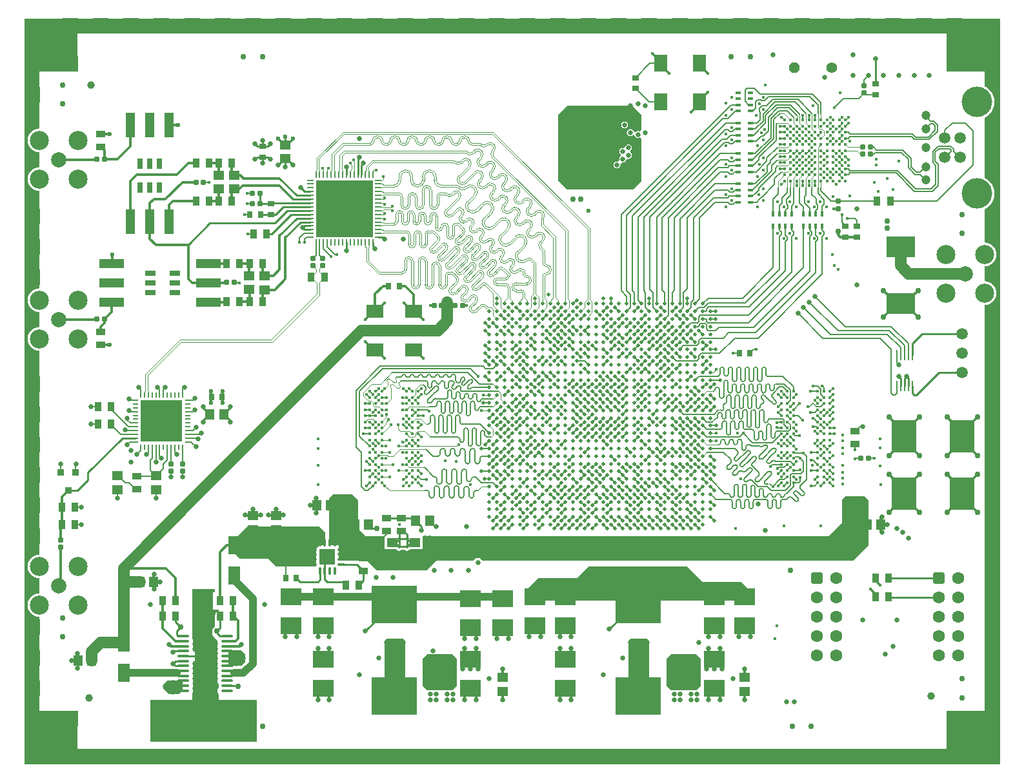
<source format=gtl>
%FSLAX25Y25*%
%MOIN*%
G70*
G01*
G75*
G04 Layer_Physical_Order=1*
G04 Layer_Color=255*
%ADD10C,0.00591*%
%ADD11C,0.00591*%
%ADD12C,0.00492*%
%ADD13R,0.03347X0.05118*%
%ADD14R,0.04528X0.05709*%
%ADD15R,0.12598X0.16929*%
%ADD16R,0.03150X0.01575*%
%ADD17R,0.01575X0.03150*%
%ADD18R,0.05709X0.04528*%
%ADD19R,0.03543X0.02756*%
G04:AMPARAMS|DCode=20|XSize=23.62mil|YSize=23.62mil|CornerRadius=2.95mil|HoleSize=0mil|Usage=FLASHONLY|Rotation=90.000|XOffset=0mil|YOffset=0mil|HoleType=Round|Shape=RoundedRectangle|*
%AMROUNDEDRECTD20*
21,1,0.02362,0.01772,0,0,90.0*
21,1,0.01772,0.02362,0,0,90.0*
1,1,0.00591,0.00886,0.00886*
1,1,0.00591,0.00886,-0.00886*
1,1,0.00591,-0.00886,-0.00886*
1,1,0.00591,-0.00886,0.00886*
%
%ADD20ROUNDEDRECTD20*%
%ADD21R,0.02756X0.03543*%
G04:AMPARAMS|DCode=22|XSize=23.62mil|YSize=23.62mil|CornerRadius=2.95mil|HoleSize=0mil|Usage=FLASHONLY|Rotation=180.000|XOffset=0mil|YOffset=0mil|HoleType=Round|Shape=RoundedRectangle|*
%AMROUNDEDRECTD22*
21,1,0.02362,0.01772,0,0,180.0*
21,1,0.01772,0.02362,0,0,180.0*
1,1,0.00591,-0.00886,0.00886*
1,1,0.00591,0.00886,0.00886*
1,1,0.00591,0.00886,-0.00886*
1,1,0.00591,-0.00886,-0.00886*
%
%ADD22ROUNDEDRECTD22*%
%ADD23R,0.05118X0.03347*%
%ADD24R,0.11000X0.08500*%
%ADD25R,0.23622X0.19685*%
%ADD26O,0.06102X0.01378*%
%ADD27R,0.10787X0.12795*%
%ADD28O,0.04134X0.01181*%
%ADD29O,0.01181X0.04134*%
%ADD30R,0.08268X0.08268*%
%ADD31R,0.05906X0.09449*%
%ADD32C,0.03937*%
%ADD33R,0.05512X0.02992*%
%ADD34R,0.12520X0.05000*%
%ADD35R,0.02992X0.05512*%
%ADD36R,0.05000X0.12520*%
%ADD37O,0.00984X0.03150*%
%ADD38O,0.03150X0.00984*%
%ADD39R,0.21654X0.21654*%
%ADD40O,0.00984X0.05709*%
%ADD41R,0.29528X0.29528*%
%ADD42O,0.00984X0.03543*%
%ADD43O,0.03543X0.00984*%
%ADD44C,0.01772*%
%ADD45C,0.01575*%
%ADD46C,0.01969*%
%ADD47R,0.07087X0.08661*%
%ADD48R,0.08661X0.07087*%
%ADD49R,0.14961X0.11024*%
%ADD50R,0.03543X0.03740*%
%ADD51C,0.05906*%
%ADD52C,0.01181*%
%ADD53C,0.00984*%
%ADD54C,0.03937*%
%ADD55C,0.00787*%
%ADD56C,0.00551*%
%ADD57C,0.00394*%
%ADD58P,0.05966X8X22.5*%
%ADD59C,0.05512*%
%ADD60C,0.05906*%
%ADD61C,0.07874*%
%ADD62C,0.09843*%
%ADD63C,0.15748*%
%ADD64C,0.04724*%
%ADD65R,0.07874X0.07874*%
%ADD66R,0.07874X0.07874*%
G04:AMPARAMS|DCode=67|XSize=62.99mil|YSize=62.99mil|CornerRadius=15.75mil|HoleSize=0mil|Usage=FLASHONLY|Rotation=90.000|XOffset=0mil|YOffset=0mil|HoleType=Round|Shape=RoundedRectangle|*
%AMROUNDEDRECTD67*
21,1,0.06299,0.03150,0,0,90.0*
21,1,0.03150,0.06299,0,0,90.0*
1,1,0.03150,0.01575,0.01575*
1,1,0.03150,0.01575,-0.01575*
1,1,0.03150,-0.01575,-0.01575*
1,1,0.03150,-0.01575,0.01575*
%
%ADD67ROUNDEDRECTD67*%
%ADD68C,0.06299*%
%ADD69C,0.02559*%
%ADD70C,0.02953*%
%ADD71C,0.02362*%
G36*
X641732Y464567D02*
Y131890D01*
Y106299D01*
X137795D01*
Y132243D01*
Y464567D01*
Y492126D01*
X641732D01*
Y464567D01*
D02*
G37*
%LPC*%
G36*
X614173Y484252D02*
X165354D01*
Y464567D01*
X145669D01*
Y435266D01*
X144473Y435148D01*
X143323Y434799D01*
X142263Y434232D01*
X141333Y433470D01*
X140571Y432541D01*
X140004Y431480D01*
X139655Y430330D01*
X139537Y429134D01*
X139655Y427938D01*
X140004Y426787D01*
X140571Y425727D01*
X141333Y424798D01*
X142263Y424035D01*
X143323Y423469D01*
X144473Y423120D01*
X145669Y423002D01*
Y415266D01*
X144473Y415148D01*
X143323Y414799D01*
X142263Y414232D01*
X141333Y413470D01*
X140571Y412541D01*
X140004Y411480D01*
X139655Y410330D01*
X139537Y409134D01*
X139655Y407938D01*
X140004Y406787D01*
X140571Y405727D01*
X141333Y404798D01*
X142263Y404035D01*
X143323Y403469D01*
X144473Y403120D01*
X145669Y403002D01*
Y352589D01*
X144473Y352471D01*
X143323Y352122D01*
X142263Y351555D01*
X141333Y350793D01*
X140571Y349863D01*
X140004Y348803D01*
X139655Y347653D01*
X139537Y346457D01*
X139655Y345260D01*
X140004Y344110D01*
X140571Y343050D01*
X141333Y342121D01*
X142263Y341358D01*
X143323Y340792D01*
X144473Y340443D01*
X145669Y340325D01*
Y332589D01*
X144473Y332471D01*
X143323Y332122D01*
X142263Y331555D01*
X141333Y330793D01*
X140571Y329863D01*
X140004Y328803D01*
X139655Y327653D01*
X139537Y326457D01*
X139655Y325260D01*
X140004Y324110D01*
X140571Y323050D01*
X141333Y322121D01*
X142263Y321358D01*
X143323Y320792D01*
X144473Y320443D01*
X145669Y320325D01*
Y214793D01*
X144473Y214675D01*
X143323Y214327D01*
X142263Y213760D01*
X141333Y212997D01*
X140571Y212068D01*
X140004Y211008D01*
X139655Y209858D01*
X139537Y208661D01*
X139655Y207465D01*
X140004Y206315D01*
X140571Y205255D01*
X141333Y204326D01*
X142263Y203563D01*
X143323Y202996D01*
X144473Y202647D01*
X145669Y202530D01*
Y194793D01*
X144473Y194676D01*
X143323Y194326D01*
X142263Y193760D01*
X141333Y192997D01*
X140571Y192068D01*
X140004Y191008D01*
X139655Y189858D01*
X139537Y188661D01*
X139655Y187465D01*
X140004Y186315D01*
X140571Y185255D01*
X141333Y184326D01*
X142263Y183563D01*
X143323Y182996D01*
X144473Y182647D01*
X145669Y182529D01*
Y133858D01*
X165354D01*
Y114173D01*
X614173D01*
Y133858D01*
X633858D01*
Y343947D01*
X635054Y344065D01*
X636205Y344414D01*
X637265Y344980D01*
X638194Y345743D01*
X638957Y346672D01*
X639523Y347732D01*
X639872Y348883D01*
X639990Y350079D01*
X639872Y351275D01*
X639523Y352425D01*
X638957Y353485D01*
X638194Y354415D01*
X637265Y355177D01*
X636205Y355744D01*
X635054Y356093D01*
X633858Y356211D01*
Y363947D01*
X635054Y364065D01*
X636205Y364414D01*
X637265Y364980D01*
X638194Y365743D01*
X638957Y366672D01*
X639523Y367732D01*
X639872Y368882D01*
X639990Y370079D01*
X639872Y371275D01*
X639523Y372425D01*
X638957Y373485D01*
X638194Y374415D01*
X637265Y375177D01*
X636205Y375744D01*
X635054Y376093D01*
X633858Y376211D01*
Y393412D01*
X634976Y394009D01*
X636355Y395141D01*
X637487Y396520D01*
X638328Y398093D01*
X638845Y399800D01*
X639020Y401575D01*
X638845Y403350D01*
X638328Y405057D01*
X637487Y406630D01*
X636355Y408009D01*
X634976Y409140D01*
X633858Y409738D01*
Y440813D01*
X634976Y441411D01*
X636355Y442543D01*
X637487Y443921D01*
X638328Y445494D01*
X638845Y447201D01*
X639020Y448976D01*
X638845Y450751D01*
X638328Y452458D01*
X637487Y454032D01*
X636355Y455410D01*
X634976Y456542D01*
X633858Y457139D01*
Y464567D01*
X614173D01*
Y484252D01*
D02*
G37*
%LPD*%
G36*
X487205Y161049D02*
Y147023D01*
X484991Y144685D01*
X471703D01*
X469489Y147023D01*
Y161049D01*
X471703Y163386D01*
X484991D01*
X487205Y161049D01*
D02*
G37*
G36*
X236198Y195473D02*
X235138D01*
Y186417D01*
X238189D01*
Y185462D01*
X237820Y185389D01*
X237006Y184845D01*
X236462Y184031D01*
X236271Y183071D01*
Y177811D01*
X235431Y176971D01*
X234887Y176157D01*
X234696Y175197D01*
Y174213D01*
X234887Y173252D01*
X235431Y172439D01*
X237104Y170765D01*
X237632Y170412D01*
X237576Y169980D01*
X237667Y169287D01*
X237910Y168701D01*
X237667Y168115D01*
X237576Y167421D01*
X237667Y166727D01*
X237910Y166142D01*
X237667Y165556D01*
X237576Y164862D01*
X237667Y164169D01*
X237910Y163583D01*
X237667Y162997D01*
X237576Y162303D01*
X237667Y161609D01*
X237910Y161023D01*
X237667Y160438D01*
X237576Y159744D01*
X237667Y159050D01*
X237910Y158465D01*
X237667Y157879D01*
X237576Y157185D01*
X237667Y156491D01*
X237910Y155905D01*
X237667Y155320D01*
X237576Y154626D01*
X237667Y153932D01*
X237910Y153346D01*
X237667Y152761D01*
X237576Y152067D01*
X237667Y151373D01*
X237910Y150787D01*
X237667Y150201D01*
X237576Y149508D01*
X237667Y148814D01*
X237935Y148168D01*
X238189Y147836D01*
Y146061D01*
X237935Y145730D01*
X237667Y145083D01*
X237576Y144390D01*
X237667Y143696D01*
X237935Y143049D01*
X238189Y142718D01*
Y139764D01*
X257874D01*
Y118110D01*
X202756D01*
Y139764D01*
X224410D01*
Y142718D01*
X224664Y143049D01*
X224932Y143696D01*
X225023Y144390D01*
X224932Y145083D01*
X224689Y145669D01*
X224932Y146255D01*
X225023Y146949D01*
X224932Y147643D01*
X224689Y148228D01*
X224932Y148814D01*
X225023Y149508D01*
X224932Y150201D01*
X224689Y150787D01*
X224932Y151373D01*
X225023Y152067D01*
X224932Y152761D01*
X224689Y153346D01*
X224932Y153932D01*
X225023Y154626D01*
X224932Y155320D01*
X224689Y155905D01*
X224932Y156491D01*
X225023Y157185D01*
X224932Y157879D01*
X224689Y158465D01*
X224932Y159050D01*
X225023Y159744D01*
X225067Y159794D01*
X226421D01*
X229525Y156690D01*
X230339Y156147D01*
X231299Y155956D01*
X232259Y156147D01*
X233073Y156690D01*
X233617Y157504D01*
X233808Y158464D01*
X233617Y159424D01*
X233073Y160238D01*
X229235Y164077D01*
X228421Y164621D01*
X227461Y164812D01*
X225067D01*
X225023Y164862D01*
X224932Y165556D01*
X224689Y166142D01*
X224932Y166727D01*
X225023Y167421D01*
X224932Y168115D01*
X224689Y168701D01*
X224932Y169287D01*
X225023Y169980D01*
X224932Y170674D01*
X224664Y171320D01*
X224410Y171652D01*
Y196850D01*
X236198D01*
Y195473D01*
D02*
G37*
G36*
X251969Y163386D02*
Y159449D01*
X250000Y157480D01*
X246063D01*
X245079Y156496D01*
X243110D01*
Y165354D01*
X250000D01*
X251969Y163386D01*
D02*
G37*
G36*
X219488Y144685D02*
X217520Y142717D01*
X212598D01*
X209646Y145669D01*
Y147638D01*
X211614Y149606D01*
X219488D01*
Y144685D01*
D02*
G37*
G36*
X334646Y170276D02*
Y144685D01*
X323819D01*
Y170276D01*
X324803Y171260D01*
X333662D01*
X334646Y170276D01*
D02*
G37*
G36*
X460630D02*
Y144685D01*
X449803D01*
Y170276D01*
X450787Y171260D01*
X459646D01*
X460630Y170276D01*
D02*
G37*
G36*
X293307Y226378D02*
Y220472D01*
X292323Y219488D01*
X290354D01*
X288386Y217520D01*
Y208661D01*
X267717D01*
X263779Y212598D01*
X249016D01*
X245079Y216535D01*
X245079D01*
Y221457D01*
X252953Y229331D01*
X290354D01*
X293307Y226378D01*
D02*
G37*
G36*
X310039Y243110D02*
Y228346D01*
X313976Y224410D01*
X323721D01*
Y217618D01*
X329747D01*
X329935Y217336D01*
X330651Y216858D01*
X331496Y216690D01*
X332341Y216858D01*
X332840Y217192D01*
X334089D01*
X334588Y216858D01*
X335433Y216690D01*
X336278Y216858D01*
X336994Y217336D01*
X337182Y217618D01*
X343602D01*
Y224410D01*
X553150D01*
X560039Y231299D01*
Y243110D01*
X562008Y245079D01*
X571850D01*
X573819Y243110D01*
Y219488D01*
X565945Y211614D01*
X374349D01*
X373821Y212404D01*
X373007Y212948D01*
X372047Y213139D01*
X371087Y212948D01*
X370273Y212404D01*
X369745Y211614D01*
X350394D01*
X345472Y206693D01*
X319882D01*
X314961Y211614D01*
X300197D01*
Y219488D01*
X295276D01*
Y244094D01*
X297244Y246063D01*
X307087D01*
X310039Y243110D01*
D02*
G37*
G36*
X456693Y442038D02*
Y434155D01*
X455651Y433598D01*
X455416Y433755D01*
X454724Y433893D01*
X454033Y433755D01*
X453447Y433364D01*
X453447Y433364D01*
Y433364D01*
X453260Y433300D01*
X452456Y433762D01*
X452065Y434348D01*
X451479Y434740D01*
X450787Y434877D01*
X450096Y434740D01*
X449510Y434348D01*
X449119Y433762D01*
X448981Y433071D01*
X449119Y432380D01*
X449510Y431794D01*
X450096Y431402D01*
X450787Y431264D01*
X451479Y431402D01*
X452065Y431794D01*
X452065Y431793D01*
Y431794D01*
X452251Y431858D01*
X453056Y431395D01*
X453447Y430809D01*
X454033Y430418D01*
X454724Y430280D01*
X455416Y430418D01*
X455651Y430575D01*
X456693Y430018D01*
Y407874D01*
X452362Y403543D01*
X418198D01*
X413386Y408355D01*
Y442038D01*
X418198Y446850D01*
X451881D01*
X456693Y442038D01*
D02*
G37*
G36*
X361221Y161048D02*
Y147023D01*
X359006Y144685D01*
X345719D01*
X343504Y147023D01*
Y161048D01*
X345719Y163386D01*
X347987D01*
X348128Y163292D01*
X348819Y163154D01*
X349510Y163292D01*
X349651Y163386D01*
X359006D01*
X361221Y161048D01*
D02*
G37*
G36*
X387795Y190945D02*
X273622D01*
Y194882D01*
X387795D01*
Y190945D01*
D02*
G37*
G36*
X488189Y200787D02*
X507874D01*
X511811Y196850D01*
X511811Y193071D01*
X509842Y190945D01*
X399606D01*
X397638Y192913D01*
Y196850D01*
X403543Y202756D01*
Y202756D01*
X423228D01*
X429134Y208661D01*
X480315D01*
X488189Y200787D01*
D02*
G37*
%LPC*%
G36*
X447835Y438814D02*
X447143Y438677D01*
X446557Y438285D01*
X446166Y437699D01*
X446028Y437008D01*
X446166Y436317D01*
X446557Y435731D01*
X447143Y435339D01*
X447835Y435202D01*
X448526Y435339D01*
X449112Y435731D01*
X449504Y436317D01*
X449641Y437008D01*
X449504Y437699D01*
X449112Y438285D01*
X448526Y438677D01*
X447835Y438814D01*
D02*
G37*
G36*
X449803Y427003D02*
X449112Y426866D01*
X448526Y426474D01*
X448134Y425888D01*
X448085Y425641D01*
X447103Y424985D01*
X446850Y425035D01*
X446159Y424897D01*
X445573Y424506D01*
X445182Y423920D01*
X445044Y423228D01*
X445182Y422537D01*
X445573Y421951D01*
X445724Y421850D01*
Y420669D01*
X445573Y420569D01*
X445182Y419983D01*
X445044Y419291D01*
X445121Y418903D01*
X444286Y418068D01*
X443898Y418145D01*
X443206Y418007D01*
X442620Y417616D01*
X442229Y417030D01*
X442091Y416339D01*
X442229Y415647D01*
X442620Y415061D01*
X443206Y414670D01*
X443898Y414532D01*
X444589Y414670D01*
X445175Y415061D01*
X445567Y415647D01*
X445704Y416339D01*
X445627Y416727D01*
X446462Y417562D01*
X446850Y417485D01*
X447542Y417623D01*
X448128Y418014D01*
X448519Y418600D01*
X448568Y418848D01*
X449550Y419504D01*
X449803Y419453D01*
X450494Y419591D01*
X451081Y419982D01*
X451472Y420569D01*
X451610Y421260D01*
X451472Y421951D01*
X451081Y422537D01*
X450930Y422638D01*
Y423819D01*
X451081Y423919D01*
X451472Y424506D01*
X451610Y425197D01*
X451472Y425888D01*
X451081Y426474D01*
X450494Y426866D01*
X449803Y427003D01*
D02*
G37*
%LPD*%
D10*
X525848Y268083D02*
G03*
X525848Y269613I-766J765D01*
G01*
X524317Y269614D02*
G03*
X524317Y269613I765J-766D01*
G01*
X525848Y269613D02*
G03*
X524317Y269614I-766J-766D01*
G01*
X525848Y268082D02*
G03*
X525848Y268083I-766J766D01*
G01*
X525569Y263211D02*
G03*
X524039Y263211I-765J-766D01*
G01*
X521353Y269712D02*
G03*
X521352Y271242I-766J765D01*
G01*
X521352Y271242D02*
G03*
X519822Y271243I-766J-766D01*
G01*
D02*
G03*
X519821Y271242I765J-766D01*
G01*
X521566Y263801D02*
G03*
X521566Y263800I766J-766D01*
G01*
X521352Y269711D02*
G03*
X521353Y269712I-766J766D01*
G01*
X524039Y263211D02*
G03*
X524038Y263211I765J-766D01*
G01*
X521566Y263800D02*
G03*
X521566Y262270I766J-765D01*
G01*
X523097Y262269D02*
G03*
X523098Y262270I-765J766D01*
G01*
X521566Y262270D02*
G03*
X523097Y262269I766J766D01*
G01*
X508366Y273434D02*
G03*
X507283Y274517I-1083J0D01*
G01*
X507283D02*
G03*
X506201Y273434I0J-1083D01*
G01*
X504035Y273425D02*
G03*
X502953Y274508I-1083J0D01*
G01*
X502953D02*
G03*
X501870Y273425I0J-1083D01*
G01*
X505118Y271654D02*
G03*
X506201Y272736I0J1083D01*
G01*
X504035Y272736D02*
G03*
X505118Y271654I1083J0D01*
G01*
X499705Y273425D02*
G03*
X498622Y274508I-1083J0D01*
G01*
X498622D02*
G03*
X497539Y273425I0J-1083D01*
G01*
X500787Y271654D02*
G03*
X501870Y272736I0J1083D01*
G01*
X499705Y272736D02*
G03*
X500787Y271654I1083J0D01*
G01*
X517914Y270866D02*
G03*
X519445Y270866I766J766D01*
G01*
X519166Y264462D02*
G03*
X519166Y264463I-765J766D01*
G01*
X517635Y264463D02*
G03*
X519166Y264462I766J766D01*
G01*
X511614Y271654D02*
G03*
X510532Y270571I0J-1083D01*
G01*
X496457Y271654D02*
G03*
X497539Y272736I0J1083D01*
G01*
X517635Y265994D02*
G03*
X517635Y264463I766J-766D01*
G01*
X509449Y268733D02*
G03*
X510532Y269815I-0J1083D01*
G01*
X508366D02*
G03*
X509449Y268733I1083J0D01*
G01*
X365453Y268406D02*
G03*
X364173Y269685I-1280J0D01*
G01*
X369291D02*
G03*
X368012Y268406I0J-1280D01*
G01*
X364173Y269685D02*
G03*
X362894Y268406I0J-1280D01*
G01*
X370571D02*
G03*
X369291Y269685I-1280J0D01*
G01*
X359055D02*
G03*
X357776Y268406I0J-1280D01*
G01*
X360335D02*
G03*
X359055Y269685I-1280J0D01*
G01*
X374410Y265748D02*
G03*
X373130Y264469I0J-1280D01*
G01*
X371850Y261811D02*
G03*
X373130Y263090I0J1280D01*
G01*
X370571D02*
G03*
X371850Y261811I1280J0D01*
G01*
X360335Y267027D02*
G03*
X361614Y265748I1280J0D01*
G01*
X361614D02*
G03*
X362894Y267027I0J1280D01*
G01*
X366732Y261811D02*
G03*
X368012Y263090I0J1280D01*
G01*
X365453D02*
G03*
X366732Y261811I1280J0D01*
G01*
X355217Y268406D02*
G03*
X353937Y269685I-1280J0D01*
G01*
X353937D02*
G03*
X352658Y268406I0J-1280D01*
G01*
X355217Y267027D02*
G03*
X356496Y265748I1280J0D01*
G01*
X356496D02*
G03*
X357776Y267027I0J1280D01*
G01*
X351378Y265748D02*
G03*
X352658Y267027I0J1280D01*
G01*
X521977Y257585D02*
G03*
X521976Y257584I765J-766D01*
G01*
X523507Y257584D02*
G03*
X521977Y257585I-766J-766D01*
G01*
X523507Y256053D02*
G03*
X523507Y257584I-766J766D01*
G01*
X517105Y257305D02*
G03*
X517104Y257306I-766J-765D01*
G01*
X517105Y255775D02*
G03*
X517105Y257305I-766J765D01*
G01*
X517104Y255775D02*
G03*
X517105Y255775I-766J766D01*
G01*
X515650Y263768D02*
G03*
X515649Y265298I-766J765D01*
G01*
Y263767D02*
G03*
X515650Y263768I-766J766D01*
G01*
X523013Y251397D02*
G03*
X521912Y251396I-550J-552D01*
G01*
X523014D02*
G03*
X523013Y251397I-551J-551D01*
G01*
X520380Y252926D02*
G03*
X520381Y251396I766J-765D01*
G01*
Y252927D02*
G03*
X520380Y252926I766J-766D01*
G01*
X512588Y266830D02*
G03*
X512587Y268361I-766J765D01*
G01*
X512587Y266829D02*
G03*
X512588Y266830I-766J766D01*
G01*
X511057Y268361D02*
G03*
X511056Y268361I765J-766D01*
G01*
X512587Y268361D02*
G03*
X511057Y268361I-766J-766D01*
G01*
X514119Y265299D02*
G03*
X514118Y265298I765J-766D01*
G01*
X515649Y265298D02*
G03*
X514119Y265299I-766J-766D01*
G01*
X506257Y268153D02*
G03*
X506256Y268154I-766J-765D01*
G01*
X506257Y266623D02*
G03*
X506257Y268153I-766J765D01*
G01*
X506256Y266623D02*
G03*
X506257Y266623I-766J766D01*
G01*
X504713Y265080D02*
G03*
X504714Y263549I766J-765D01*
G01*
X504714Y265081D02*
G03*
X504713Y265080I766J-766D01*
G01*
X513583Y261701D02*
G03*
X513583Y260827I437J-437D01*
G01*
X517092Y252701D02*
G03*
X517093Y252701I-765J766D01*
G01*
X515562Y252701D02*
G03*
X517092Y252701I766J766D01*
G01*
X515561Y254232D02*
G03*
X515562Y252701I766J-765D01*
G01*
X515562Y254233D02*
G03*
X515561Y254232I766J-766D01*
G01*
X506244Y263549D02*
G03*
X506245Y263549I-765J766D01*
G01*
X504714Y263549D02*
G03*
X506244Y263549I766J766D01*
G01*
X509306Y260487D02*
G03*
X509307Y260487I-765J766D01*
G01*
X507776Y260487D02*
G03*
X509306Y260487I766J766D01*
G01*
X507775Y262018D02*
G03*
X507776Y260487I766J-765D01*
G01*
X507776Y262018D02*
G03*
X507775Y262018I766J-766D01*
G01*
X367421Y248784D02*
G03*
X366142Y250063I-1280J0D01*
G01*
X371260Y248031D02*
G03*
X369980Y246752I0J-1280D01*
G01*
X362303Y249090D02*
G03*
X361024Y250369I-1280J0D01*
G01*
X357185Y249090D02*
G03*
X355906Y250369I-1280J0D01*
G01*
X361024D02*
G03*
X359744Y249090I0J-1280D01*
G01*
X366142Y250063D02*
G03*
X364862Y248784I0J-1280D01*
G01*
X367421Y245374D02*
G03*
X368701Y244094I1280J0D01*
G01*
X368701D02*
G03*
X369980Y245374I0J1280D01*
G01*
X363583Y244094D02*
G03*
X364862Y245374I0J1280D01*
G01*
X362303D02*
G03*
X363583Y244094I1280J0D01*
G01*
X358465D02*
G03*
X359744Y245374I0J1280D01*
G01*
X357185D02*
G03*
X358465Y244094I1280J0D01*
G01*
X352067Y249094D02*
G03*
X350787Y250374I-1280J0D01*
G01*
X355906Y250369D02*
G03*
X354626Y249090I0J-1280D01*
G01*
X350787Y250374D02*
G03*
X349508Y249094I0J-1280D01*
G01*
X346949Y246752D02*
G03*
X345669Y248031I-1280J0D01*
G01*
X353346Y244094D02*
G03*
X354626Y245374I0J1280D01*
G01*
X352067D02*
G03*
X353346Y244094I1280J0D01*
G01*
X348228D02*
G03*
X349508Y245374I0J1280D01*
G01*
X346949D02*
G03*
X348228Y244094I1280J0D01*
G01*
X370040Y255118D02*
G03*
X368799Y253877I0J-1241D01*
G01*
X366240Y257776D02*
G03*
X364961Y259055I-1280J0D01*
G01*
X367520Y252598D02*
G03*
X368799Y253877I0J1280D01*
G01*
X366240D02*
G03*
X367520Y252598I1280J0D01*
G01*
X361122Y257776D02*
G03*
X359842Y259055I-1280J0D01*
G01*
X364961D02*
G03*
X363681Y257776I0J-1280D01*
G01*
X359842Y259055D02*
G03*
X358563Y257776I0J-1280D01*
G01*
X362402Y251181D02*
G03*
X363681Y252461I0J1280D01*
G01*
X361122D02*
G03*
X362402Y251181I1280J0D01*
G01*
X357283D02*
G03*
X358563Y252461I0J1280D01*
G01*
X356004Y257776D02*
G03*
X354724Y259055I-1280J0D01*
G01*
X354724D02*
G03*
X353445Y257776I0J-1280D01*
G01*
X356004Y252461D02*
G03*
X357283Y251181I1280J0D01*
G01*
X352165D02*
G03*
X353445Y252461I0J1280D01*
G01*
X350886Y253839D02*
G03*
X349606Y255118I-1280J0D01*
G01*
X350886Y252461D02*
G03*
X352165Y251181I1280J0D01*
G01*
X513463Y257886D02*
G03*
X513463Y259416I-766J765D01*
G01*
X513463Y257885D02*
G03*
X513463Y257886I-766J766D01*
G01*
X502735Y263998D02*
G03*
X502734Y263999I-766J-765D01*
G01*
X502735Y262468D02*
G03*
X502735Y263998I-766J765D01*
G01*
X502734Y262467D02*
G03*
X502735Y262468I-766J766D01*
G01*
X511932Y259417D02*
G03*
X511932Y259416I765J-766D01*
G01*
X513463Y259416D02*
G03*
X511932Y259417I-766J-766D01*
G01*
X505797Y259406D02*
G03*
X505796Y260936I-766J765D01*
G01*
Y259405D02*
G03*
X505797Y259406I-766J766D01*
G01*
X502455Y259126D02*
G03*
X502455Y259127I-765J766D01*
G01*
X500924Y259127D02*
G03*
X502455Y259126I766J766D01*
G01*
X500923Y260657D02*
G03*
X500924Y259127I766J-765D01*
G01*
X500924Y260658D02*
G03*
X500923Y260657I766J-766D01*
G01*
X509826Y254248D02*
G03*
X509827Y252718I766J-765D01*
G01*
X509827Y254249D02*
G03*
X509826Y254248I766J-766D01*
G01*
X511921Y253281D02*
G03*
X511920Y253281I765J-766D01*
G01*
X513451Y253281D02*
G03*
X511921Y253281I-765J-766D01*
G01*
X513452Y253281D02*
G03*
X513451Y253281I-766J-766D01*
G01*
X511357Y252717D02*
G03*
X511358Y252718I-765J766D01*
G01*
X509827Y252718D02*
G03*
X511357Y252717I766J766D01*
G01*
X503986Y257595D02*
G03*
X503987Y256065I766J-765D01*
G01*
X503987Y257596D02*
G03*
X503986Y257595I766J-766D01*
G01*
X505517Y256064D02*
G03*
X505518Y256065I-765J766D01*
G01*
X503987Y256065D02*
G03*
X505517Y256064I766J766D01*
G01*
X518504Y248921D02*
G03*
X517421Y247839I0J-1083D01*
G01*
X519587D02*
G03*
X518504Y248921I-1083J0D01*
G01*
X531402Y246457D02*
G03*
X530413Y245468I0J-988D01*
G01*
X529331Y244386D02*
G03*
X530413Y245468I-0J1083D01*
G01*
X527071Y246457D02*
G03*
X526083Y245468I0J-988D01*
G01*
X528248D02*
G03*
X527260Y246457I-988J0D01*
G01*
X525000Y244386D02*
G03*
X526083Y245468I-0J1083D01*
G01*
X528248D02*
G03*
X529331Y244386I1083J0D01*
G01*
X523917Y245468D02*
G03*
X522929Y246457I-988J0D01*
G01*
X523917Y245468D02*
G03*
X525000Y244386I1083J0D01*
G01*
X522740Y246457D02*
G03*
X521752Y245468I0J-988D01*
G01*
X520669Y244386D02*
G03*
X521752Y245468I-0J1083D01*
G01*
X519587D02*
G03*
X520669Y244386I1083J0D01*
G01*
X515256Y249497D02*
G03*
X514173Y250580I-1083J0D01*
G01*
X510925Y250098D02*
G03*
X509843Y251181I-1083J0D01*
G01*
X514173Y250580D02*
G03*
X513091Y249497I0J-1083D01*
G01*
X506595Y250098D02*
G03*
X505512Y251181I-1083J0D01*
G01*
X509843D02*
G03*
X508760Y250098I0J-1083D01*
G01*
X505512Y251181D02*
G03*
X504429Y250098I0J-1083D01*
G01*
X515256Y245472D02*
G03*
X516339Y244390I1083J0D01*
G01*
X516339D02*
G03*
X517421Y245472I-0J1083D01*
G01*
X512008Y244390D02*
G03*
X513091Y245472I-0J1083D01*
G01*
X507677Y244390D02*
G03*
X508760Y245472I-0J1083D01*
G01*
X510925D02*
G03*
X512008Y244390I1083J0D01*
G01*
X506595Y245472D02*
G03*
X507677Y244390I1083J0D01*
G01*
X502264Y245472D02*
G03*
X501280Y246457I-984J0D01*
G01*
X503347Y244390D02*
G03*
X504429Y245472I-0J1083D01*
G01*
X502264D02*
G03*
X503347Y244390I1083J0D01*
G01*
X540481Y247140D02*
G03*
X540480Y247141I-766J-765D01*
G01*
X540480Y245609D02*
G03*
X540481Y247140I-766J766D01*
G01*
X538949Y245609D02*
G03*
X540480Y245609I765J766D01*
G01*
X538669Y248951D02*
G03*
X538670Y248950I766J765D01*
G01*
X538669Y250480D02*
G03*
X538669Y248951I766J-765D01*
G01*
X538670Y250481D02*
G03*
X538669Y250480I766J-766D01*
G01*
X537138Y247420D02*
G03*
X535608Y247419I-765J-766D01*
G01*
X537139D02*
G03*
X537138Y247420I-766J-766D01*
G01*
X535607Y245888D02*
G03*
X535608Y245888I766J765D01*
G01*
Y247419D02*
G03*
X535607Y245888I766J-766D01*
G01*
X537418Y244077D02*
G03*
X537418Y244078I-766J-765D01*
G01*
X537418Y242547D02*
G03*
X537418Y244077I-766J766D01*
G01*
X534076Y244357D02*
G03*
X532546Y244357I-765J-766D01*
G01*
X534077Y244357D02*
G03*
X534076Y244357I-766J-766D01*
G01*
X535887Y242546D02*
G03*
X537418Y242547I765J766D01*
G01*
X535886Y242547D02*
G03*
X535887Y242546I766J766D01*
G01*
X529528Y243307D02*
G03*
X528445Y242224I0J-1083D01*
G01*
X526279Y242224D02*
G03*
X525197Y243307I-1083J0D01*
G01*
D02*
G03*
X524114Y242224I0J-1083D01*
G01*
X527362Y238583D02*
G03*
X528445Y239665I-0J1083D01*
G01*
X526279D02*
G03*
X527362Y238583I1083J0D01*
G01*
X521949Y242224D02*
G03*
X520866Y243307I-1083J0D01*
G01*
X512106Y242224D02*
G03*
X511024Y243307I-1083J0D01*
G01*
X515354D02*
G03*
X514272Y242224I0J-1083D01*
G01*
X507776Y242224D02*
G03*
X506693Y243307I-1083J0D01*
G01*
X511024D02*
G03*
X509941Y242224I0J-1083D01*
G01*
X503445Y242224D02*
G03*
X502362Y243307I-1083J0D01*
G01*
X506693D02*
G03*
X505610Y242224I0J-1083D01*
G01*
X521949Y239665D02*
G03*
X523032Y238583I1083J0D01*
G01*
X513189D02*
G03*
X514272Y239665I-0J1083D01*
G01*
X523032Y238583D02*
G03*
X524114Y239665I-0J1083D01*
G01*
X508858Y238583D02*
G03*
X509941Y239665I-0J1083D01*
G01*
X512106D02*
G03*
X513189Y238583I1083J0D01*
G01*
X507776Y239665D02*
G03*
X508858Y238583I1083J0D01*
G01*
X503445Y239665D02*
G03*
X504528Y238583I1083J0D01*
G01*
X504528D02*
G03*
X505610Y239665I-0J1083D01*
G01*
X546063Y292126D02*
G03*
X546851Y291339I787J0D01*
G01*
X546063Y292126D02*
G03*
X545370Y292819I-693J0D01*
G01*
X544788D02*
G03*
X544095Y292126I0J-693D01*
G01*
X543307Y291339D02*
G03*
X544095Y292126I0J787D01*
G01*
X501279Y303828D02*
G03*
X500197Y304910I-1083J0D01*
G01*
X501279Y299508D02*
G03*
X502362Y298425I1083J0D01*
G01*
X502362D02*
G03*
X503445Y299508I0J1083D01*
G01*
X504528Y303150D02*
G03*
X503445Y302067I0J-1083D01*
G01*
X505610Y302067D02*
G03*
X504528Y303150I-1083J0D01*
G01*
X505610Y299508D02*
G03*
X506693Y298425I1083J0D01*
G01*
X506693D02*
G03*
X507776Y299508I0J1083D01*
G01*
X508858Y303150D02*
G03*
X507776Y302067I0J-1083D01*
G01*
X509941Y302067D02*
G03*
X508858Y303150I-1083J0D01*
G01*
X509941Y299508D02*
G03*
X511024Y298425I1083J0D01*
G01*
X511024D02*
G03*
X512106Y299508I0J1083D01*
G01*
X513189Y303150D02*
G03*
X512106Y302067I0J-1083D01*
G01*
X514272Y302067D02*
G03*
X513189Y303150I-1083J0D01*
G01*
X514272Y299508D02*
G03*
X515354Y298425I1083J0D01*
G01*
X515354D02*
G03*
X516437Y299508I0J1083D01*
G01*
X517520Y303150D02*
G03*
X516437Y302067I0J-1083D01*
G01*
X518602Y302067D02*
G03*
X517520Y303150I-1083J0D01*
G01*
X518602Y299508D02*
G03*
X519685Y298425I1083J0D01*
G01*
X519685D02*
G03*
X520768Y299508I0J1083D01*
G01*
X521850Y303150D02*
G03*
X520768Y302067I0J-1083D01*
G01*
X522933Y302067D02*
G03*
X521850Y303150I-1083J0D01*
G01*
X522933Y300694D02*
G03*
X524016Y299611I1083J0D01*
G01*
X524016D02*
G03*
X525098Y300694I0J1083D01*
G01*
X526181Y303150D02*
G03*
X525098Y302067I0J-1083D01*
G01*
X496063Y307087D02*
G03*
X497146Y308169I0J1083D01*
G01*
X498228Y311811D02*
G03*
X497146Y310728I0J-1083D01*
G01*
X499311D02*
G03*
X498228Y311811I-1083J0D01*
G01*
X499311Y308169D02*
G03*
X500394Y307087I1083J0D01*
G01*
D02*
G03*
X501476Y308169I0J1083D01*
G01*
X502559Y311811D02*
G03*
X501476Y310728I0J-1083D01*
G01*
X503642D02*
G03*
X502559Y311811I-1083J0D01*
G01*
X503642Y305309D02*
G03*
X504724Y304226I1083J0D01*
G01*
X504724D02*
G03*
X505807Y305309I0J1083D01*
G01*
X506890Y311811D02*
G03*
X505807Y310728I0J-1083D01*
G01*
X507972D02*
G03*
X506890Y311811I-1083J0D01*
G01*
X507972Y305309D02*
G03*
X509055Y304226I1083J0D01*
G01*
X509055D02*
G03*
X510138Y305309I0J1083D01*
G01*
X511220Y311811D02*
G03*
X510138Y310728I0J-1083D01*
G01*
X512303D02*
G03*
X511220Y311811I-1083J0D01*
G01*
X512303Y305309D02*
G03*
X513386Y304226I1083J0D01*
G01*
X513386D02*
G03*
X514468Y305309I0J1083D01*
G01*
X515551Y311811D02*
G03*
X514468Y310728I0J-1083D01*
G01*
X516634D02*
G03*
X515551Y311811I-1083J0D01*
G01*
X516634Y305305D02*
G03*
X517717Y304222I1083J0D01*
G01*
X517717D02*
G03*
X518799Y305305I0J1083D01*
G01*
X519882Y311811D02*
G03*
X518799Y310728I0J-1083D01*
G01*
X520964D02*
G03*
X519882Y311811I-1083J0D01*
G01*
X520964Y307776D02*
G03*
X521654Y307087I689J0D01*
G01*
X514862Y275098D02*
G03*
X515945Y274016I1083J0D01*
G01*
X515945D02*
G03*
X517028Y275098I0J1083D01*
G01*
X518110Y278740D02*
G03*
X517028Y277658I0J-1083D01*
G01*
X519193Y277658D02*
G03*
X518110Y278740I-1083J0D01*
G01*
X519193Y275098D02*
G03*
X520275Y274016I1083J0D01*
G01*
X520275D02*
G03*
X521358Y275098I0J1083D01*
G01*
X522441Y282386D02*
G03*
X521358Y281303I0J-1083D01*
G01*
X523524D02*
G03*
X522441Y282386I-1083J0D01*
G01*
X523524Y276088D02*
G03*
X524606Y275005I1083J0D01*
G01*
X524606D02*
G03*
X525689Y276088I0J1083D01*
G01*
X526771Y278740D02*
G03*
X525689Y277658I0J-1083D01*
G01*
X508858Y257874D02*
G03*
X510389Y257874I766J766D01*
G01*
X500197Y304910D02*
G03*
X499114Y303828I0J-1083D01*
G01*
X498032Y295669D02*
G03*
X499114Y296752I0J1083D01*
G01*
X496850Y296850D02*
G03*
X498032Y295669I1181J0D01*
G01*
X496850Y300197D02*
G03*
X495669Y301378I-1181J0D01*
G01*
D02*
G03*
X494488Y300197I0J-1181D01*
G01*
X493701Y299213D02*
G03*
X494488Y300000I0J787D01*
G01*
X494882Y285039D02*
G03*
X494095Y284252I0J-788D01*
G01*
X493307Y283465D02*
G03*
X494095Y284252I0J787D01*
G01*
X514862Y278357D02*
G03*
X513691Y279527I-1171J0D01*
G01*
X497244D02*
G03*
X498327Y280610I0J1083D01*
G01*
X499409Y283957D02*
G03*
X498327Y282874I0J-1083D01*
G01*
X500492D02*
G03*
X499409Y283957I-1083J0D01*
G01*
X500492Y277756D02*
G03*
X501575Y276673I1083J0D01*
G01*
X501575D02*
G03*
X502657Y277756I0J1083D01*
G01*
X503740Y283957D02*
G03*
X502657Y282874I0J-1083D01*
G01*
X504823D02*
G03*
X503740Y283957I-1083J0D01*
G01*
X504823Y280610D02*
G03*
X505905Y279527I1083J0D01*
G01*
D02*
G03*
X506988Y280610I0J1083D01*
G01*
X508071Y283957D02*
G03*
X506988Y282874I0J-1083D01*
G01*
X509154D02*
G03*
X508071Y283957I-1083J0D01*
G01*
X509154Y280610D02*
G03*
X510236Y279527I1083J0D01*
G01*
X494882Y285039D02*
G03*
X495965Y286122I0J1083D01*
G01*
X497047Y288375D02*
G03*
X495965Y287292I0J-1083D01*
G01*
X498130D02*
G03*
X497047Y288375I-1083J0D01*
G01*
X498130Y286122D02*
G03*
X499213Y285039I1083J0D01*
G01*
D02*
G03*
X500295Y286122I0J1083D01*
G01*
X501378Y289764D02*
G03*
X500295Y288681I0J-1083D01*
G01*
X502461D02*
G03*
X501378Y289764I-1083J0D01*
G01*
X502461Y286122D02*
G03*
X503543Y285039I1083J0D01*
G01*
D02*
G03*
X504626Y286122I0J1083D01*
G01*
X505709Y289764D02*
G03*
X504626Y288681I0J-1083D01*
G01*
X506791D02*
G03*
X505709Y289764I-1083J0D01*
G01*
X506791Y286122D02*
G03*
X507874Y285039I1083J0D01*
G01*
D02*
G03*
X508957Y286122I0J1083D01*
G01*
X510039Y289764D02*
G03*
X508957Y288681I0J-1083D01*
G01*
X511122D02*
G03*
X510039Y289764I-1083J0D01*
G01*
X511122Y281693D02*
G03*
X512205Y280610I1083J0D01*
G01*
X512205D02*
G03*
X513287Y281693I0J1083D01*
G01*
X514370Y289764D02*
G03*
X513287Y288681I0J-1083D01*
G01*
X515453D02*
G03*
X514370Y289764I-1083J0D01*
G01*
X515453Y281398D02*
G03*
X516536Y280315I1083J0D01*
G01*
X516536D02*
G03*
X517618Y281398I0J1083D01*
G01*
X518701Y289764D02*
G03*
X517618Y288681I0J-1083D01*
G01*
X519783D02*
G03*
X518701Y289764I-1083J0D01*
G01*
X519783Y284139D02*
G03*
X520866Y283057I1083J0D01*
G01*
X520866D02*
G03*
X521949Y284139I0J1083D01*
G01*
X522835Y285039D02*
G03*
X521949Y284154I0J-886D01*
G01*
X497250Y289627D02*
G03*
X496320Y289627I-465J-465D01*
G01*
X497250D02*
G03*
X498781Y289627I766J766D01*
G01*
Y289627D02*
G03*
X498781Y291158I-766J766D01*
G01*
Y292088D02*
G03*
X498781Y291158I465J-465D01*
G01*
X499606Y292913D02*
G03*
X500689Y293996I0J1083D01*
G01*
X501772Y297397D02*
G03*
X500689Y296314I0J-1083D01*
G01*
X502854D02*
G03*
X501772Y297397I-1083J0D01*
G01*
X502854Y291403D02*
G03*
X503937Y290321I1083J0D01*
G01*
X503937D02*
G03*
X505020Y291403I0J1083D01*
G01*
X506102Y297397D02*
G03*
X505020Y296314I0J-1083D01*
G01*
X507185D02*
G03*
X506102Y297397I-1083J0D01*
G01*
X507185Y291403D02*
G03*
X508268Y290321I1083J0D01*
G01*
X508268D02*
G03*
X509350Y291403I0J1083D01*
G01*
X510433Y297397D02*
G03*
X509350Y296314I0J-1083D01*
G01*
X511516D02*
G03*
X510433Y297397I-1083J0D01*
G01*
X511516Y291403D02*
G03*
X512598Y290321I1083J0D01*
G01*
X512598D02*
G03*
X513681Y291403I0J1083D01*
G01*
X514764Y297397D02*
G03*
X513681Y296314I0J-1083D01*
G01*
X515846D02*
G03*
X514764Y297397I-1083J0D01*
G01*
X515846Y291399D02*
G03*
X516929Y290316I1083J0D01*
G01*
X516929D02*
G03*
X518012Y291399I0J1083D01*
G01*
X519094Y292913D02*
G03*
X518012Y291831I0J-1083D01*
G01*
X524103Y297725D02*
G03*
X524103Y296194I766J-766D01*
G01*
X525913Y292853D02*
G03*
X525913Y294385I-766J766D01*
G01*
X524382Y292853D02*
G03*
X525913Y292853I766J766D01*
G01*
X520195Y297040D02*
G03*
X518664Y297040I-766J-766D01*
G01*
Y297040D02*
G03*
X518664Y295508I766J-766D01*
G01*
X519510Y293132D02*
G03*
X519510Y294663I-766J766D01*
G01*
X520381Y251396D02*
G03*
X521912Y251396I766J766D01*
G01*
X508858Y257874D02*
G03*
X507327Y257874I-766J-766D01*
G01*
X505796Y260936D02*
G03*
X504265Y260936I-766J-766D01*
G01*
X375689Y276673D02*
G03*
X376772Y275590I1083J0D01*
G01*
X375689Y277843D02*
G03*
X374606Y278926I-1083J0D01*
G01*
X374606D02*
G03*
X373524Y277843I0J-1083D01*
G01*
X372441Y270983D02*
G03*
X373524Y272065I0J1083D01*
G01*
X371358D02*
G03*
X372441Y270983I1083J0D01*
G01*
X371358Y279232D02*
G03*
X370276Y280315I-1083J0D01*
G01*
X370276D02*
G03*
X369193Y279232I0J-1083D01*
G01*
X368110Y270866D02*
G03*
X369193Y271949I0J1083D01*
G01*
X367028D02*
G03*
X368110Y270866I1083J0D01*
G01*
X367028Y279232D02*
G03*
X365945Y280315I-1083J0D01*
G01*
X365945D02*
G03*
X364862Y279232I0J-1083D01*
G01*
X363780Y272832D02*
G03*
X364862Y273915I0J1083D01*
G01*
X362697D02*
G03*
X363780Y272832I1083J0D01*
G01*
X362697Y274508D02*
G03*
X361614Y275590I-1083J0D01*
G01*
X346457Y282283D02*
G03*
X347539Y283366I0J1083D01*
G01*
X348622Y287008D02*
G03*
X347539Y285925I0J-1083D01*
G01*
X349705D02*
G03*
X348622Y287008I-1083J0D01*
G01*
X349705Y278642D02*
G03*
X350787Y277559I1083J0D01*
G01*
X350787D02*
G03*
X351870Y278642I0J1083D01*
G01*
X352953Y287008D02*
G03*
X351870Y285925I0J-1083D01*
G01*
X354035D02*
G03*
X352953Y287008I-1083J0D01*
G01*
X354035Y278642D02*
G03*
X355118Y277559I1083J0D01*
G01*
X355118D02*
G03*
X356201Y278642I0J1083D01*
G01*
X357283Y287008D02*
G03*
X356201Y285925I0J-1083D01*
G01*
X358366D02*
G03*
X357283Y287008I-1083J0D01*
G01*
X358366Y278642D02*
G03*
X359449Y277559I1083J0D01*
G01*
X359449D02*
G03*
X360531Y278642I0J1083D01*
G01*
X361614Y287008D02*
G03*
X360531Y285925I0J-1083D01*
G01*
X362697D02*
G03*
X361614Y287008I-1083J0D01*
G01*
X362697Y283366D02*
G03*
X363779Y282283I1083J0D01*
G01*
X373485Y291339D02*
G03*
X372539Y290392I0J-946D01*
G01*
X371457Y289310D02*
G03*
X372539Y290392I0J1083D01*
G01*
X370374D02*
G03*
X371457Y289310I1083J0D01*
G01*
X370374Y293110D02*
G03*
X369291Y294193I-1083J0D01*
G01*
X369291D02*
G03*
X368209Y293110I0J-1083D01*
G01*
X367126Y286614D02*
G03*
X368209Y287697I0J1083D01*
G01*
X366043D02*
G03*
X367126Y286614I1083J0D01*
G01*
X366043Y293110D02*
G03*
X364961Y294193I-1083J0D01*
G01*
X364961D02*
G03*
X363878Y293110I0J-1083D01*
G01*
X362795Y287868D02*
G03*
X363878Y288951I0J1083D01*
G01*
X361713D02*
G03*
X362795Y287868I1083J0D01*
G01*
X361713Y293110D02*
G03*
X360630Y294193I-1083J0D01*
G01*
X360630D02*
G03*
X359547Y293110I0J-1083D01*
G01*
X358465Y287868D02*
G03*
X359547Y288951I0J1083D01*
G01*
X357382D02*
G03*
X358465Y287868I1083J0D01*
G01*
X357382Y293110D02*
G03*
X356299Y294193I-1083J0D01*
G01*
X356299D02*
G03*
X355217Y293110I0J-1083D01*
G01*
X354134Y287868D02*
G03*
X355217Y288951I0J1083D01*
G01*
X353051D02*
G03*
X354134Y287868I1083J0D01*
G01*
X353051Y293110D02*
G03*
X351969Y294193I-1083J0D01*
G01*
X351969D02*
G03*
X350886Y293110I0J-1083D01*
G01*
X350000Y291339D02*
G03*
X350886Y292225I0J886D01*
G01*
X351181Y295276D02*
G03*
X349650Y295276I-766J-766D01*
G01*
X346309Y293466D02*
G03*
X347840Y293466I766J766D01*
G01*
X346309Y294997D02*
G03*
X346309Y293466I766J-766D01*
G01*
X351460Y300147D02*
G03*
X351460Y301678I-766J766D01*
G01*
X351460Y301678D02*
G03*
X349928Y301678I-766J-766D01*
G01*
X344676Y297958D02*
G03*
X346208Y297958I766J766D01*
G01*
X344676Y299489D02*
G03*
X344676Y297958I766J-766D01*
G01*
X345057Y299869D02*
G03*
X345057Y301400I-766J766D01*
G01*
X374087Y295276D02*
G03*
X373721Y294909I0J-366D01*
G01*
X372638Y293826D02*
G03*
X373721Y294909I0J1083D01*
G01*
X371555D02*
G03*
X372638Y293826I1083J0D01*
G01*
X371555Y297047D02*
G03*
X370473Y298130I-1083J0D01*
G01*
X370473D02*
G03*
X369390Y297047I0J-1083D01*
G01*
X368307Y295276D02*
G03*
X369390Y296358I0J1083D01*
G01*
X367224Y296358D02*
G03*
X368307Y295276I1083J0D01*
G01*
X367224Y297047D02*
G03*
X366142Y298130I-1083J0D01*
G01*
X366142D02*
G03*
X365059Y297047I0J-1083D01*
G01*
X363976Y295276D02*
G03*
X365059Y296358I0J1083D01*
G01*
X362894Y296358D02*
G03*
X363976Y295276I1083J0D01*
G01*
X362894Y297922D02*
G03*
X361811Y299005I-1083J0D01*
G01*
X361811D02*
G03*
X360728Y297922I0J-1083D01*
G01*
X359646Y295276D02*
G03*
X360728Y296358I0J1083D01*
G01*
X358563Y296358D02*
G03*
X359646Y295276I1083J0D01*
G01*
X358563Y298917D02*
G03*
X357480Y300000I-1083J0D01*
G01*
X357480D02*
G03*
X356398Y298917I0J-1083D01*
G01*
X355315Y295276D02*
G03*
X356398Y296358I0J1083D01*
G01*
X355906Y300675D02*
G03*
X356988Y301758I0J1083D01*
G01*
X354823D02*
G03*
X355906Y300675I1083J0D01*
G01*
X354823Y303642D02*
G03*
X353740Y304724I-1083J0D01*
G01*
X353347D02*
G03*
X352658Y304035I0J-689D01*
G01*
X351575Y302952D02*
G03*
X352658Y304035I0J1083D01*
G01*
X350492D02*
G03*
X351575Y302952I1083J0D01*
G01*
X350492Y304035D02*
G03*
X349803Y304724I-689J0D01*
G01*
X349410D02*
G03*
X348327Y303642I0J-1083D01*
G01*
X347244Y300968D02*
G03*
X348327Y302051I0J1083D01*
G01*
X346161D02*
G03*
X347244Y300968I1083J0D01*
G01*
X346161Y303642D02*
G03*
X345079Y304724I-1083J0D01*
G01*
X363058Y300219D02*
G03*
X363058Y299738I241J-241D01*
G01*
X363058Y300219D02*
G03*
X363058Y301750I-766J766D01*
G01*
X363058D02*
G03*
X361527Y301750I-766J-766D01*
G01*
X358847Y300602D02*
G03*
X360378Y300602I766J766D01*
G01*
X358071Y304724D02*
G03*
X356988Y303642I0J-1083D01*
G01*
X358847Y302133D02*
G03*
X358846Y302132I766J-766D01*
G01*
D02*
G03*
X358847Y300602I766J-765D01*
G01*
X359549Y302835D02*
G03*
X359842Y303543I-709J709D01*
G01*
D02*
G03*
X358661Y304724I-1181J0D01*
G01*
X334857Y306894D02*
G03*
X335171Y306580I314J0D01*
G01*
X332378D02*
G03*
X332692Y306894I0J314D01*
G01*
X341039Y306580D02*
G03*
X341353Y306894I0J314D01*
G01*
X336708Y306580D02*
G03*
X337022Y306894I0J314D01*
G01*
X333774Y307977D02*
G03*
X332692Y306894I0J-1083D01*
G01*
X338105Y307977D02*
G03*
X337022Y306894I0J-1083D01*
G01*
X339188D02*
G03*
X339502Y306580I314J0D01*
G01*
X334857Y306894D02*
G03*
X333774Y307977I-1083J0D01*
G01*
X339188Y306894D02*
G03*
X338105Y307977I-1083J0D01*
G01*
X342436D02*
G03*
X341353Y306894I0J-1083D01*
G01*
X343519D02*
G03*
X342436Y307977I-1083J0D01*
G01*
X345370Y306580D02*
G03*
X345684Y306894I0J314D01*
G01*
X349701Y306580D02*
G03*
X350015Y306894I0J314D01*
G01*
X347849D02*
G03*
X348163Y306580I314J0D01*
G01*
X343519Y306894D02*
G03*
X343833Y306580I314J0D01*
G01*
X346767Y307977D02*
G03*
X345684Y306894I0J-1083D01*
G01*
X347849D02*
G03*
X346767Y307977I-1083J0D01*
G01*
X352180Y306894D02*
G03*
X351097Y307977I-1083J0D01*
G01*
X351097D02*
G03*
X350015Y306894I0J-1083D01*
G01*
X363925Y302544D02*
G03*
X364968Y302388I626J626D01*
G01*
X363770Y303586D02*
G03*
X363925Y302544I782J-416D01*
G01*
X364968Y302388D02*
G03*
X365178Y302544I-416J782D01*
G01*
X361939Y303610D02*
G03*
X363218Y304889I0J1280D01*
G01*
X360659D02*
G03*
X361939Y303610I1280J0D01*
G01*
X363925Y303796D02*
G03*
X363770Y303586I626J-626D01*
G01*
X366986Y300593D02*
G03*
X368238Y300593I626J626D01*
G01*
X366727Y301181D02*
G03*
X366986Y300593I885J39D01*
G01*
X370079Y301181D02*
G03*
X368826Y301181I-626J-626D01*
G01*
X366986Y301846D02*
G03*
X366727Y301181I626J-626D01*
G01*
X369107Y303967D02*
G03*
X369107Y305220I-626J626D01*
G01*
X354035Y306580D02*
G03*
X354345Y306890I0J310D01*
G01*
X357987Y306580D02*
G03*
X358100Y306693I0J113D01*
G01*
X356511Y306890D02*
G03*
X356821Y306580I310J0D01*
G01*
X352180Y306894D02*
G03*
X352494Y306580I314J0D01*
G01*
X355428Y307973D02*
G03*
X354345Y306890I0J-1083D01*
G01*
X359380Y307973D02*
G03*
X358100Y306693I0J-1280D01*
G01*
X356511Y306890D02*
G03*
X355428Y307973I-1083J0D01*
G01*
X365068Y304939D02*
G03*
X365068Y306192I-626J626D01*
G01*
X364498Y306580D02*
G03*
X363218Y305300I0J-1280D01*
G01*
X369107Y305220D02*
G03*
X367854Y305220I-626J-626D01*
G01*
X360659Y306693D02*
G03*
X359380Y307973I-1280J0D01*
G01*
X525848Y269613D02*
Y269613D01*
Y268082D02*
X525848Y268083D01*
X524317Y269613D02*
X524317Y269614D01*
X523273Y265507D02*
X525848Y268082D01*
X521352Y271242D02*
X521352Y271242D01*
X521352Y269711D02*
X521353Y269712D01*
X521566Y263801D02*
X523273Y265507D01*
X521566Y263800D02*
X521566Y263801D01*
X520210Y268569D02*
X521352Y269711D01*
X525569Y263211D02*
X525788Y262992D01*
X525569Y263211D02*
X525569Y263211D01*
X524038D02*
X524039Y263211D01*
X523098Y262270D02*
X524038Y263211D01*
X521566Y262270D02*
X521566Y262270D01*
X523097Y262269D02*
X523098Y262270D01*
X507283Y274517D02*
X507283D01*
X502953Y274508D02*
X502953D01*
X511614Y271654D02*
X512598D01*
X506201Y272736D02*
Y273434D01*
X504035Y272736D02*
Y273425D01*
X498622Y274508D02*
X498622D01*
X501870Y272736D02*
Y273425D01*
X499705Y272736D02*
Y273425D01*
X497539Y272736D02*
Y273425D01*
X519821Y271242D02*
X519822Y271243D01*
X519445Y270866D02*
X519821Y271242D01*
X519166Y264463D02*
X524317Y269613D01*
X517914Y270866D02*
X517914D01*
X513386D02*
X517914D01*
X517635Y265994D02*
X520210Y268569D01*
X519166Y264462D02*
X519166Y264463D01*
X510532Y269815D02*
Y270571D01*
X508366Y269815D02*
Y273434D01*
X517635Y264463D02*
Y264463D01*
X509449Y268733D02*
X509449D01*
X364173Y269685D02*
X364173D01*
X374410Y265748D02*
X377953D01*
X369291Y269685D02*
X369291D01*
X359055D02*
X359055D01*
X362894Y267027D02*
Y268406D01*
X360335Y267027D02*
Y268406D01*
X361614Y265748D02*
X361614D01*
X357776Y267027D02*
Y268406D01*
X373130Y263090D02*
Y264469D01*
X370571Y263090D02*
Y268406D01*
X371850Y261811D02*
X371850D01*
X365453Y263090D02*
Y268406D01*
X368012Y263090D02*
Y268406D01*
X366732Y261811D02*
X366732D01*
X353937Y269685D02*
X353937D01*
X352658Y267027D02*
Y268406D01*
X355217Y267027D02*
Y268406D01*
X348819Y265748D02*
X351378D01*
X356496D02*
X356496D01*
X481917Y271654D02*
X482529D01*
X481917Y271653D02*
Y271654D01*
X523507Y257584D02*
Y257584D01*
X521976Y257584D02*
X521977Y257585D01*
X517093Y252701D02*
X521976Y257584D01*
X517092Y252701D02*
X517093Y252701D01*
X515649Y265298D02*
Y265298D01*
X520932Y253478D02*
X523507Y256053D01*
X520381Y252927D02*
X520932Y253478D01*
X520380Y252926D02*
X520381Y252927D01*
X517104Y255775D02*
X517105Y255775D01*
X515562Y254233D02*
X517104Y255775D01*
X515561Y254232D02*
X515562Y254233D01*
X523014Y251396D02*
X524410Y250000D01*
X523013Y251397D02*
X523014Y251396D01*
X512587Y268361D02*
X512587D01*
X511056D02*
X511057Y268361D01*
X506245Y263549D02*
X511056Y268361D01*
X506244Y263549D02*
X506245Y263549D01*
X512587Y266829D02*
X512588Y266830D01*
X510084Y264326D02*
X512587Y266829D01*
X506256Y268154D02*
X506257Y268153D01*
X504725Y269685D02*
X506256Y268154D01*
Y266623D02*
X506257Y266623D01*
X504714Y265081D02*
X506256Y266623D01*
X504713Y265080D02*
X504714Y265081D01*
Y263549D02*
Y263549D01*
X515649Y263767D02*
X515650Y263768D01*
X513583Y261701D02*
X515649Y263767D01*
X517104Y257306D02*
X517105Y257305D01*
X513583Y260827D02*
X517104Y257306D01*
X514118Y265298D02*
X514119Y265299D01*
X511615Y262795D02*
X514118Y265298D01*
X515562Y252701D02*
Y252701D01*
X507776Y262018D02*
X510084Y264326D01*
X507775Y262018D02*
X507776Y262018D01*
X509307Y260487D02*
X511615Y262795D01*
X509306Y260487D02*
X509307Y260487D01*
X507776D02*
X507776Y260487D01*
X371260Y248031D02*
X372047D01*
X369980Y245374D02*
Y246752D01*
X361024Y250369D02*
X361024D01*
X366142Y250063D02*
X366142D01*
X367421Y245374D02*
Y248784D01*
X364862Y245374D02*
Y248784D01*
X363583Y244094D02*
X363583D01*
X368701D02*
X368701D01*
X359744Y245374D02*
Y249090D01*
X362303Y245374D02*
Y249090D01*
X357185Y245374D02*
Y249090D01*
X358465Y244094D02*
X358465D01*
X350787Y250374D02*
X350787D01*
X355906Y250369D02*
X355906D01*
X344488Y248031D02*
X345669D01*
X354626Y245374D02*
Y249090D01*
X349508Y245374D02*
Y249094D01*
X352067Y245374D02*
Y249094D01*
X353346Y244094D02*
X353346D01*
X346949Y245374D02*
Y246752D01*
X348228Y244094D02*
X348228D01*
X370040Y255118D02*
X370866D01*
X367520Y252598D02*
X367520D01*
X364961Y259055D02*
X364961D01*
X366240Y253877D02*
Y257776D01*
X359842Y259055D02*
X359842D01*
X363681Y252461D02*
Y257776D01*
X361122Y252461D02*
Y257776D01*
X358563Y252461D02*
Y257776D01*
X362402Y251181D02*
X362402D01*
X357283D02*
X357283D01*
X354724Y259055D02*
X354724D01*
X356004Y252461D02*
Y257776D01*
X353445Y252461D02*
Y257776D01*
X349213Y255118D02*
X349606D01*
X352165Y251181D02*
X352165D01*
X350886Y252461D02*
Y253839D01*
X513463Y259416D02*
X513463Y259416D01*
X502734Y263999D02*
X502735Y263998D01*
X499016Y267717D02*
X502734Y263999D01*
Y262467D02*
X502735Y262468D01*
X500924Y260658D02*
X502734Y262467D01*
X500923Y260657D02*
X500924Y260658D01*
X511932Y259416D02*
X511932Y259417D01*
X510389Y257874D02*
X511932Y259416D01*
X502455Y259127D02*
X504265Y260936D01*
X502455Y259126D02*
X502455Y259127D01*
X500924Y259127D02*
Y259127D01*
X513463Y257885D02*
X513463Y257886D01*
X511155Y255577D02*
X513463Y257885D01*
X509827Y254249D02*
X511155Y255577D01*
X509826Y254248D02*
X509827Y254249D01*
X513452Y253281D02*
X516732Y250000D01*
X513451Y253281D02*
X513452Y253281D01*
X511920D02*
X511921Y253281D01*
X511358Y252718D02*
X511920Y253281D01*
X511357Y252717D02*
X511358Y252718D01*
X505518Y256065D02*
X507327Y257874D01*
X505517Y256064D02*
X505518Y256065D01*
X505796Y259405D02*
X505797Y259406D01*
X503987Y257596D02*
X505796Y259405D01*
X503986Y257595D02*
X503987Y257596D01*
X503987Y256065D02*
X503987Y256065D01*
X509827Y252718D02*
X509827Y252718D01*
X518504Y248921D02*
X518504D01*
X531402Y246457D02*
X531496D01*
X522740D02*
X522929D01*
X527071D02*
X527260D01*
X529331Y244386D02*
X529331D01*
X519587Y245468D02*
Y247839D01*
X525000Y244386D02*
X525000D01*
X520669D02*
X520669D01*
X514173Y250580D02*
X514173D01*
X515256Y245472D02*
Y249497D01*
X517421Y245472D02*
Y247839D01*
X510925Y245472D02*
Y250098D01*
X513091Y245472D02*
Y249497D01*
X505512Y251181D02*
X505512D01*
X509843D02*
X509843D01*
X499606Y246457D02*
X501280D01*
X508760Y245472D02*
Y250098D01*
X512008Y244390D02*
X512008D01*
X516339D02*
X516339D01*
X506595Y245472D02*
Y250098D01*
X504429Y245472D02*
Y250098D01*
X507677Y244390D02*
X507677D01*
X503347D02*
X503347D01*
X538670Y250481D02*
X541733Y253543D01*
X538669Y250480D02*
X538670Y250481D01*
X540480Y245609D02*
X540480D01*
X540480Y247141D02*
X540481Y247140D01*
X538670Y248950D02*
X540480Y247141D01*
X538669Y248951D02*
X538670Y248950D01*
X537138Y247420D02*
X537139Y247419D01*
X538949Y245609D01*
X538949Y245609D01*
X537418Y244078D02*
X537418Y244077D01*
X535608Y245888D02*
X537418Y244078D01*
X535607Y245888D02*
X535608Y245888D01*
X535886Y242547D02*
X535887Y242546D01*
X534077Y244357D02*
X535886Y242547D01*
X534076Y244357D02*
X534077Y244357D01*
X532546D02*
X532546Y244357D01*
X531496Y243307D02*
X532546Y244357D01*
X537418Y242547D02*
X537418Y242547D01*
X529528Y243307D02*
X531496D01*
X528445Y239665D02*
Y242224D01*
X524114Y239665D02*
Y242224D01*
X527362Y238583D02*
X527362D01*
X526279Y239665D02*
Y242224D01*
X515354Y243307D02*
X520866D01*
X514272Y239665D02*
Y242224D01*
X521949Y239665D02*
Y242224D01*
X494882Y243307D02*
X502362D01*
X509941Y239665D02*
Y242224D01*
X512106Y239665D02*
Y242224D01*
X513189Y238583D02*
X513189D01*
X523032D02*
X523032D01*
X507776Y239665D02*
Y242224D01*
X503445Y239665D02*
Y242224D01*
X505610Y239665D02*
Y242224D01*
X504528Y238583D02*
X504528D01*
X508858D02*
X508858D01*
X538977Y256693D02*
X540252Y257969D01*
X534252Y256693D02*
X538977D01*
X533465Y255906D02*
X534252Y256693D01*
X533465Y250787D02*
Y255906D01*
X530709Y248032D02*
X533465Y250787D01*
X523622Y248032D02*
X530709D01*
X521654Y250000D02*
X523622Y248032D01*
X535040Y267717D02*
X535433Y267323D01*
X540158D01*
X538583Y264567D02*
X540252Y262898D01*
X537795Y258268D02*
X538189Y258662D01*
X540252Y257969D02*
Y262898D01*
X538189Y258662D02*
X538583D01*
X540158Y267323D02*
X541733Y265748D01*
X530315Y259843D02*
X531890Y261417D01*
X527166Y259843D02*
X530315D01*
X533465Y279528D02*
Y281890D01*
X532677Y278740D02*
X533465Y279528D01*
X531890Y283465D02*
X533465Y281890D01*
X529528Y285039D02*
X530315Y284252D01*
Y281890D02*
Y284252D01*
Y281890D02*
X531890Y280315D01*
X549327Y443094D02*
Y448705D01*
X544882Y453150D02*
X549327Y448705D01*
X517815Y453150D02*
X544882D01*
X547752Y443094D02*
Y447327D01*
X543504Y451575D02*
X547752Y447327D01*
X522092Y451575D02*
X543504D01*
X524606Y363189D02*
Y382722D01*
X508858Y347441D02*
X524606Y363189D01*
X491142Y347441D02*
X508858D01*
X527756Y362402D02*
Y379286D01*
X510236Y344882D02*
X527756Y362402D01*
X491339Y344882D02*
X510236D01*
X530905Y361614D02*
Y376530D01*
X512205Y342913D02*
X530905Y361614D01*
X491339Y342913D02*
X512205D01*
X534055Y360827D02*
Y379286D01*
X511811Y338583D02*
X534055Y360827D01*
X487008Y338583D02*
X511811D01*
X540354Y363189D02*
Y384646D01*
X511811Y334646D02*
X540354Y363189D01*
X490945Y334646D02*
X511811D01*
X543504Y361417D02*
Y379286D01*
X514370Y332283D02*
X543504Y361417D01*
X496457Y332283D02*
X514370D01*
X546654Y360630D02*
Y376530D01*
X515551Y329528D02*
X546654Y360630D01*
X501575Y329528D02*
X515551D01*
X549803Y359842D02*
Y379286D01*
X516732Y326772D02*
X549803Y359842D01*
X504724Y326772D02*
X516732D01*
X425197Y336614D02*
X427165Y338582D01*
X427165Y330708D02*
X429134Y332677D01*
X405512Y336614D02*
X407480Y338583D01*
X395669Y330708D02*
X397638Y332677D01*
X407480Y307087D02*
X409449Y305118D01*
X405512Y309055D02*
X407480Y307087D01*
X466536Y326772D02*
X468504Y328740D01*
X464567Y324803D02*
X466536Y326772D01*
X472441Y324803D02*
X474410Y326772D01*
X472441Y324803D02*
Y324803D01*
X427165Y255906D02*
X427165Y255906D01*
X425197Y253937D02*
X427165Y255906D01*
X427165Y255905D01*
X425197Y257874D02*
X427165Y255906D01*
X452756Y253937D02*
X454725Y251968D01*
X446850Y259843D02*
X448819Y257874D01*
X374016Y251969D02*
X379921D01*
X464567Y312992D02*
X466536Y314961D01*
X464567Y316929D02*
X466536Y318898D01*
X468504Y316929D02*
X470473Y314960D01*
X460630Y312992D02*
X462599Y314961D01*
X466536Y267716D02*
X468504Y269685D01*
X466535Y267716D02*
X466536Y267716D01*
X466536Y267716D01*
X464567Y269685D02*
X466536Y267716D01*
X427166Y330708D02*
X429134Y328740D01*
X458661Y318898D02*
X460630Y316929D01*
X544095Y263780D02*
X545276D01*
X547638Y261417D01*
X550788Y258268D02*
X552362Y256693D01*
X549213Y259843D02*
X550788Y261417D01*
X514567Y320866D02*
X515748D01*
X512599Y318898D02*
X514567Y320866D01*
X507087Y318898D02*
X507087Y318898D01*
X503937Y318898D02*
X507087D01*
X383858Y228346D02*
X385827Y230315D01*
X490158Y335433D02*
X490945Y334646D01*
X490158Y335433D02*
Y336221D01*
X489764Y336614D02*
X490158Y336221D01*
X488189Y336614D02*
X489764D01*
X484252Y332677D02*
X485827D01*
X486417Y333858D02*
X487008Y334449D01*
X486417Y333268D02*
Y333858D01*
X485827Y332677D02*
X486417Y333268D01*
X489567Y334449D02*
X490158Y333858D01*
X487008Y334449D02*
X489567D01*
X456693Y324803D02*
X458662Y326772D01*
X480315Y332677D02*
X482283Y334646D01*
X478346Y338583D02*
X480315Y336614D01*
Y336614D02*
Y336614D01*
X474409Y338583D02*
X476378Y336614D01*
X468504Y324803D02*
X470473Y326772D01*
X468504Y324803D02*
Y324803D01*
X476378Y328740D02*
X478347Y330709D01*
X476378Y328740D02*
Y328740D01*
X464567Y320866D02*
X466536Y322835D01*
X464567Y320866D02*
Y320866D01*
X460630Y328740D02*
X462599Y330709D01*
X456693Y328740D02*
X458662Y330709D01*
X452756Y328740D02*
X454725Y330709D01*
X444882Y324803D02*
X446851Y322834D01*
X444882Y328740D02*
X446851Y326771D01*
X444882Y332677D02*
X446851Y334646D01*
X440945Y328740D02*
X442914Y330709D01*
X440945Y332677D02*
X442914Y334646D01*
X437008Y320866D02*
X438977Y318897D01*
X488189Y344488D02*
X491142Y347441D01*
X456693Y336614D02*
X458662Y338583D01*
X448819Y332677D02*
X450788Y334646D01*
X474409Y322835D02*
X476378Y324803D01*
X476378D01*
X468504Y320866D02*
X470473Y318897D01*
X478346Y244094D02*
X480315Y246063D01*
X411417Y255906D02*
X413386Y253937D01*
X415354Y255905D02*
X417323Y257874D01*
X385827Y246063D02*
X387795Y244094D01*
X389764Y246063D02*
X391732Y248032D01*
X550788Y264567D02*
X552362Y262992D01*
X549213Y266142D02*
X550788Y267717D01*
X458662Y311023D02*
X460630Y309055D01*
X458661Y311024D02*
X458662Y311023D01*
X458662Y311024D01*
X456693Y309055D02*
X458662Y311023D01*
X312992Y277165D02*
X316142D01*
X312992Y277165D02*
X312992Y277165D01*
X322441Y296063D02*
X324803D01*
X516732Y250000D02*
X521654D01*
X490158Y267717D02*
X499016D01*
X537795Y265354D02*
X538583Y264567D01*
X535827Y265354D02*
X537795D01*
X535040Y264567D02*
X535827Y265354D01*
X545276Y285433D02*
X545669D01*
X547638Y283465D01*
X549213Y281890D02*
X550788Y280315D01*
Y283465D02*
X552362Y281890D01*
X466535Y283464D02*
X468504Y285433D01*
X409449Y309055D02*
X411417Y307087D01*
X403543Y314961D02*
X405512Y316929D01*
X405512Y312992D02*
X407480Y314961D01*
X389764Y320866D02*
X391732Y322835D01*
X391732Y318898D02*
X393701Y320866D01*
X391732Y314961D02*
X393701Y316929D01*
X399606Y279528D02*
X401575Y277559D01*
X288386Y369685D02*
Y376181D01*
X286811Y368110D02*
X288386Y369685D01*
X290354Y369488D02*
Y376181D01*
Y369488D02*
X291732Y368110D01*
X419291Y334645D02*
X421260Y336614D01*
X421260Y332677D02*
X423228Y330708D01*
X417323Y336614D02*
X419291Y338583D01*
X413386Y336614D02*
X415354Y338583D01*
X413386Y340551D02*
X415354Y342520D01*
X415354Y322834D02*
X417323Y324803D01*
X411417Y326772D02*
X413386Y324803D01*
Y328740D02*
X415354Y326771D01*
X415354Y330709D02*
X417323Y328740D01*
X411417Y330708D02*
X413386Y332677D01*
X409449D02*
X411417Y334646D01*
X407480Y326772D02*
X409449Y324803D01*
X421260Y344488D02*
X423228Y346457D01*
X433071Y340551D02*
X435040Y338583D01*
X535040Y261417D02*
X536614Y262992D01*
X381890Y289370D02*
X383858Y291339D01*
X383858Y287402D02*
X385827Y289370D01*
X377953Y285433D02*
X379921Y287402D01*
X317716Y250394D02*
X319291Y251969D01*
X341339Y289764D02*
X346063D01*
X343701Y286614D02*
X343701Y286614D01*
X341339Y286614D02*
X343701D01*
X313779Y280315D02*
X313780Y280315D01*
X316142D01*
X381890Y281496D02*
X383858Y283465D01*
X383858Y279527D02*
X385827Y281496D01*
Y285433D02*
X387795Y283464D01*
X379921Y267716D02*
X381890Y269685D01*
X379921Y271653D02*
X381890Y273622D01*
Y277559D02*
X383858Y275590D01*
X385827Y277559D02*
X387795Y279528D01*
X375000Y293307D02*
X375000Y293307D01*
X377953D01*
X341339Y283465D02*
X342913Y281890D01*
X379921Y244094D02*
X381890Y246063D01*
X379921Y283464D02*
X381890Y285433D01*
X375984Y314961D02*
X377953Y312992D01*
X507087Y275590D02*
X509055Y277559D01*
X538583Y252756D02*
Y254725D01*
X537697Y251870D02*
X538583Y252756D01*
X535138Y251870D02*
X537697D01*
X535040Y251969D02*
X535138Y251870D01*
X527953Y253543D02*
X530315D01*
X524410Y250000D02*
X527953Y253543D01*
X488189Y277559D02*
X490157Y275590D01*
X526378Y283071D02*
X526772Y283465D01*
X528740D01*
X535827Y276378D02*
X538189D01*
X528740Y299213D02*
X530315Y297638D01*
X526378Y280709D02*
X526772Y280315D01*
X528740D01*
X492126Y301181D02*
X494095Y303150D01*
X488189Y289370D02*
X490158Y291339D01*
X490157Y295276D02*
X492126Y293307D01*
Y242126D02*
X494095Y240157D01*
X529528Y301575D02*
X531890Y299213D01*
X530315Y303150D02*
X533465Y300000D01*
X533465Y275591D02*
X535040Y274016D01*
X545276Y281102D02*
X546851D01*
X547638Y280315D01*
X550000Y301969D02*
X550788Y301181D01*
Y299213D02*
Y301181D01*
X492126Y297244D02*
X494095Y295275D01*
X533465Y262992D02*
X535040Y261417D01*
Y250000D02*
Y251969D01*
X531496Y246457D02*
X535040Y250000D01*
Y258268D02*
X537795D01*
X531890Y258268D02*
X533465Y259843D01*
X492126Y265748D02*
X494095Y263779D01*
X482529Y271900D02*
X484252Y273622D01*
X482529Y271653D02*
Y271900D01*
X481917Y271653D02*
X482282D01*
X482529Y271654D02*
X482529Y271653D01*
X482529Y271653D01*
X544095Y250394D02*
X546063D01*
X535040Y255118D02*
X536614Y253543D01*
X544095Y258268D02*
X547638D01*
X550788Y255118D02*
X552362Y253543D01*
X547638Y258268D02*
X547638Y258268D01*
X452756Y273622D02*
X454725Y275591D01*
X530315Y266142D02*
X531890Y267717D01*
X486023Y271654D02*
X487992Y269685D01*
X486220Y248031D02*
X488189Y250000D01*
X531890Y264567D02*
X533465Y266142D01*
X488189Y253937D02*
X490158Y251968D01*
X492126Y257874D02*
X494095Y255905D01*
X488189Y257874D02*
X490158Y255905D01*
X484252Y261811D02*
X486221Y259842D01*
X546063Y253543D02*
X547638Y255118D01*
X549213Y250394D02*
X550788Y251969D01*
X546063Y250394D02*
X547638Y251969D01*
X530315Y250394D02*
X531890Y251969D01*
X535040Y270866D02*
X536614Y269291D01*
X527166Y272441D02*
X528740Y270866D01*
X530315Y253543D02*
X531890Y255118D01*
X482283Y255905D02*
X484252Y257874D01*
X431102Y283464D02*
X433071Y285433D01*
X431102Y291339D02*
X433071Y289370D01*
X427165Y291339D02*
X429134Y289370D01*
X431102Y295276D02*
X433071Y293307D01*
X427165Y279527D02*
X429134Y281496D01*
X427165Y295276D02*
X429134Y293307D01*
X431102Y275590D02*
X433071Y277559D01*
X431102Y299213D02*
X433071Y297244D01*
X427165Y275590D02*
X429134Y277559D01*
X427165Y299213D02*
X429134Y297244D01*
X423228Y295275D02*
X425197Y293307D01*
X437008Y273622D02*
X438977Y271653D01*
X437008Y301181D02*
X438977Y303150D01*
X423228Y275590D02*
X425197Y277559D01*
X423228Y299213D02*
X425197Y297244D01*
X419291Y279527D02*
X421260Y281496D01*
X440945Y301181D02*
X442914Y303150D01*
X444882Y301181D02*
X446851Y303150D01*
X419291Y299213D02*
X421260Y297244D01*
X427165Y267716D02*
X429134Y269685D01*
X415354Y295276D02*
X417323Y293307D01*
X427165Y311024D02*
X429134Y309055D01*
X440945Y265748D02*
X442914Y263779D01*
X448819Y269685D02*
X450788Y267716D01*
X415354Y271653D02*
X417323Y273622D01*
X452756Y301181D02*
X454725Y303150D01*
X411417Y279527D02*
X413386Y281496D01*
X456693Y293307D02*
X458662Y295276D01*
X456693Y297244D02*
X458662Y299213D01*
X419292Y263780D02*
X421260Y265748D01*
X431102Y259842D02*
X433071Y261811D01*
X437008Y312992D02*
X438977Y314961D01*
X448819Y309055D02*
X450788Y311024D01*
X456693Y273622D02*
X458662Y271653D01*
X411417Y303150D02*
X413386Y301181D01*
X456693D02*
X458662Y303150D01*
X407480Y283464D02*
X409449Y285433D01*
X460630D02*
X462599Y283464D01*
X407480Y291339D02*
X409449Y289370D01*
X427165Y259842D02*
X429134Y261811D01*
X448819D02*
X450788Y259842D01*
X427165Y318898D02*
X429134Y316929D01*
X464567Y293307D02*
X466536Y295276D01*
X423228Y318898D02*
X425197Y316929D01*
X444882D02*
X446851Y318898D01*
X452756Y261811D02*
X454725Y259842D01*
X415354Y314961D02*
X417323Y312992D01*
X460630Y269685D02*
X462599Y267716D01*
X464567Y277559D02*
X466536Y275590D01*
X460630Y305118D02*
X462599Y307087D01*
X403543Y299213D02*
X405512Y297244D01*
X464567D02*
X466536Y299213D01*
X448819Y316929D02*
X450788Y318898D01*
X464567Y273622D02*
X466536Y271653D01*
X431102Y322835D02*
X433071Y320866D01*
X411417Y259842D02*
X413386Y261811D01*
X456693Y312992D02*
X458662Y314961D01*
X399606Y291339D02*
X401575Y289370D01*
X468504D02*
X470473Y291339D01*
X427165Y322835D02*
X429134Y320866D01*
X440945Y253937D02*
X442914Y251968D01*
X440945Y320866D02*
X442914Y322835D01*
X468504Y293307D02*
X470473Y295276D01*
X452756Y257874D02*
X454725Y255905D01*
X464567Y305118D02*
X466536Y307087D01*
X444882Y253937D02*
X446851Y251968D01*
X399606Y299213D02*
X401575Y297244D01*
X419291Y322835D02*
X421260Y320866D01*
X399606Y303150D02*
X401575Y301181D01*
X464567Y265748D02*
X466536Y263779D01*
X431102Y248031D02*
X433071Y250000D01*
X437008D02*
X438977Y248031D01*
X395669Y283464D02*
X397638Y285433D01*
X472441D02*
X474410Y283464D01*
X472441Y289370D02*
X474410Y291339D01*
X427165Y248031D02*
X429134Y250000D01*
X440945D02*
X442914Y248031D01*
X440945Y324803D02*
X442914Y326772D01*
X452756Y320866D02*
X454725Y322835D01*
X472441Y281496D02*
X474410Y279527D01*
X472441Y293307D02*
X474410Y295276D01*
X423228Y248031D02*
X425197Y250000D01*
X444882D02*
X446851Y248031D01*
X407480Y255905D02*
X409449Y257874D01*
X419291Y248031D02*
X421260Y250000D01*
X448819D02*
X450788Y248031D01*
X419291Y326772D02*
X421260Y324803D01*
X448819D02*
X450788Y326772D01*
X411417Y322835D02*
X413386Y320866D01*
X472441Y301181D02*
X474410Y303150D01*
X399606Y311024D02*
X401575Y309055D01*
X468504D02*
X470473Y311024D01*
X437008Y246063D02*
X438977Y244094D01*
X415354Y248031D02*
X417323Y250000D01*
X452756D02*
X454725Y248031D01*
X472441Y269685D02*
X474410Y267716D01*
X391732Y283464D02*
X393701Y285433D01*
X476378D02*
X478347Y283464D01*
X395669Y307087D02*
X397638Y305118D01*
X427165Y244094D02*
X429134Y246063D01*
X440945D02*
X442914Y244094D01*
X403543Y255905D02*
X405512Y257874D01*
X464567D02*
X466536Y255905D01*
X391732Y279527D02*
X393701Y281496D01*
X476378D02*
X478347Y279527D01*
X423228Y244094D02*
X425197Y246063D01*
X444882D02*
X446851Y244094D01*
X476378Y277559D02*
X478347Y275590D01*
X456693Y250000D02*
X458662Y248031D01*
X395669Y311024D02*
X397638Y309055D01*
X448819Y246063D02*
X450788Y244094D01*
X419291Y330709D02*
X421260Y328740D01*
X448819D02*
X450788Y330709D01*
X476378Y273622D02*
X478347Y271653D01*
X391732Y303150D02*
X393701Y301181D01*
X464567Y253937D02*
X466536Y251968D01*
X415354Y244094D02*
X417323Y246063D01*
X452756D02*
X454725Y244094D01*
X476378Y269685D02*
X478347Y267716D01*
X391732Y307087D02*
X393701Y305118D01*
X431102Y240157D02*
X433071Y242126D01*
X437008Y332677D02*
X438977Y334646D01*
X407480Y248031D02*
X409449Y250000D01*
X460630Y324803D02*
X462599Y326772D01*
X472441Y261811D02*
X474410Y259842D01*
X395669Y314961D02*
X397638Y312992D01*
X480315Y285433D02*
X482284Y283464D01*
X387795Y291339D02*
X389764Y289370D01*
X480315D02*
X482284Y291339D01*
X480315Y281496D02*
X482284Y279527D01*
X480315Y293307D02*
X482284Y295276D01*
X387795Y275590D02*
X389764Y277559D01*
X480315D02*
X482284Y275590D01*
X456693Y246063D02*
X458662Y244094D01*
X391732Y263779D02*
X393701Y265748D01*
X448819Y242126D02*
X450788Y240157D01*
X468504Y253937D02*
X470473Y251968D01*
X399606Y322835D02*
X401575Y320866D01*
X387795Y271653D02*
X389764Y273622D01*
X472441Y257874D02*
X474410Y255905D01*
X395669Y318898D02*
X397638Y316929D01*
X460630Y246063D02*
X462599Y244094D01*
X415354Y334646D02*
X417323Y332677D01*
X407480Y330709D02*
X409449Y328740D01*
X476378Y261811D02*
X478347Y259842D01*
X387795Y267716D02*
X389764Y269685D01*
X480315D02*
X482284Y267716D01*
X480315Y305118D02*
X482284Y307087D01*
X415354Y240157D02*
X417323Y242126D01*
X431102Y236220D02*
X433071Y238189D01*
X484252Y285433D02*
X486221Y283464D01*
X484252Y289370D02*
X486221Y291339D01*
X484252Y281496D02*
X486221Y279527D01*
X484252Y293307D02*
X486221Y295276D01*
X444882Y336614D02*
X446851Y338583D01*
X456693Y332677D02*
X458662Y334646D01*
X468504Y250000D02*
X470473Y248031D01*
X395669Y251968D02*
X397638Y253937D01*
X399606Y326772D02*
X401575Y324803D01*
X480315Y265748D02*
X482284Y263779D01*
X387795Y311024D02*
X389764Y309055D01*
X484252Y277559D02*
X486221Y275590D01*
X403543Y244094D02*
X405512Y246063D01*
X464567D02*
X466536Y244094D01*
X448819Y238189D02*
X450788Y236220D01*
X407480Y240157D02*
X409449Y242126D01*
X387795Y259842D02*
X389764Y261811D01*
X480315D02*
X482284Y259842D01*
X415354Y236221D02*
X417323Y238189D01*
X383858Y267716D02*
X385827Y269685D01*
X484252D02*
X486221Y267716D01*
X484252Y305118D02*
X486221Y307087D01*
X472441Y250000D02*
X474410Y248031D01*
X468504Y246063D02*
X470473Y244094D01*
X437008Y234252D02*
X438977Y232283D01*
X427165D02*
X429134Y234252D01*
X440945D02*
X442914Y232283D01*
X383858Y263779D02*
X385827Y265748D01*
X484252D02*
X486221Y263779D01*
X464567Y242126D02*
X466536Y240157D01*
X423228Y232283D02*
X425197Y234252D01*
X444882D02*
X446851Y232283D01*
X419291D02*
X421260Y234252D01*
X448819D02*
X450788Y232283D01*
X407480Y236220D02*
X409449Y238189D01*
X383858Y314961D02*
X385827Y312992D01*
X395669Y244094D02*
X397638Y246063D01*
X415354Y232283D02*
X417323Y234252D01*
X452756D02*
X454725Y232283D01*
X399606Y240157D02*
X401575Y242126D01*
X431102Y228346D02*
X433071Y230315D01*
X437008D02*
X438977Y228346D01*
X464567Y238189D02*
X466536Y236220D01*
X464567Y336614D02*
X466536Y338583D01*
X379921Y263779D02*
X381890Y265748D01*
X383858Y318898D02*
X385827Y316929D01*
X488189Y309055D02*
X490158Y311024D01*
X427165Y228346D02*
X429134Y230315D01*
X440945D02*
X442914Y228346D01*
X411417Y232283D02*
X413386Y234252D01*
X456693D02*
X458662Y232283D01*
X423228Y228346D02*
X425197Y230315D01*
X444882D02*
X446851Y228346D01*
X391732Y244094D02*
X393701Y246063D01*
X472441Y242126D02*
X474410Y240157D01*
X375984Y271653D02*
X377953Y273622D01*
X419291Y228346D02*
X421260Y230315D01*
X448819D02*
X450788Y228346D01*
X488189Y261811D02*
X490158Y259842D01*
X488189Y312992D02*
X490158Y314961D01*
X460630Y234252D02*
X462599Y232283D01*
X399606Y236220D02*
X401575Y238189D01*
X383858Y251968D02*
X385827Y253937D01*
X375984Y307087D02*
X377953Y305118D01*
X492126D02*
X492126Y305118D01*
X415354Y228346D02*
X417323Y230315D01*
X452756D02*
X454725Y228346D01*
X403543Y232283D02*
X405512Y234252D01*
X464567D02*
X466536Y232283D01*
X411417Y228346D02*
X413386Y230315D01*
X456693D02*
X458662Y228346D01*
X391732Y240157D02*
X393701Y242126D01*
X387795Y330709D02*
X389764Y328740D01*
X480315D02*
X482284Y330709D01*
X476378Y332677D02*
X478347Y334646D01*
X472441Y238189D02*
X474410Y236220D01*
X383858Y248031D02*
X385827Y250000D01*
X460630Y230315D02*
X462599Y228346D01*
X488189Y320866D02*
X490158Y322835D01*
X468504Y234252D02*
X470473Y232283D01*
X480315Y242126D02*
X482284Y240157D01*
X383858Y330709D02*
X385827Y328740D01*
X375984Y318898D02*
X377953Y316929D01*
X403543Y228346D02*
X405512Y230315D01*
X464567D02*
X466536Y228346D01*
X395669Y232283D02*
X397638Y234252D01*
X472441D02*
X474410Y232283D01*
X472441Y340551D02*
X474410Y342520D01*
X375984Y322835D02*
X377953Y320866D01*
X468504Y230315D02*
X470473Y228346D01*
X383858Y240157D02*
X385827Y242126D01*
X480315Y238189D02*
X482284Y236220D01*
X476378Y234252D02*
X478347Y232283D01*
X391732Y342520D02*
X393701Y340551D01*
X492126Y250000D02*
X494095Y248031D01*
X395669Y228346D02*
X397638Y230315D01*
X472441D02*
X474410Y228346D01*
X383858Y236220D02*
X385827Y238189D01*
X484252D02*
X486221Y236220D01*
X383858Y338583D02*
X385827Y336614D01*
X379921Y334646D02*
X381890Y332677D01*
X387795Y232283D02*
X389764Y234252D01*
X480315D02*
X482284Y232283D01*
X375984Y330709D02*
X377953Y328740D01*
X476378Y230315D02*
X478347Y228346D01*
X383858Y232283D02*
X385827Y234252D01*
X484252D02*
X486221Y232283D01*
X375984Y334646D02*
X377953Y332677D01*
X387795Y228346D02*
X389764Y230315D01*
X480315D02*
X482284Y228346D01*
X379921Y232283D02*
X381890Y234252D01*
X484252Y230315D02*
X486221Y228346D01*
X492126Y234252D02*
X494095Y232283D01*
X379921Y228346D02*
X381890Y230315D01*
X535040Y277165D02*
X535827Y276378D01*
X549213Y278740D02*
X550788Y277165D01*
X546063Y278740D02*
X547638Y277165D01*
X482283Y299213D02*
X484252Y297244D01*
X488189Y281496D02*
X490158Y279527D01*
X492126Y289370D02*
X494095Y291339D01*
X488189Y301181D02*
X490158Y303150D01*
X492126Y281496D02*
X492126Y281496D01*
X535040Y289764D02*
X538189Y292913D01*
X535040Y286614D02*
X535040Y286614D01*
X547638Y299213D02*
X547638Y299213D01*
X535040Y299213D02*
X535040Y299213D01*
X535040Y301575D02*
X535040Y299213D01*
X533465Y291339D02*
X535039Y292914D01*
X549213Y291339D02*
X550787Y292914D01*
X549213Y297638D02*
X550788Y296063D01*
X549213Y297638D02*
Y300394D01*
X543701Y299213D02*
X547638D01*
X535040Y286614D02*
X537402D01*
X492126Y305118D02*
X497047D01*
X476378Y289370D02*
X478346Y287402D01*
X531890Y292913D02*
X533465Y294488D01*
Y300000D01*
X492126Y281496D02*
X495276D01*
X488189Y285433D02*
X490157Y283465D01*
X547638Y286614D02*
X549213Y285039D01*
X537402Y286614D02*
X539764Y284252D01*
X484252Y301181D02*
X486221Y299212D01*
X543701Y288189D02*
X546063D01*
X547638Y289764D01*
X547638Y301969D02*
X549213Y300394D01*
X545276Y301969D02*
X547638D01*
X385827Y297244D02*
X387795Y299213D01*
X313780Y286614D02*
X316142D01*
X313780Y289764D02*
X316142D01*
X313780Y292913D02*
X316142D01*
X319193Y286516D02*
X319291Y286614D01*
X316240Y286516D02*
X319193D01*
X316142Y286614D02*
X316240Y286516D01*
X395669Y291338D02*
X397638Y293307D01*
X395669Y295275D02*
X397638Y297244D01*
X391732Y287401D02*
X393701Y289370D01*
X391732Y291338D02*
X393701Y293307D01*
X389764D02*
X391732Y295276D01*
X375492Y253937D02*
X377953D01*
X377953Y253937D01*
X397638Y269685D02*
X399606Y271654D01*
X401575Y269685D02*
X403543Y271654D01*
X405512Y269685D02*
X407480Y271654D01*
X377953Y261811D02*
X379921Y263779D01*
X385827Y261811D02*
X387795Y263780D01*
X374016Y269685D02*
X377953D01*
X377953Y269685D01*
X374016Y257874D02*
X377953D01*
X397638Y265748D02*
X399606Y267717D01*
X397638Y261811D02*
X399606Y259842D01*
X393701Y261811D02*
X395669Y263780D01*
X313780Y258268D02*
X316142D01*
X397638Y273622D02*
X399606Y275591D01*
X393701Y273622D02*
X395669Y271653D01*
X393701Y269685D02*
X395669Y267716D01*
X397638Y289370D02*
X399606Y287401D01*
X405512Y289370D02*
X407480Y287401D01*
X401575Y285433D02*
X403543Y287402D01*
X345276Y269291D02*
X348819Y265748D01*
X336614Y262992D02*
X338189Y264567D01*
X379921Y259842D02*
X381890Y261811D01*
X385827Y257874D02*
X387795Y255905D01*
X381890Y257874D02*
X383858Y255905D01*
X379921Y255906D02*
X381890Y253937D01*
X379921Y251969D02*
X381890Y250000D01*
X546177Y405693D02*
Y408055D01*
Y439551D02*
Y441913D01*
X543028Y405693D02*
Y408055D01*
X539878Y405693D02*
Y408055D01*
X536728Y405693D02*
Y408055D01*
X528067Y414354D02*
X530429D01*
X528067Y417504D02*
X530429D01*
X528067Y420653D02*
X530429D01*
X528067Y423803D02*
X530429D01*
X528067Y426953D02*
X530429D01*
X528067Y430102D02*
X530429D01*
X528067Y433252D02*
X530429D01*
X528067Y436402D02*
X530429D01*
X539878Y439551D02*
Y441913D01*
X543028Y439551D02*
Y441913D01*
X549327Y402937D02*
Y404512D01*
X544602Y400968D02*
Y404512D01*
X541453Y400606D02*
Y404512D01*
X538303Y396539D02*
Y404512D01*
X532004Y402083D02*
Y404512D01*
X547752Y401559D02*
Y404512D01*
Y401559D02*
X550886Y398425D01*
Y395965D02*
Y398425D01*
X549803Y394882D02*
X550886Y395965D01*
X549803Y390945D02*
Y394882D01*
X544602Y400968D02*
X546752Y398819D01*
Y396555D02*
Y398819D01*
Y396555D02*
X547638Y395669D01*
Y393602D02*
Y395669D01*
X546654Y392618D02*
X547638Y393602D01*
X546654Y390945D02*
Y392618D01*
X540846Y400000D02*
X541453Y400606D01*
X540846Y396555D02*
Y400000D01*
Y396555D02*
X543504Y393898D01*
Y390945D02*
Y393898D01*
X538303Y396539D02*
X540354Y394488D01*
Y390945D02*
Y394488D01*
X535154Y396177D02*
Y404512D01*
X534055Y395079D02*
X535154Y396177D01*
X534055Y390945D02*
Y395079D01*
X531398Y396161D02*
X532087Y395472D01*
Y394050D02*
Y395472D01*
X530905Y392869D02*
X532087Y394050D01*
X530905Y390945D02*
Y392869D01*
X531398Y396161D02*
Y398524D01*
X533579Y400705D01*
Y404512D01*
X529232Y399311D02*
X532004Y402083D01*
X529232Y396752D02*
Y399311D01*
X527756Y395275D02*
X529232Y396752D01*
X527756Y390945D02*
Y395275D01*
X527332Y401250D02*
Y404565D01*
X524606Y398524D02*
X527332Y401250D01*
X524606Y390945D02*
Y398524D01*
X512992Y419095D02*
X513878D01*
X512992Y422244D02*
X515256D01*
X515990Y412795D02*
X521358Y418164D01*
X512992Y412795D02*
X515990D01*
X512992Y415945D02*
X514128D01*
X517126Y418942D01*
Y420177D01*
X512992Y406496D02*
X515256D01*
X512992Y403346D02*
X513777D01*
X512992Y397047D02*
X516142D01*
X517618Y398524D01*
Y398569D01*
X518656Y399606D01*
X518701D01*
X525311Y406217D01*
X512992Y400197D02*
X513976D01*
X515453Y401673D01*
Y401718D01*
X516491Y402756D01*
X516536D01*
X517028Y403248D01*
Y404429D01*
X525311Y406217D02*
Y409236D01*
X528854Y412780D01*
X517028Y404429D02*
X525705Y413106D01*
Y414748D01*
X526886Y415929D01*
X513777Y403346D02*
X523721Y413290D01*
Y415913D01*
X526886Y419079D01*
X523327Y417618D02*
Y418669D01*
X526886Y422228D01*
X515256Y406496D02*
X521555Y412795D01*
Y415846D01*
X523327Y417618D01*
X521358Y418164D02*
Y419850D01*
X526886Y425378D01*
X517126Y420177D02*
X526098Y429150D01*
Y437189D01*
X526886Y437976D01*
X513878Y419095D02*
X524803Y430020D01*
Y439831D01*
X528067Y443094D01*
X515256Y422244D02*
X523425Y430413D01*
Y440453D01*
X527362Y444390D01*
X531890D01*
X535154Y441126D01*
X526870Y445866D02*
X532776D01*
X536728Y441913D01*
X533563Y447441D02*
X538303Y442701D01*
X519488Y442672D02*
X525635Y448819D01*
X535728D01*
X541453Y443094D01*
X537500Y450197D02*
X544602Y443094D01*
X520669Y441892D02*
X526218Y447441D01*
X533563D01*
X522047Y433957D02*
Y441043D01*
X526870Y445866D01*
X519390Y431299D02*
X522047Y433957D01*
X512992Y428543D02*
X515748D01*
X518504Y431299D01*
X519390D01*
X512992Y431693D02*
X514468D01*
X520669Y437894D01*
Y441892D01*
X512992Y434842D02*
X515354D01*
X519488Y438976D01*
Y442672D01*
X516142Y437992D02*
X517913Y439764D01*
X512992Y437992D02*
X516142D01*
X524481Y450197D02*
X537500D01*
X521345Y447061D02*
X524481Y450197D01*
X517421Y445616D02*
X518866Y447061D01*
X521345D01*
X517421Y444095D02*
Y445616D01*
Y444095D02*
X517913Y443602D01*
Y439764D02*
Y443602D01*
X520124Y449606D02*
X522092Y451575D01*
X516687Y449902D02*
X518258D01*
X518553Y449606D02*
X520124D01*
X518258Y449902D02*
X518553Y449606D01*
X515650Y448864D02*
X516687Y449902D01*
X512992Y444291D02*
X514173D01*
X515650Y445768D01*
Y448864D01*
X511909Y447441D02*
X512992D01*
X510039Y449311D02*
X511909Y447441D01*
X510039Y449311D02*
Y455020D01*
X511024Y456004D01*
X514961D01*
X517815Y453150D01*
X502756Y447441D02*
X506693D01*
X543504Y379286D02*
X544488Y380270D01*
Y381738D01*
X543504Y382722D02*
X544488Y381738D01*
X546654Y376530D02*
X547638Y377514D01*
Y378982D01*
X546654Y379966D02*
X547638Y378982D01*
X549803Y379286D02*
X550787Y380270D01*
Y381738D01*
X549803Y382722D02*
X550787Y381738D01*
X549803Y382722D02*
Y384646D01*
X546654Y379966D02*
Y384646D01*
X543504Y382722D02*
Y384646D01*
X527756Y379286D02*
X528740Y380270D01*
Y381738D01*
X527756Y382722D02*
X528740Y381738D01*
X530905Y376530D02*
X531890Y377514D01*
Y378982D01*
X530905Y379966D02*
X531890Y378982D01*
X534055Y379286D02*
X535039Y380270D01*
Y381738D01*
X534055Y382722D02*
X535039Y381738D01*
X527756Y382722D02*
Y384646D01*
X524606Y382722D02*
Y384646D01*
X530905Y379966D02*
Y384646D01*
X534055Y382722D02*
Y384646D01*
X503052Y406496D02*
X506693D01*
X494685Y406496D02*
X503051D01*
X504769Y403346D02*
X506693D01*
X501333D02*
X502318Y402362D01*
X494685Y403346D02*
X501333D01*
X501029Y399213D02*
X502014Y400197D01*
X504769Y397047D02*
X506693D01*
X494685D02*
X501333D01*
X502318Y396063D01*
X503051Y406496D02*
X503052Y406496D01*
X503785Y402362D02*
X504769Y403346D01*
X502318Y402362D02*
X503785D01*
X502014Y400197D02*
X506693D01*
X503785Y396063D02*
X504769Y397047D01*
X502318Y396063D02*
X503785D01*
X501029Y414961D02*
X502014Y415945D01*
X501333Y412795D02*
X502317Y411811D01*
X503785D01*
X497343Y419095D02*
X501333D01*
X502317Y418110D01*
X503785D01*
Y411811D02*
X504304Y412330D01*
X497343Y422244D02*
X504769D01*
X504769Y422244D01*
X503785Y418110D02*
X504769Y419094D01*
Y419095D01*
X502014Y415945D02*
X506693D01*
X504304Y412330D02*
Y412330D01*
X504769Y412795D01*
Y422244D02*
X506693D01*
X504769Y419095D02*
X506693D01*
X497343Y412795D02*
X501333D01*
X504769D02*
X506693D01*
X502362Y431693D02*
X506693D01*
X504769Y428543D02*
X506693D01*
X504769Y434842D02*
X506693D01*
X500099Y437992D02*
X506693D01*
X500394Y429724D02*
X502362Y431693D01*
X498130Y429724D02*
X500394D01*
X503588Y427362D02*
X504769Y428543D01*
X502165Y427362D02*
X503588D01*
X501476Y428051D02*
X502165Y427362D01*
X499606Y428051D02*
X501476D01*
X503687Y433760D02*
X504769Y434842D01*
X502067Y433760D02*
X503687D01*
X501279Y434547D02*
X502067Y433760D01*
X499803Y434547D02*
X501279D01*
X498622Y440157D02*
X501029D01*
X505163Y444291D01*
X506693D01*
X496358Y414961D02*
X501029D01*
X493701Y399213D02*
X501029D01*
X452756Y340551D02*
X454725Y342520D01*
X446063Y390748D02*
X502756Y447441D01*
X448819Y390354D02*
X498622Y440157D01*
X451968Y389862D02*
X500099Y437992D01*
X454724Y346457D02*
Y389469D01*
X499803Y434547D01*
X457874Y389469D02*
X498130Y429724D01*
X461024Y389469D02*
X499606Y428051D01*
X467323Y389075D02*
X497343Y419095D01*
X470472Y389075D02*
X496358Y414961D01*
X473622Y389075D02*
X497343Y412795D01*
X480315Y388976D02*
X494685Y403346D01*
X483465Y388976D02*
X493701Y399213D01*
X486614Y346850D02*
Y388976D01*
X494685Y397047D01*
X482283Y318898D02*
X484252Y316929D01*
X470472Y307086D02*
X472441Y309055D01*
X474409Y311023D02*
X476378Y312992D01*
X472441Y316929D02*
X474409Y314961D01*
X484252Y340551D02*
X486221Y342520D01*
X492126Y336614D02*
X494882D01*
X492126Y320866D02*
X494882D01*
X480315Y344488D02*
Y347244D01*
X460630Y344488D02*
Y347244D01*
X440945Y344488D02*
Y347244D01*
X486221Y342520D02*
X488976D01*
X492126Y340551D02*
X494882D01*
X488976Y342520D02*
X491339Y344882D01*
X489764Y340551D02*
X490158Y340945D01*
Y341732D01*
X488189Y340551D02*
X489764D01*
X490158Y341732D02*
X491339Y342913D01*
X478346Y326772D02*
X480315Y324803D01*
X490157Y322835D02*
X490158D01*
X488189Y324803D02*
X490157Y322835D01*
X476378Y320866D02*
X478347Y322835D01*
X485039D01*
X496850Y318898D02*
X504724Y326772D01*
X482283Y326772D02*
X484252Y324803D01*
X486220Y330709D02*
X488189Y328740D01*
X485039Y322835D02*
X486221Y324016D01*
Y325590D01*
X487402Y326772D01*
X498819D01*
X501575Y329528D01*
X486221Y317717D02*
X487402Y318898D01*
X496850D01*
X474409Y314961D02*
X485039D01*
X486221Y316142D01*
Y317717D01*
X490158Y331496D02*
Y333858D01*
Y331496D02*
X490945Y330709D01*
X494882D01*
X496457Y332283D01*
X482283Y338583D02*
X484252Y336614D01*
X486221Y337795D02*
X487008Y338583D01*
X486221Y335433D02*
Y337795D01*
X485433Y334646D02*
X486221Y335433D01*
X482283Y334646D02*
X485433D01*
X482283Y334646D02*
Y334646D01*
X470472Y322835D02*
X472441Y320866D01*
X472441Y328740D02*
X474410Y330709D01*
X484252Y344488D02*
X486614Y346850D01*
X483465Y346654D02*
Y388976D01*
X482283Y345472D02*
X483465Y346654D01*
X482283Y342520D02*
Y345472D01*
X480315Y340551D02*
X482283Y342520D01*
X476378Y340551D02*
X478346Y342520D01*
X476378Y344488D02*
X476378Y344488D01*
X470472Y338582D02*
Y389075D01*
X468504Y336614D02*
X470472Y338582D01*
X464567Y344488D02*
X464567Y344488D01*
X462598Y342520D02*
X464567Y340551D01*
X458661Y342520D02*
X460630Y340551D01*
X454724Y346457D02*
X456693Y344488D01*
X448819Y340551D02*
X450787Y342520D01*
X476378Y344488D02*
Y388189D01*
X494685Y406496D01*
X478346Y342520D02*
Y350394D01*
X480315Y352362D01*
Y388976D01*
X472441Y344488D02*
Y350394D01*
X473622Y351575D01*
Y389075D01*
X464567Y344488D02*
Y389469D01*
X497343Y422244D01*
X461024Y351969D02*
Y389469D01*
Y351969D02*
X462598Y350394D01*
Y342520D02*
Y350394D01*
X457874Y351181D02*
Y389469D01*
Y351181D02*
X458661Y350394D01*
Y342520D02*
Y350394D01*
X451968Y351181D02*
Y389862D01*
Y351181D02*
X452756Y350394D01*
Y344488D02*
Y350394D01*
X448819Y351378D02*
Y390354D01*
Y351378D02*
X450787Y349410D01*
Y342520D02*
Y349410D01*
X446063Y351181D02*
Y390748D01*
Y351181D02*
X448819Y348425D01*
Y344488D02*
Y348425D01*
X467323Y351575D02*
Y389075D01*
Y351575D02*
X468504Y350394D01*
Y344488D02*
Y350394D01*
X437008Y340551D02*
X438977Y342520D01*
X464567Y328740D02*
X466536Y330709D01*
X464567Y332677D02*
X466536Y334646D01*
X468504Y332677D02*
X470473Y334646D01*
X442913Y342520D02*
X444882Y340551D01*
X466535Y342520D02*
X468504Y340551D01*
X431102Y279527D02*
X433071Y281496D01*
X429134Y285433D02*
X431103Y287402D01*
X425197Y281496D02*
X427166Y283465D01*
X421260Y277559D02*
X423228Y279528D01*
X425197Y289370D02*
X427165Y287401D01*
X421260Y293307D02*
X423228Y291339D01*
X433071Y301181D02*
X435040Y303150D01*
X429134Y301181D02*
X431103Y303150D01*
X425197Y301181D02*
X427165Y303150D01*
X421260Y301181D02*
X423228Y303150D01*
X435039Y299213D02*
X437008Y297244D01*
X438976Y299213D02*
X440945Y297244D01*
X442913Y299213D02*
X444882Y297244D01*
X435039Y291339D02*
X437008Y289370D01*
X438976Y291339D02*
X440945Y289370D01*
X442913Y291339D02*
X444882Y289370D01*
X435039Y283464D02*
X437008Y285433D01*
X438976Y283464D02*
X440945Y285433D01*
X442913Y283464D02*
X444882Y285433D01*
X446850Y283464D02*
X448819Y285433D01*
X435039Y279527D02*
X437008Y281496D01*
X438976Y279527D02*
X440945Y281496D01*
X442913Y279527D02*
X444882Y281496D01*
X446850Y279527D02*
X448819Y281496D01*
X435039Y275590D02*
X437008Y277559D01*
X438976Y275590D02*
X440945Y277559D01*
X442913Y275590D02*
X444882Y277559D01*
X446850Y275590D02*
X448819Y277559D01*
X452756Y281496D02*
X454725Y283465D01*
X435039Y295276D02*
X437008Y293307D01*
X438976Y295276D02*
X440945Y293307D01*
X442913Y295276D02*
X444882Y293307D01*
X435039Y307087D02*
X437008Y305118D01*
X438976Y307087D02*
X440945Y305118D01*
X442913Y307087D02*
X444882Y305118D01*
X446850Y307087D02*
X448819Y305118D01*
X446850Y299212D02*
X448819Y301181D01*
X446850Y295275D02*
X448819Y297244D01*
X446850Y291338D02*
X448819Y293307D01*
X446850Y287401D02*
X448819Y289370D01*
X468504Y265748D02*
X470473Y267717D01*
X403543Y251969D02*
X405512Y250000D01*
X399606Y248032D02*
X401575Y246063D01*
X433071Y257874D02*
X435040Y255905D01*
X429134Y257874D02*
X431103Y255905D01*
X433071Y253937D02*
X435040Y251968D01*
X429134Y253937D02*
X431103Y251968D01*
X421260Y253937D02*
X423228Y251968D01*
X458661Y263779D02*
X460630Y265748D01*
X474409Y244094D02*
X476378Y246063D01*
X393701Y238189D02*
X395669Y236220D01*
X462598Y287402D02*
X464567Y289370D01*
X466535Y311023D02*
X468504Y312992D01*
X411417Y314960D02*
X413386Y316929D01*
X409449Y320866D02*
X411417Y318897D01*
X435039Y259843D02*
X437008Y257874D01*
Y253937D02*
X438977Y255906D01*
X458661Y251969D02*
X460630Y250000D01*
X413386D02*
X415354Y251969D01*
X437008Y328740D02*
X438977Y326771D01*
X433071Y246063D02*
X435040Y244094D01*
X421260Y285433D02*
X423228Y283464D01*
X423228Y287402D02*
X425197Y285433D01*
X421260Y289370D02*
X423228Y287402D01*
X419291Y303149D02*
X421260Y305118D01*
X446851Y255905D02*
X448819Y253937D01*
X444882Y257874D02*
X446851Y255905D01*
X452756Y324803D02*
X454725Y326772D01*
X423228Y314961D02*
X427165D01*
X429134Y312992D01*
X419291Y244094D02*
X421260Y246063D01*
X409449D02*
X411417Y244094D01*
X411417Y248032D02*
X413386Y246063D01*
X438976Y240157D02*
X440945Y242126D01*
X438976Y236220D02*
X440945Y238189D01*
X433071Y234252D02*
X435040Y232283D01*
X425197Y238189D02*
X427166Y236220D01*
X425197Y242126D02*
X427165Y240157D01*
X462598Y251969D02*
X464567Y250000D01*
X454724Y240157D02*
X456693Y242126D01*
X454724Y236220D02*
X456693Y238189D01*
X476378Y293307D02*
X478347Y291338D01*
X381890Y305118D02*
X383858Y307087D01*
X401575Y305118D02*
X403543Y307087D01*
X403543Y303149D02*
X405512Y305118D01*
X315354Y248031D02*
X317716Y250394D01*
X313779Y248031D02*
X315354D01*
X311811Y250000D02*
X313779Y248031D01*
X379921Y314961D02*
X381890Y312992D01*
X375984Y311024D02*
X379921D01*
X381890Y312992D01*
X311811Y250000D02*
Y267717D01*
X311024Y275984D02*
X316142Y270866D01*
X311024Y275984D02*
Y299213D01*
X309055Y270472D02*
X311811Y267717D01*
X366831Y310974D02*
Y310978D01*
X311024Y299213D02*
X322789Y310978D01*
X366831Y310974D02*
X368160D01*
X372047Y307087D01*
X322789Y310978D02*
X366831D01*
X474409Y318898D02*
X476378Y316929D01*
X381890Y324803D02*
X383858Y322834D01*
X409449Y269685D02*
X411417Y267716D01*
X401575Y265748D02*
X403543Y267717D01*
X403543Y267717D01*
X403543D02*
X403543Y267717D01*
X405512Y265748D01*
X403543Y279528D02*
X405512Y277559D01*
X544095Y267717D02*
X547638D01*
X544095Y267717D02*
X544095Y267717D01*
X470473Y330709D02*
X472441Y332677D01*
X546851Y291339D02*
X549213D01*
X544788Y292819D02*
X545370D01*
X542520Y291339D02*
X543307D01*
X500197Y304910D02*
X500197D01*
X501279Y299508D02*
Y303828D01*
X502362Y298425D02*
X502362D01*
X503445Y299508D02*
Y302067D01*
X505610Y299508D02*
Y302067D01*
X506693Y298425D02*
X506693D01*
X507776Y299508D02*
Y302067D01*
X509941Y299508D02*
Y302067D01*
X511024Y298425D02*
X511024D01*
X512106Y299508D02*
Y302067D01*
X514272Y299508D02*
Y302067D01*
X515354Y298425D02*
X515354D01*
X516437Y299508D02*
Y302067D01*
X518602Y299508D02*
Y302067D01*
X519685Y298425D02*
X519685D01*
X520768Y299508D02*
Y302067D01*
X522933Y300694D02*
Y302067D01*
X524016Y299611D02*
X524016D01*
X525098Y300694D02*
Y302067D01*
X526181Y303150D02*
X530315D01*
X527953Y301575D02*
X529528D01*
X529528Y307087D02*
X535040Y301575D01*
X497146Y308169D02*
Y310728D01*
X498228Y311811D02*
X498228D01*
X499311Y308169D02*
Y310728D01*
X501476Y308169D02*
Y310728D01*
X502559Y311811D02*
X502559D01*
X503642Y305309D02*
Y310728D01*
X504724Y304226D02*
X504724D01*
X505807Y305309D02*
Y310728D01*
X506890Y311811D02*
X506890D01*
X507972Y305309D02*
Y310728D01*
X509055Y304226D02*
X509055D01*
X510138Y305309D02*
Y310728D01*
X511220Y311811D02*
X511220D01*
X512303Y305309D02*
Y310728D01*
X513386Y304226D02*
X513386D01*
X514468Y305309D02*
Y310728D01*
X515551Y311811D02*
X515551D01*
X516634Y305305D02*
Y310728D01*
X517717Y304222D02*
X517717D01*
X518799Y305305D02*
Y310728D01*
X519882Y311811D02*
X519882D01*
X520964Y307776D02*
Y310728D01*
X486221Y307087D02*
X496063D01*
X521654D02*
X529528D01*
X478346Y287402D02*
X494095D01*
X524213Y272638D02*
X528740Y277165D01*
X515945Y274016D02*
X515945D01*
X517028Y275098D02*
Y277658D01*
X519193Y275098D02*
Y277658D01*
X520275Y274016D02*
X520275D01*
X521358Y275098D02*
Y281303D01*
X522441Y282386D02*
X522441D01*
X523524Y276088D02*
Y281303D01*
X524606Y275005D02*
X524606D01*
X525689Y276088D02*
Y277658D01*
X526771Y278740D02*
X532677D01*
X492126Y269685D02*
X504725D01*
X492126Y261811D02*
X494052Y259885D01*
X499114Y296752D02*
Y303828D01*
X498032Y295669D02*
X498032D01*
X496850Y296850D02*
Y300197D01*
X494488Y300000D02*
Y300197D01*
X490157Y283465D02*
X493307D01*
X514862Y275098D02*
Y278357D01*
X490158Y279527D02*
X497244D01*
X498327Y280610D02*
Y282874D01*
X499409Y283957D02*
X499409D01*
X500492Y277756D02*
Y282874D01*
X501575Y276673D02*
X501575D01*
X502657Y277756D02*
Y282874D01*
X503740Y283957D02*
X503740D01*
X504823Y280610D02*
Y282874D01*
X506988Y280610D02*
Y282874D01*
X508071Y283957D02*
X508071D01*
X509154Y280610D02*
Y282874D01*
X510236Y279527D02*
X513691D01*
X495965Y286122D02*
Y287292D01*
X497047Y288375D02*
X497047D01*
X498130Y286122D02*
Y287292D01*
X500295Y286122D02*
Y288681D01*
X501378Y289764D02*
X501378D01*
X502461Y286122D02*
Y288681D01*
X504626Y286122D02*
Y288681D01*
X505709Y289764D02*
X505709D01*
X506791Y286122D02*
Y288681D01*
X508957Y286122D02*
Y288681D01*
X510039Y289764D02*
X510039D01*
X511122Y281693D02*
Y288681D01*
X512205Y280610D02*
X512205D01*
X513287Y281693D02*
Y288681D01*
X514370Y289764D02*
X514370D01*
X515453Y281398D02*
Y288681D01*
X516536Y280315D02*
X516536D01*
X517618Y281398D02*
Y288681D01*
X518701Y289764D02*
X518701D01*
X519783Y284139D02*
Y288681D01*
X520866Y283057D02*
X520866D01*
X521949Y284139D02*
Y284154D01*
X522835Y285039D02*
X529528D01*
X494095Y287402D02*
X496320Y289627D01*
X498781Y289627D02*
X498781Y289627D01*
X498781Y292088D02*
X499606Y292913D01*
X500689Y293996D02*
Y296314D01*
X501772Y297397D02*
X501772D01*
X502854Y291403D02*
Y296314D01*
X503937Y290321D02*
X503937D01*
X505020Y291403D02*
Y296314D01*
X506102Y297397D02*
X506102D01*
X507185Y291403D02*
Y296314D01*
X508268Y290321D02*
X508268D01*
X509350Y291403D02*
Y296314D01*
X510433Y297397D02*
X510433D01*
X511516Y291403D02*
Y296314D01*
X512598Y290321D02*
X512598D01*
X513681Y291403D02*
Y296314D01*
X514764Y297397D02*
X514764D01*
X515846Y291399D02*
Y296314D01*
X516929Y290316D02*
X516929D01*
X518012Y291399D02*
Y291831D01*
X519094Y292913D02*
X519291D01*
X524103Y296194D02*
X525913Y294385D01*
Y292853D02*
X525913D01*
X521806Y295429D02*
X524382Y292853D01*
X520195Y297040D02*
X521806Y295429D01*
X518664Y297040D02*
Y297040D01*
Y295508D02*
X519510Y294663D01*
X519291Y292913D02*
X519510Y293132D01*
X524103Y297725D02*
X527953Y301575D01*
X509055Y277559D02*
X513976Y272638D01*
X524213D01*
X512598Y271654D02*
X513386Y270866D01*
X525788Y262992D02*
X533465D01*
X493701Y244488D02*
X494882Y243307D01*
X492126Y253937D02*
X499606Y246457D01*
X541733Y253543D02*
Y265748D01*
X490157Y275590D02*
X507087D01*
X373228Y282283D02*
X377953Y277559D01*
X376772Y275590D02*
X378937D01*
X375689Y276673D02*
Y277843D01*
X374606Y278926D02*
X374606D01*
X373524Y272065D02*
Y277843D01*
X372441Y270983D02*
X372441D01*
X371358Y272065D02*
Y279232D01*
X370276Y280315D02*
X370276D01*
X369193Y271949D02*
Y279232D01*
X368110Y270866D02*
X368110D01*
X367028Y271949D02*
Y279232D01*
X365945Y280315D02*
X365945D01*
X364862Y273915D02*
Y279232D01*
X363780Y272832D02*
X363780D01*
X362697Y273915D02*
Y274508D01*
X347638Y275590D02*
X361614D01*
X347539Y283366D02*
Y285925D01*
X348622Y287008D02*
X348622D01*
X349705Y278642D02*
Y285925D01*
X350787Y277559D02*
X350787D01*
X351870Y278642D02*
Y285925D01*
X352953Y287008D02*
X352953D01*
X354035Y278642D02*
Y285925D01*
X355118Y277559D02*
X355118D01*
X356201Y278642D02*
Y285925D01*
X357283Y287008D02*
X357283D01*
X358366Y278642D02*
Y285925D01*
X359449Y277559D02*
X359449D01*
X360531Y278642D02*
Y285925D01*
X361614Y287008D02*
X361614D01*
X362697Y283366D02*
Y285925D01*
X363779Y282283D02*
X373228D01*
X373485Y291339D02*
X379921D01*
X371457Y289310D02*
X371457D01*
X370374Y290392D02*
Y293110D01*
X369291Y294193D02*
X369291D01*
X368209Y287697D02*
Y293110D01*
X367126Y286614D02*
X367126D01*
X366043Y287697D02*
Y293110D01*
X364961Y294193D02*
X364961D01*
X363878Y288951D02*
Y293110D01*
X362795Y287868D02*
X362795D01*
X361713Y288951D02*
Y293110D01*
X360630Y294193D02*
X360630D01*
X359547Y288951D02*
Y293110D01*
X358465Y287868D02*
X358465D01*
X357382Y288951D02*
Y293110D01*
X356299Y294193D02*
X356299D01*
X355217Y288951D02*
Y293110D01*
X354134Y287868D02*
X354134D01*
X353051Y288951D02*
Y293110D01*
X351969Y294193D02*
X351969D01*
X350886Y292225D02*
Y293110D01*
X346785Y291339D02*
X350000D01*
X347840Y293466D02*
X349650Y295276D01*
X346309Y293466D02*
X346309Y293466D01*
Y294997D02*
X348884Y297572D01*
X351460Y300147D01*
Y301678D02*
Y301678D01*
X347353Y299103D02*
X349928Y301678D01*
X346208Y297958D02*
X347353Y299103D01*
X344676Y297958D02*
X344676Y297958D01*
Y299489D02*
X345057Y299869D01*
X343701Y302756D02*
X345057Y301400D01*
X374087Y295276D02*
X379921D01*
X372638Y293826D02*
X372638D01*
X371555Y294909D02*
Y297047D01*
X370473Y298130D02*
X370473D01*
X369390Y296358D02*
Y297047D01*
X367224Y296358D02*
Y297047D01*
X366142Y298130D02*
X366142D01*
X365059Y296358D02*
Y297047D01*
X362894Y296358D02*
Y297922D01*
X361811Y299005D02*
X361811D01*
X360728Y296358D02*
Y297922D01*
X358563Y296358D02*
Y298917D01*
X357480Y300000D02*
X357480D01*
X356398Y296358D02*
Y298917D01*
X351181Y295276D02*
X355315D01*
X356988Y301758D02*
Y303642D01*
X355906Y300675D02*
X355906D01*
X354823Y301758D02*
Y303642D01*
X353347Y304724D02*
X353740D01*
X351575Y302952D02*
X351575D01*
X349410Y304724D02*
X349803D01*
X348327Y302051D02*
Y303642D01*
X347244Y300968D02*
X347244D01*
X346161Y302051D02*
Y303642D01*
X332283Y304724D02*
X345079D01*
X363058Y299738D02*
X363583Y299213D01*
X361286Y301509D02*
X361527Y301750D01*
X360378Y300602D02*
X361286Y301509D01*
X358847Y300602D02*
Y300602D01*
X363583Y299213D02*
X382776D01*
X374803Y312205D02*
X375984Y311024D01*
X309055Y270472D02*
Y299606D01*
X321654Y312205D01*
X374803D01*
X346850Y288976D02*
X346850D01*
X346063Y289764D02*
X346850Y288976D01*
X327658Y309055D02*
X366929D01*
X372835Y303150D01*
X379921D01*
X358071Y304724D02*
X358661D01*
X358846Y302132D02*
X358847Y302133D01*
X359549Y302835D01*
X329808Y306580D02*
X332378D01*
X335171D02*
X336708D01*
X333774Y307977D02*
X333774D01*
X339502Y306580D02*
X341039D01*
X338105Y307977D02*
X338105D01*
X342436D02*
X342436D01*
X343833Y306580D02*
X345370D01*
X348163D02*
X349701D01*
X346767Y307977D02*
X346767D01*
X366986Y300593D02*
X366986Y300593D01*
X363925Y302544D02*
Y302544D01*
X361939Y303610D02*
X361939D01*
X363218Y304889D02*
Y305300D01*
X363925Y303796D02*
X365068Y304939D01*
X368238Y300593D02*
X368826Y301181D01*
X370079D02*
X377953D01*
X365178Y302544D02*
X367854Y305220D01*
X366986Y301846D02*
X369107Y303967D01*
X369107D01*
X352494Y306580D02*
X354035D01*
X356821D02*
X357987D01*
X351097Y307977D02*
X351097D01*
X355428Y307973D02*
X355428D01*
X365068Y304939D02*
Y304939D01*
X369107Y305220D02*
X369107D01*
X359380Y307973D02*
X359380D01*
X364680Y306580D02*
X365068Y306192D01*
X360659Y304889D02*
Y306693D01*
X364498Y306580D02*
X364680D01*
X370866Y255118D02*
X374016Y251969D01*
X344488Y259842D02*
X349213Y255118D01*
D11*
X525569Y263211D02*
D03*
X538949Y245609D02*
D03*
X532546Y244357D02*
D03*
D12*
X393158Y367484D02*
G03*
X396708Y367484I1775J1775D01*
G01*
X397478Y376824D02*
G03*
X391412Y379337I-3553J0D01*
G01*
X387862Y382886D02*
G03*
X388903Y385399I-2513J2513D01*
G01*
X380329Y393973D02*
G03*
X374263Y396486I-3553J0D01*
G01*
X367435Y393207D02*
G03*
X370984Y393207I1775J1775D01*
G01*
X371754Y402548D02*
G03*
X365689Y405060I-3553J0D01*
G01*
X369974Y404324D02*
G03*
X366426Y404322I-1773J-1777D01*
G01*
X370711Y402548D02*
G03*
X369976Y404322I-2510J0D01*
G01*
X378548Y395750D02*
G03*
X375001Y395748I-1773J-1777D01*
G01*
X379285Y393973D02*
G03*
X378550Y395748I-2510J0D01*
G01*
X387860Y385399D02*
G03*
X387125Y387174I-2510J0D01*
G01*
Y383624D02*
G03*
X387860Y385399I-1775J1775D01*
G01*
X395699Y378599D02*
G03*
X392150Y378599I-1775J-1775D01*
G01*
X396434Y376824D02*
G03*
X395701Y378597I-2510J0D01*
G01*
X367828Y415057D02*
G03*
X368639Y417013I-1956J1956D01*
G01*
X373271Y405370D02*
G03*
X375707Y405370I1218J1218D01*
G01*
X386870Y396016D02*
G03*
X387680Y397971I-1956J1956D01*
G01*
X392313Y386328D02*
G03*
X394749Y386328I1218J1218D01*
G01*
X405912Y376974D02*
G03*
X406722Y378929I-1956J1956D01*
G01*
X367091Y415795D02*
G03*
X367595Y417013I-1218J1218D01*
G01*
X372533Y404632D02*
G03*
X376445Y404632I1956J1956D01*
G01*
X386133Y396753D02*
G03*
X386637Y397971I-1218J1218D01*
G01*
X391575Y385590D02*
G03*
X395487Y385590I1956J1956D01*
G01*
X405174Y377712D02*
G03*
X405679Y378929I-1218J1218D01*
G01*
X374796Y421872D02*
G03*
X370075Y423827I-2766J0D01*
G01*
X379433Y410232D02*
G03*
X381869Y410232I1218J1218D01*
G01*
X386681Y407221D02*
G03*
X387491Y409177I-1956J1956D01*
G01*
X393838Y402830D02*
G03*
X389117Y404785I-2766J0D01*
G01*
X398474Y391190D02*
G03*
X400910Y391190I1218J1218D01*
G01*
X373753Y421872D02*
G03*
X370813Y423090I-1722J0D01*
G01*
X378695Y409494D02*
G03*
X382606Y409494I1956J1956D01*
G01*
X385943Y407959D02*
G03*
X386448Y409177I-1218J1218D01*
G01*
X392795Y402830D02*
G03*
X389854Y404048I-1722J0D01*
G01*
X397737Y390452D02*
G03*
X401648Y390452I1956J1956D01*
G01*
X380310Y423208D02*
G03*
X381120Y425164I-1956J1956D01*
G01*
X379572Y423946D02*
G03*
X380077Y425164I-1218J1218D01*
G01*
X389906Y361523D02*
G03*
X391785Y361523I940J940D01*
G01*
X389906Y363403D02*
G03*
X389904Y361525I940J-940D01*
G01*
X384674Y366755D02*
G03*
X386552Y366757I938J941D01*
G01*
X384672Y368636D02*
G03*
X384672Y366757I940J-940D01*
G01*
X379439Y371991D02*
G03*
X381318Y371991I940J940D01*
G01*
X380689Y376103D02*
G03*
X379995Y377780I-2372J0D01*
G01*
X374205Y377224D02*
G03*
X376084Y377224I940J940D01*
G01*
X374205Y379104D02*
G03*
X374203Y377226I940J-940D01*
G01*
X375455Y381337D02*
G03*
X374761Y383014I-2372J0D01*
G01*
X368971Y382458D02*
G03*
X370850Y382458I940J940D01*
G01*
X368971Y384337D02*
G03*
X368969Y382460I940J-940D01*
G01*
X370222Y386570D02*
G03*
X366172Y388248I-2372J0D01*
G01*
X363739Y387690D02*
G03*
X365617Y387692I938J941D01*
G01*
X363738Y389571D02*
G03*
X363738Y387692I940J-940D01*
G01*
X356227Y390649D02*
G03*
X358106Y390649I940J940D01*
G01*
X356227Y392528D02*
G03*
X356225Y390651I940J-940D01*
G01*
X356443Y401332D02*
G03*
X358322Y401332I940J940D01*
G01*
X394885Y361414D02*
G03*
X393151Y361414I-867J-867D01*
G01*
X389724Y364696D02*
G03*
X390113Y365635I-940J940D01*
G01*
D02*
G03*
X389724Y366575I-1329J0D01*
G01*
X389722Y366577D02*
G03*
X387845Y366575I-938J-941D01*
G01*
X384490Y369930D02*
G03*
X384880Y370869I-940J940D01*
G01*
D02*
G03*
X384492Y371807I-1329J0D01*
G01*
X384490Y371809D02*
G03*
X382611Y371809I-940J-940D01*
G01*
X379646Y376103D02*
G03*
X379257Y377043I-1329J0D01*
G01*
X374412Y381337D02*
G03*
X374023Y382276I-1329J0D01*
G01*
X369179Y386570D02*
G03*
X368789Y387510I-1329J0D01*
G01*
X368787Y387512D02*
G03*
X366910Y387510I-938J-941D01*
G01*
X363945Y391804D02*
G03*
X363556Y392744I-1329J0D01*
G01*
X363554Y392746D02*
G03*
X361676Y392744I-938J-941D01*
G01*
X361913Y399690D02*
G03*
X362302Y400629I-940J940D01*
G01*
D02*
G03*
X361913Y401569I-1329J0D01*
G01*
X361911Y401571D02*
G03*
X360034Y401569I-938J-941D01*
G01*
X385403Y362923D02*
G03*
X382605Y362923I-1399J-1399D01*
G01*
X378121Y359762D02*
G03*
X379444Y359762I661J661D01*
G01*
X378121Y361084D02*
G03*
X378120Y359764I661J-661D01*
G01*
X381283Y364245D02*
G03*
X381862Y365644I-1399J1399D01*
G01*
D02*
G03*
X381283Y367043I-1978J0D01*
G01*
X381283Y367043D02*
G03*
X378485Y367043I-1399J-1399D01*
G01*
X374001Y363882D02*
G03*
X375324Y363882I661J661D01*
G01*
X374001Y365204D02*
G03*
X373999Y363884I661J-661D01*
G01*
X377163Y368366D02*
G03*
X377742Y369764I-1399J1399D01*
G01*
D02*
G03*
X377163Y371163I-1978J0D01*
G01*
X377163Y371163D02*
G03*
X374365Y371163I-1399J-1399D01*
G01*
X369881Y368002D02*
G03*
X371203Y368002I661J661D01*
G01*
X369881Y369324D02*
G03*
X369879Y368004I661J-661D01*
G01*
X373042Y372486D02*
G03*
X373622Y373885I-1399J1399D01*
G01*
D02*
G03*
X373042Y375284I-1978J0D01*
G01*
X373042Y375284D02*
G03*
X370245Y375284I-1399J-1399D01*
G01*
X365763Y372120D02*
G03*
X367083Y372122I659J663D01*
G01*
X365761Y373445D02*
G03*
X365761Y372122I661J-661D01*
G01*
X368922Y376606D02*
G03*
X369502Y378005I-1399J1399D01*
G01*
D02*
G03*
X368922Y379404I-1978J0D01*
G01*
X368922Y379404D02*
G03*
X366124Y379404I-1399J-1399D01*
G01*
X361645Y376243D02*
G03*
X362966Y376245I659J663D01*
G01*
X361643Y377567D02*
G03*
X361643Y376245I661J-661D01*
G01*
X364802Y380726D02*
G03*
X365381Y382125I-1399J1399D01*
G01*
D02*
G03*
X364802Y383524I-1978J0D01*
G01*
X364338Y382125D02*
G03*
X364064Y382786I-935J0D01*
G01*
Y381464D02*
G03*
X364338Y382125I-661J661D01*
G01*
X360906Y378305D02*
G03*
X363703Y375507I1399J-1399D01*
G01*
X368183Y378668D02*
G03*
X366862Y378666I-659J-663D01*
G01*
X368458Y378005D02*
G03*
X368186Y378664I-935J0D01*
G01*
X368184Y377344D02*
G03*
X368458Y378005I-661J661D01*
G01*
X365023Y374182D02*
G03*
X367821Y371385I1399J-1399D01*
G01*
X372303Y374548D02*
G03*
X370982Y374546I-659J-663D01*
G01*
X372579Y373885D02*
G03*
X372306Y374544I-935J0D01*
G01*
X372305Y373223D02*
G03*
X372579Y373885I-661J661D01*
G01*
X369143Y370062D02*
G03*
X371941Y367264I1399J-1399D01*
G01*
X376423Y370427D02*
G03*
X375102Y370426I-659J-663D01*
G01*
X376699Y369764D02*
G03*
X376427Y370424I-935J0D01*
G01*
X376425Y369103D02*
G03*
X376699Y369764I-661J661D01*
G01*
X373264Y365942D02*
G03*
X376061Y363144I1399J-1399D01*
G01*
X380543Y366307D02*
G03*
X379223Y366305I-659J-663D01*
G01*
X380819Y365644D02*
G03*
X380547Y366304I-935J0D01*
G01*
X380545Y364983D02*
G03*
X380819Y365644I-661J661D01*
G01*
X377384Y361822D02*
G03*
X380182Y359024I1399J-1399D01*
G01*
X384665Y362185D02*
G03*
X383343Y362185I-661J-661D01*
G01*
X376630Y354866D02*
G03*
X373832Y354866I-1399J-1399D01*
G01*
X370245Y352601D02*
G03*
X371568Y352601I661J661D01*
G01*
X370245Y353924D02*
G03*
X370244Y352603I661J-661D01*
G01*
X375292Y359790D02*
G03*
X371915Y361189I-1978J0D01*
G01*
X366127Y356719D02*
G03*
X367448Y356721I659J663D01*
G01*
X366125Y358044D02*
G03*
X366125Y356721I661J-661D01*
G01*
X371172Y363910D02*
G03*
X367795Y365309I-1978J0D01*
G01*
X362007Y360840D02*
G03*
X363327Y360842I659J663D01*
G01*
X362005Y362164D02*
G03*
X362005Y360842I661J-661D01*
G01*
X356642Y363719D02*
G03*
X357964Y363719I661J661D01*
G01*
X356642Y365041D02*
G03*
X356640Y363720I661J-661D01*
G01*
X362355Y370754D02*
G03*
X362934Y372153I-1399J1399D01*
G01*
D02*
G03*
X359557Y373552I-1978J0D01*
G01*
X352523Y367837D02*
G03*
X353844Y367839I659J663D01*
G01*
X352522Y369161D02*
G03*
X352522Y367839I661J-661D01*
G01*
X356029Y372669D02*
G03*
X356609Y374068I-1399J1399D01*
G01*
D02*
G03*
X356029Y375467I-1978J0D01*
G01*
X356029Y375467D02*
G03*
X353232Y375467I-1399J-1399D01*
G01*
X348401Y371959D02*
G03*
X349724Y371959I661J661D01*
G01*
X348401Y373281D02*
G03*
X348400Y371961I661J-661D01*
G01*
X351909Y376789D02*
G03*
X352489Y378188I-1399J1399D01*
G01*
D02*
G03*
X351909Y379587I-1978J0D01*
G01*
X351445Y378188D02*
G03*
X351171Y378849I-935J0D01*
G01*
Y377527D02*
G03*
X351445Y378188I-661J661D01*
G01*
X347664Y374019D02*
G03*
X350462Y371221I1399J-1399D01*
G01*
X355290Y374731D02*
G03*
X353969Y374729I-659J-663D01*
G01*
X355566Y374068D02*
G03*
X355293Y374727I-935J0D01*
G01*
X355292Y373407D02*
G03*
X355566Y374068I-661J661D01*
G01*
X351784Y369899D02*
G03*
X354582Y367101I1399J-1399D01*
G01*
X361617Y372814D02*
G03*
X360295Y372814I-661J-661D01*
G01*
X361891Y372153D02*
G03*
X361619Y372812I-935J0D01*
G01*
X361617Y371492D02*
G03*
X361891Y372153I-661J661D01*
G01*
X355904Y365779D02*
G03*
X358702Y362981I1399J-1399D01*
G01*
X366009Y368030D02*
G03*
X365735Y368691I-935J0D01*
G01*
X361267Y362902D02*
G03*
X364065Y360104I1399J-1399D01*
G01*
X369853Y364573D02*
G03*
X368533Y364571I-659J-663D01*
G01*
X370129Y363910D02*
G03*
X369855Y364571I-935J0D01*
G01*
X365388Y358782D02*
G03*
X368185Y355984I1399J-1399D01*
G01*
X373975Y360451D02*
G03*
X372653Y360451I-661J-661D01*
G01*
X374249Y359790D02*
G03*
X373977Y360449I-935J0D01*
G01*
X369508Y354661D02*
G03*
X372305Y351864I1399J-1399D01*
G01*
X375892Y354128D02*
G03*
X374570Y354128I-661J-661D01*
G01*
X341880Y375404D02*
G03*
X345837Y375404I1978J0D01*
G01*
X336053D02*
G03*
X340010Y375404I1978J0D01*
G01*
X336053Y380364D02*
G03*
X335118Y381299I-935J0D01*
G01*
X346772D02*
G03*
X345837Y380364I0J-935D01*
G01*
X341880D02*
G03*
X340010Y380364I-935J0D01*
G01*
X373975Y359129D02*
G03*
X374249Y359790I-661J661D01*
G01*
X365733Y368693D02*
G03*
X364412Y368691I-659J-663D01*
G01*
X369855Y363249D02*
G03*
X370129Y363910I-661J661D01*
G01*
X365735Y367369D02*
G03*
X366009Y368030I-661J661D01*
G01*
X337097Y375404D02*
G03*
X338967Y375404I935J0D01*
G01*
X342923D02*
G03*
X344793Y375404I935J0D01*
G01*
X337097Y380364D02*
G03*
X335118Y382343I-1978J0D01*
G01*
X346772D02*
G03*
X344793Y380364I0J-1978D01*
G01*
X342923D02*
G03*
X338967Y380364I-1978J0D01*
G01*
X366473Y366631D02*
G03*
X367052Y368030I-1399J1399D01*
G01*
X374713Y358391D02*
G03*
X375292Y359790I-1399J1399D01*
G01*
X367052Y368030D02*
G03*
X363675Y369429I-1978J0D01*
G01*
X370593Y362511D02*
G03*
X371172Y363910I-1399J1399D01*
G01*
X350069Y384128D02*
G03*
X354026Y384128I1978J0D01*
G01*
X355896Y384301D02*
G03*
X354026Y384301I-935J0D01*
G01*
X355896Y379831D02*
G03*
X359853Y379831I1978J0D01*
G01*
X360788Y385236D02*
G03*
X359853Y384301I0J-935D01*
G01*
X328740Y385236D02*
G03*
X330718Y387215I0J1978D01*
G01*
X332589D02*
G03*
X336545Y387215I1978J0D01*
G01*
X332589Y390691D02*
G03*
X330718Y390691I-935J0D01*
G01*
X338415Y390691D02*
G03*
X336545Y390691I-935J0D01*
G01*
X344242Y387215D02*
G03*
X348199Y387215I1978J0D01*
G01*
X338415D02*
G03*
X342372Y387215I1978J0D01*
G01*
X344242Y389996D02*
G03*
X342372Y389996I-935J0D01*
G01*
X350069Y389830D02*
G03*
X348199Y389830I-935J0D01*
G01*
X381996Y357962D02*
G03*
X381996Y354005I0J-1978D01*
G01*
X387402Y353070D02*
G03*
X386467Y354005I-935J0D01*
G01*
Y357962D02*
G03*
X387402Y358897I0J935D01*
G01*
X351112Y384128D02*
G03*
X352982Y384128I935J0D01*
G01*
X356939Y379831D02*
G03*
X358809Y379831I935J0D01*
G01*
X333632Y387215D02*
G03*
X335502Y387215I935J0D01*
G01*
X356939Y384301D02*
G03*
X352982Y384301I-1978J0D01*
G01*
X360788Y386280D02*
G03*
X358809Y384301I0J-1978D01*
G01*
X328740Y386280D02*
G03*
X329675Y387215I0J935D01*
G01*
X333632Y390691D02*
G03*
X329675Y390691I-1978J0D01*
G01*
X339459Y387215D02*
G03*
X341329Y387215I935J0D01*
G01*
X345286D02*
G03*
X347156Y387215I935J0D01*
G01*
X339459Y390691D02*
G03*
X335502Y390691I-1978J0D01*
G01*
X345286Y389996D02*
G03*
X341329Y389996I-1978J0D01*
G01*
X351112Y389830D02*
G03*
X347156Y389830I-1978J0D01*
G01*
X381996Y356919D02*
G03*
X381996Y355049I0J-935D01*
G01*
X388445Y353070D02*
G03*
X386467Y355049I-1978J0D01*
G01*
Y356919D02*
G03*
X388445Y358897I0J1978D01*
G01*
X355489Y393266D02*
G03*
X358844Y389911I1677J-1677D01*
G01*
X339597Y395650D02*
G03*
X344341Y395650I2372J0D01*
G01*
X332195D02*
G03*
X336939Y395650I2372J0D01*
G01*
X346998Y395650D02*
G03*
X351742Y395650I2372J0D01*
G01*
X368233Y385075D02*
G03*
X371588Y381720I1677J-1677D01*
G01*
X368789Y385631D02*
G03*
X369179Y386570I-940J940D01*
G01*
X363000Y390309D02*
G03*
X366354Y386954I1677J-1677D01*
G01*
X363556Y390864D02*
G03*
X363945Y391804I-940J940D01*
G01*
X332195Y399656D02*
G03*
X330866Y400984I-1329J0D01*
G01*
X339597Y399656D02*
G03*
X336939Y399656I-1329J0D01*
G01*
X346998Y403341D02*
G03*
X344341Y403341I-1329J0D01*
G01*
X353071Y400984D02*
G03*
X351742Y399656I0J-1329D01*
G01*
X355705Y400594D02*
G03*
X359060Y400594I1677J1677D01*
G01*
X389169Y364140D02*
G03*
X392523Y360786I1677J-1677D01*
G01*
X391968Y355442D02*
G03*
X391968Y350698I0J-2372D01*
G01*
X395276Y349606D02*
G03*
X394184Y350698I-1092J-0D01*
G01*
X397431Y355442D02*
G03*
X398760Y356771I0J1329D01*
G01*
D02*
G03*
X397431Y358100I-1329J0D01*
G01*
X395276Y360256D02*
G03*
X397431Y358100I2156J0D01*
G01*
X379257Y377043D02*
G03*
X377378Y377043I-940J-940D01*
G01*
X379257Y375163D02*
G03*
X379646Y376103I-940J940D01*
G01*
X373467Y379841D02*
G03*
X376822Y376487I1677J-1677D01*
G01*
X374023Y382276D02*
G03*
X372144Y382276I-940J-940D01*
G01*
X374023Y380397D02*
G03*
X374412Y381337I-940J940D01*
G01*
X383935Y369374D02*
G03*
X387289Y366019I1677J-1677D01*
G01*
X378701Y374608D02*
G03*
X382056Y371253I1677J-1677D01*
G01*
X340640Y395650D02*
G03*
X343297Y395650I1329J0D01*
G01*
X333238D02*
G03*
X335896Y395650I1329J0D01*
G01*
X364988Y391804D02*
G03*
X360939Y393481I-2372J0D01*
G01*
X348041Y395650D02*
G03*
X350699Y395650I1329J0D01*
G01*
X374761Y383014D02*
G03*
X371406Y383014I-1677J-1677D01*
G01*
X364293Y390127D02*
G03*
X364988Y391804I-1677J1677D01*
G01*
X369527Y384893D02*
G03*
X370222Y386570I-1677J1677D01*
G01*
X333238Y399656D02*
G03*
X330866Y402028I-2372J0D01*
G01*
X340640Y399656D02*
G03*
X335896Y399656I-2372J0D01*
G01*
X353071Y402028D02*
G03*
X350699Y399656I0J-2372D01*
G01*
X362651Y398952D02*
G03*
X363346Y400629I-1677J1677D01*
G01*
X348041Y403341D02*
G03*
X343297Y403341I-2372J0D01*
G01*
X363346Y400629D02*
G03*
X359296Y402307I-2372J0D01*
G01*
X391968Y354399D02*
G03*
X391968Y351742I0J-1329D01*
G01*
X396319Y349606D02*
G03*
X394184Y351742I-2135J0D01*
G01*
X392414Y362152D02*
G03*
X392413Y362151I1604J-1606D01*
G01*
X395622Y362152D02*
G03*
X392414Y362152I-1604J-1606D01*
G01*
X395623Y362151D02*
G03*
X395622Y362152I-1605J-1605D01*
G01*
X397431Y354399D02*
G03*
X399803Y356771I0J2372D01*
G01*
X396319Y360256D02*
G03*
X397431Y359143I1112J0D01*
G01*
X399803Y356771D02*
G03*
X397431Y359143I-2372J0D01*
G01*
X379439Y373870D02*
G03*
X379437Y371993I940J-940D01*
G01*
X379995Y377780D02*
G03*
X376640Y377780I-1677J-1677D01*
G01*
X374761Y379659D02*
G03*
X375455Y381337I-1677J1677D01*
G01*
X390462Y363958D02*
G03*
X391157Y365635I-1677J1677D01*
G01*
D02*
G03*
X387107Y367313I-2372J0D01*
G01*
X379995Y374426D02*
G03*
X380689Y376103I-1677J1677D01*
G01*
X385923Y370869D02*
G03*
X381874Y372547I-2372J0D01*
G01*
X385228Y369192D02*
G03*
X385923Y370869I-1677J1677D01*
G01*
X361820Y404322D02*
G03*
X366426Y404322I2303J2303D01*
G01*
X366697Y397494D02*
G03*
X371722Y392469I2513J-2513D01*
G01*
X375272Y388920D02*
G03*
X380296Y383895I2513J-2513D01*
G01*
X369976Y400773D02*
G03*
X370711Y402548I-1775J1775D01*
G01*
X328740Y404921D02*
G03*
X332293Y408474I0J3553D01*
G01*
X337313Y410286D02*
G03*
X332293Y410286I-2510J0D01*
G01*
X337313Y408474D02*
G03*
X344419Y408474I3553J0D01*
G01*
X349439D02*
G03*
X352992Y404921I3553J0D01*
G01*
X349439Y410286D02*
G03*
X344419Y410286I-2510J0D01*
G01*
X392420Y371771D02*
G03*
X397445Y366746I2513J-2513D01*
G01*
X383846Y380345D02*
G03*
X388871Y375320I2513J-2513D01*
G01*
X395699Y375050D02*
G03*
X396434Y376824I-1775J1775D01*
G01*
X399396Y366746D02*
G03*
X397445Y366746I-975J-975D01*
G01*
X387123Y387176D02*
G03*
X383575Y387174I-1773J-1777D01*
G01*
X378550Y392198D02*
G03*
X379285Y393973I-1775J1775D01*
G01*
X362557Y405060D02*
G03*
X365689Y405060I1566J1566D01*
G01*
X367435Y396756D02*
G03*
X367433Y393209I1775J-1775D01*
G01*
X328740Y405965D02*
G03*
X331250Y408474I0J2510D01*
G01*
X338356D02*
G03*
X343376Y408474I2510J0D01*
G01*
X376009Y388182D02*
G03*
X376007Y384635I1775J-1775D01*
G01*
X370714Y400035D02*
G03*
X371754Y402548I-2513J2513D01*
G01*
X338356Y410286D02*
G03*
X331250Y410286I-3553J0D01*
G01*
X350482Y408474D02*
G03*
X352992Y405965I2510J0D01*
G01*
X350482Y410286D02*
G03*
X343376Y410286I-3553J0D01*
G01*
X393158Y371033D02*
G03*
X393156Y367486I1775J-1775D01*
G01*
X400133Y367484D02*
G03*
X396708Y367484I-1713J-1713D01*
G01*
X376009Y384632D02*
G03*
X379559Y384632I1775J1775D01*
G01*
X384584Y379608D02*
G03*
X384584Y376058I1775J-1775D01*
G01*
X379288Y391461D02*
G03*
X380329Y393973I-2513J2513D01*
G01*
X384586Y376056D02*
G03*
X388133Y376058I1773J1777D01*
G01*
X396437Y374312D02*
G03*
X397478Y376824I-2513J2513D01*
G01*
X388903Y385399D02*
G03*
X382838Y387911I-3553J0D01*
G01*
X372533Y408543D02*
G03*
X372533Y404632I1956J-1956D01*
G01*
X362097Y410801D02*
G03*
X366008Y406890I1956J-1956D01*
G01*
X385228Y395849D02*
G03*
X389139Y391937I1956J-1956D01*
G01*
X386637Y397971D02*
G03*
X383697Y399189I-1722J0D01*
G01*
X378881Y402196D02*
G03*
X382792Y398285I1956J-1956D01*
G01*
X380290Y404319D02*
G03*
X377349Y405537I-1722J0D01*
G01*
X379785Y403101D02*
G03*
X380290Y404319I-1218J1218D01*
G01*
X373438Y409448D02*
G03*
X373942Y410666I-1218J1218D01*
G01*
D02*
G03*
X371002Y411884I-1722J0D01*
G01*
X359839Y417326D02*
G03*
X363750Y417326I1956J1956D01*
G01*
X367595Y417013D02*
G03*
X364655Y418231I-1722J0D01*
G01*
X397922Y383154D02*
G03*
X401834Y379243I1956J-1956D01*
G01*
X404270Y376807D02*
G03*
X404270Y372896I1956J-1956D01*
G01*
X407274Y360403D02*
G03*
X405512Y358641I0J-1762D01*
G01*
X407274Y360403D02*
G03*
X408996Y362125I0J1722D01*
G01*
D02*
G03*
X407274Y363848I-1722J0D01*
G01*
X405512Y365610D02*
G03*
X407274Y363848I1762J0D01*
G01*
X391575Y389502D02*
G03*
X391575Y385590I1956J-1956D01*
G01*
X392480Y390406D02*
G03*
X392984Y391624I-1218J1218D01*
G01*
D02*
G03*
X390044Y392842I-1722J0D01*
G01*
X405679Y378929D02*
G03*
X402739Y380147I-1722J0D01*
G01*
X398827Y384059D02*
G03*
X399332Y385277I-1218J1218D01*
G01*
D02*
G03*
X396391Y386495I-1722J0D01*
G01*
X373271Y407805D02*
G03*
X373271Y405370I1218J-1218D01*
G01*
X362835Y410064D02*
G03*
X365271Y407628I1218J-1218D01*
G01*
X374176Y408710D02*
G03*
X374986Y410666I-1956J1956D01*
G01*
X385966Y395111D02*
G03*
X388402Y392675I1218J-1218D01*
G01*
X387680Y397971D02*
G03*
X382959Y399927I-2766J0D01*
G01*
X379618Y401458D02*
G03*
X382054Y399022I1218J-1218D01*
G01*
X381333Y404319D02*
G03*
X376612Y406274I-2766J0D01*
G01*
X380523Y402363D02*
G03*
X381333Y404319I-1956J1956D01*
G01*
X360577Y418064D02*
G03*
X363013Y418064I1218J1218D01*
G01*
X374986Y410666D02*
G03*
X370264Y412621I-2766J0D01*
G01*
X368639Y417013D02*
G03*
X363917Y418969I-2766J0D01*
G01*
X405008Y376069D02*
G03*
X405008Y373633I1218J-1218D01*
G01*
X407274Y359360D02*
G03*
X406555Y358641I0J-719D01*
G01*
Y365610D02*
G03*
X407274Y364891I719J0D01*
G01*
Y359360D02*
G03*
X410040Y362125I0J2766D01*
G01*
D02*
G03*
X407274Y364891I-2766J0D01*
G01*
X392313Y388764D02*
G03*
X392313Y386328I1218J-1218D01*
G01*
X393218Y389668D02*
G03*
X394028Y391624I-1956J1956D01*
G01*
D02*
G03*
X389306Y393580I-2766J0D01*
G01*
X398660Y382417D02*
G03*
X401096Y379981I1218J-1218D01*
G01*
X406722Y378929D02*
G03*
X402001Y380885I-2766J0D01*
G01*
X399565Y383321D02*
G03*
X400375Y385277I-1956J1956D01*
G01*
D02*
G03*
X395654Y387232I-2766J0D01*
G01*
X378695Y413406D02*
G03*
X378695Y409494I1956J-1956D01*
G01*
X385042Y407058D02*
G03*
X388953Y403147I1956J-1956D01*
G01*
X386448Y409177D02*
G03*
X383507Y410395I-1722J0D01*
G01*
X379596Y414306D02*
G03*
X380100Y415524I-1218J1218D01*
G01*
X366000Y422189D02*
G03*
X369912Y422189I1956J1956D01*
G01*
X372348Y419753D02*
G03*
X376259Y415841I1956J-1956D01*
G01*
X380100Y415524D02*
G03*
X377160Y416742I-1722J0D01*
G01*
X373249Y420654D02*
G03*
X373753Y421872I-1218J1218D01*
G01*
X397737Y394364D02*
G03*
X397737Y390452I1956J-1956D01*
G01*
X405489Y390135D02*
G03*
X402549Y391353I-1722J0D01*
G01*
X404985Y388917D02*
G03*
X405489Y390135I-1218J1218D01*
G01*
X392290Y401612D02*
G03*
X392795Y402830I-1218J1218D01*
G01*
X398638Y395265D02*
G03*
X399142Y396482I-1218J1218D01*
G01*
X391389Y400711D02*
G03*
X395301Y396800I1956J-1956D01*
G01*
X399142Y396482D02*
G03*
X396202Y397701I-1722J0D01*
G01*
X379433Y412668D02*
G03*
X379433Y410232I1218J-1218D01*
G01*
X385780Y406320D02*
G03*
X388216Y403885I1218J-1218D01*
G01*
X380333Y413569D02*
G03*
X381144Y415524I-1956J1956D01*
G01*
X387491Y409177D02*
G03*
X382769Y411133I-2766J0D01*
G01*
X366738Y422926D02*
G03*
X369174Y422926I1218J1218D01*
G01*
X373085Y419015D02*
G03*
X375521Y416579I1218J-1218D01*
G01*
X381144Y415524D02*
G03*
X376422Y417480I-2766J0D01*
G01*
X373986Y419916D02*
G03*
X374796Y421872I-1956J1956D01*
G01*
X406533Y390135D02*
G03*
X401811Y392091I-2766J0D01*
G01*
X405723Y388180D02*
G03*
X406533Y390135I-1956J1956D01*
G01*
X392127Y399973D02*
G03*
X394563Y397537I1218J-1218D01*
G01*
X393028Y400874D02*
G03*
X393838Y402830I-1956J1956D01*
G01*
X398474Y393626D02*
G03*
X398474Y391190I1218J-1218D01*
G01*
X399375Y394527D02*
G03*
X400185Y396482I-1956J1956D01*
G01*
D02*
G03*
X395464Y398438I-2766J0D01*
G01*
X321959Y428671D02*
G03*
X323858Y426772I1900J0D01*
G01*
X316614D02*
G03*
X318514Y428671I0J1900D01*
G01*
X325590Y426772D02*
G03*
X327490Y428671I0J1900D01*
G01*
X321959D02*
G03*
X318514Y428671I-1722J0D01*
G01*
X330935D02*
G03*
X332835Y426772I1900J0D01*
G01*
X330935Y428671D02*
G03*
X327490Y428671I-1722J0D01*
G01*
X334567Y426772D02*
G03*
X336467Y428671I0J1900D01*
G01*
X339912D02*
G03*
X336467Y428671I-1722J0D01*
G01*
X343543Y426772D02*
G03*
X345443Y428671I0J1900D01*
G01*
X339912D02*
G03*
X341811Y426772I1900J0D01*
G01*
X373225Y426382D02*
G03*
X377136Y426382I1956J1956D01*
G01*
X379572Y423946D02*
G03*
X379572Y420034I1956J-1956D01*
G01*
X352520Y426772D02*
G03*
X354419Y428671I0J1900D01*
G01*
X380077Y425164D02*
G03*
X377136Y426382I-1722J0D01*
G01*
X348888Y428671D02*
G03*
X350788Y426772I1900J0D01*
G01*
X348888Y428671D02*
G03*
X345443Y428671I-1722J0D01*
G01*
X357864D02*
G03*
X359764Y426772I1900J0D01*
G01*
X357864Y428671D02*
G03*
X354419Y428671I-1722J0D01*
G01*
X361496Y426772D02*
G03*
X363396Y428671I0J1900D01*
G01*
X366841D02*
G03*
X368741Y426772I1900J0D01*
G01*
X366841Y428671D02*
G03*
X363396Y428671I-1722J0D01*
G01*
X316614Y427815D02*
G03*
X317471Y428671I0J857D01*
G01*
X325590Y427815D02*
G03*
X326447Y428671I0J857D01*
G01*
X323002D02*
G03*
X323858Y427815I857J0D01*
G01*
X331978Y428671D02*
G03*
X332835Y427815I857J0D01*
G01*
X323002Y428671D02*
G03*
X317471Y428671I-2766J0D01*
G01*
X334567Y427815D02*
G03*
X335423Y428671I0J857D01*
G01*
X331978D02*
G03*
X326447Y428671I-2766J0D01*
G01*
X340955D02*
G03*
X341811Y427815I857J0D01*
G01*
X340955Y428671D02*
G03*
X335423Y428671I-2766J0D01*
G01*
X343543Y427815D02*
G03*
X344400Y428671I0J857D01*
G01*
X349931D02*
G03*
X344400Y428671I-2766J0D01*
G01*
X380308Y423206D02*
G03*
X380310Y420772I1220J-1216D01*
G01*
X373962Y427119D02*
G03*
X376398Y427119I1218J1218D01*
G01*
X381120Y425164D02*
G03*
X376398Y427119I-2766J0D01*
G01*
X349931Y428671D02*
G03*
X350788Y427815I857J0D01*
G01*
X352520D02*
G03*
X353376Y428671I0J857D01*
G01*
X358908D02*
G03*
X359764Y427815I857J0D01*
G01*
X358908Y428671D02*
G03*
X353376Y428671I-2766J0D01*
G01*
X361496Y427815D02*
G03*
X362352Y428671I0J857D01*
G01*
X367884D02*
G03*
X368741Y427815I857J0D01*
G01*
X367884Y428671D02*
G03*
X362352Y428671I-2766J0D01*
G01*
X327165Y299606D02*
G03*
X327165Y301068I-731J731D01*
G01*
X327154Y302540D02*
G03*
X327154Y301079I731J-731D01*
G01*
X328616Y302540D02*
G03*
X327155Y302540I-731J-731D01*
G01*
X330228Y300928D02*
G03*
X331689Y300928I731J731D01*
G01*
X331689Y300928D02*
G03*
X331689Y302390I-731J731D01*
G01*
X331550Y303991D02*
G03*
X331550Y302529I731J-731D01*
G01*
X325536Y302308D02*
G03*
X325536Y303770I-731J731D01*
G01*
X325378Y305390D02*
G03*
X325378Y303928I731J-731D01*
G01*
X326840Y305390D02*
G03*
X325378Y305390I-731J-731D01*
G01*
X328346Y303883D02*
G03*
X329808Y303883I731J731D01*
G01*
X329808Y306580D02*
G03*
X329808Y305344I618J-618D01*
G01*
X329808Y303883D02*
G03*
X329808Y305344I-731J731D01*
G01*
X367084Y351954D02*
G03*
X366418Y353562I-2274J0D01*
G01*
X371373Y348606D02*
G03*
X368158Y348606I-1608J-1608D01*
G01*
X372039Y346999D02*
G03*
X371373Y348606I-2274J0D01*
G01*
X368878Y342896D02*
G03*
X368876Y341158I870J-870D01*
G01*
X368880Y341155D02*
G03*
X370618Y341157I868J872D01*
G01*
X366040Y351954D02*
G03*
X365680Y352824I-1230J0D01*
G01*
X370635Y347869D02*
G03*
X368895Y347869I-870J-870D01*
G01*
X370996Y346999D02*
G03*
X370635Y347869I-1230J0D01*
G01*
X368141Y343634D02*
G03*
X368141Y340419I1608J-1608D01*
G01*
Y340419D02*
G03*
X371356Y340419I1608J1608D01*
G01*
X338730Y354380D02*
G03*
X339961Y353150I1230J0D01*
G01*
X345738Y354380D02*
G03*
X346969Y353150I1230J0D01*
G01*
X339961D02*
G03*
X341191Y354380I-0J1230D01*
G01*
X332953Y361024D02*
G03*
X334183Y362254I0J1230D01*
G01*
X346969Y353150D02*
G03*
X348199Y354380I-0J1230D01*
G01*
X353976Y353150D02*
G03*
X355207Y354380I-0J1230D01*
G01*
X352746D02*
G03*
X353976Y353150I1230J0D01*
G01*
X357480Y361024D02*
G03*
X355207Y358750I0J-2274D01*
G01*
X350472Y366294D02*
G03*
X348199Y364020I0J-2274D01*
G01*
X352746D02*
G03*
X350472Y366294I-2274J0D01*
G01*
X338730Y366624D02*
G03*
X336457Y368898I-2274J0D01*
G01*
X336457D02*
G03*
X334183Y366624I0J-2274D01*
G01*
X345738D02*
G03*
X343464Y368898I-2274J0D01*
G01*
X343464D02*
G03*
X341191Y366624I0J-2274D01*
G01*
X364613Y346798D02*
G03*
X366351Y346800I868J872D01*
G01*
X364611Y348540D02*
G03*
X364611Y346800I870J-870D01*
G01*
X371373Y345391D02*
G03*
X372039Y346999I-1608J1608D01*
G01*
X376328Y343651D02*
G03*
X373113Y343651I-1608J-1608D01*
G01*
X358372Y352212D02*
G03*
X358372Y350472I870J-870D01*
G01*
X358372Y350472D02*
G03*
X360112Y350472I870J870D01*
G01*
X361462Y355302D02*
G03*
X362128Y356909I-1608J1608D01*
G01*
D02*
G03*
X361462Y358517I-2274J0D01*
G01*
X366418Y353562D02*
G03*
X363202Y353562I-1608J-1608D01*
G01*
X366418Y350346D02*
G03*
X367084Y351954I-1608J1608D01*
G01*
X339961Y352106D02*
G03*
X342234Y354380I-0J2274D01*
G01*
X337687D02*
G03*
X339961Y352106I2274J0D01*
G01*
X332953Y359980D02*
G03*
X335226Y362254I0J2274D01*
G01*
X344695Y354380D02*
G03*
X346969Y352106I2274J0D01*
G01*
X351703Y354380D02*
G03*
X353976Y352106I2274J0D01*
G01*
X346969D02*
G03*
X349242Y354380I-0J2274D01*
G01*
X353976Y352106D02*
G03*
X356250Y354380I-0J2274D01*
G01*
X357480Y359980D02*
G03*
X356250Y358750I0J-1230D01*
G01*
X351703Y364020D02*
G03*
X350472Y365250I-1230J0D01*
G01*
X350472D02*
G03*
X349242Y364020I0J-1230D01*
G01*
X337687Y366624D02*
G03*
X336457Y367854I-1230J0D01*
G01*
X336457D02*
G03*
X335226Y366624I0J-1230D01*
G01*
X344695D02*
G03*
X343464Y367854I-1230J0D01*
G01*
X343464D02*
G03*
X342234Y366624I0J-1230D01*
G01*
X363873Y346062D02*
G03*
X367089Y346062I1608J1608D01*
G01*
X363873Y349277D02*
G03*
X363873Y346062I1608J-1608D01*
G01*
X370635Y346129D02*
G03*
X370996Y346999I-870J870D01*
G01*
X375591Y342913D02*
G03*
X375590Y342914I-870J-870D01*
G01*
D02*
G03*
X373852Y342914I-869J-871D01*
G01*
D02*
G03*
X373851Y342913I869J-871D01*
G01*
X357634Y352949D02*
G03*
X357634Y349734I1608J-1608D01*
G01*
X357634Y349734D02*
G03*
X360850Y349734I1608J1608D01*
G01*
X365680Y351084D02*
G03*
X366040Y351954I-870J870D01*
G01*
X360725Y356040D02*
G03*
X361085Y356909I-870J870D01*
G01*
D02*
G03*
X360725Y357779I-1230J0D01*
G01*
X365680Y352824D02*
G03*
X363941Y352825I-870J-870D01*
G01*
D02*
G03*
X363940Y352824I869J-871D01*
G01*
X490158Y271654D02*
X496457D01*
X544602Y428527D02*
X546177Y426953D01*
X550902Y415929D02*
X552476Y417504D01*
X549327Y414354D02*
X550902Y412779D01*
X554051Y441126D02*
X555626Y439551D01*
X550902Y419079D02*
X552476Y420653D01*
X296260Y413269D02*
X296604Y413614D01*
X296260Y411220D02*
Y413269D01*
X374016Y250000D02*
X377953D01*
X338189Y267717D02*
X339764Y266142D01*
X452756Y277559D02*
X454725Y279528D01*
X546063Y272441D02*
X547638Y274016D01*
X456693Y281496D02*
X458662Y279527D01*
X547638Y270866D02*
X549213Y269291D01*
X452756Y332677D02*
X454725Y334646D01*
X552476Y426953D02*
X554051Y428527D01*
X552476Y430102D02*
X554051Y431677D01*
X552476Y436402D02*
X554051Y437976D01*
X552476Y433252D02*
X554051Y434827D01*
X555626Y439551D02*
Y439551D01*
X526772Y259449D02*
X527166Y259843D01*
X288976Y349563D02*
Y355315D01*
X265300Y325886D02*
X288976Y349563D01*
X218056Y325886D02*
X265300D01*
X290059Y349114D02*
Y355610D01*
X265748Y324803D02*
X290059Y349114D01*
X218504Y324803D02*
X265748D01*
X200295Y308126D02*
X218056Y325886D01*
X201378Y307677D02*
X218504Y324803D01*
X288583Y360827D02*
Y362402D01*
X286811Y364173D02*
X288583Y362402D01*
X286023Y358268D02*
X288583Y360827D01*
X286023Y358268D02*
X288976Y355315D01*
X200197Y299606D02*
Y307192D01*
X199803Y299212D02*
X200197Y299606D01*
X199803Y297244D02*
Y299212D01*
X290059Y360925D02*
X292717Y358268D01*
X290059Y362500D02*
X291732Y364173D01*
X290059Y360925D02*
Y362500D01*
Y355610D02*
X292717Y358268D01*
X201772Y297244D02*
Y299212D01*
X201378Y299606D02*
X201772Y299212D01*
X200295Y307290D02*
Y308126D01*
X200197Y307192D02*
X200295Y307290D01*
X201378Y299606D02*
Y307677D01*
X527332Y404565D02*
Y408108D01*
X430857Y339838D02*
Y345521D01*
X429134Y338115D02*
X430857Y339838D01*
X429134Y336614D02*
Y338115D01*
X541453Y419079D02*
X543028Y420653D01*
X538303Y419079D02*
X539878Y420653D01*
X535154Y419079D02*
X536728Y420653D01*
X541453Y415929D02*
X543028Y417504D01*
X538303Y415929D02*
X539878Y417504D01*
X535154Y415929D02*
X536728Y417504D01*
X535154Y412779D02*
X536728Y414354D01*
X538303Y412779D02*
X539878Y414354D01*
X541453Y412779D02*
X543028Y414354D01*
X528854Y441126D02*
X530429Y439551D01*
X535154Y428527D02*
X536728Y426953D01*
X538303Y428527D02*
X539878Y426953D01*
X532004Y431677D02*
X533579Y430102D01*
X535154Y431677D02*
X536728Y430102D01*
X538303Y431677D02*
X539878Y430102D01*
X538303Y434827D02*
X539878Y433252D01*
X535154Y434827D02*
X536728Y433252D01*
X532004Y434827D02*
X533579Y433252D01*
X541453Y434827D02*
X543028Y433252D01*
X541453Y431677D02*
X543028Y430102D01*
X541453Y428527D02*
X543028Y426953D01*
X549327Y436402D02*
X550902Y437976D01*
X561925Y439551D02*
X563500Y441126D01*
X558776Y439551D02*
X560351Y441126D01*
X558776Y436402D02*
X560351Y437976D01*
X558776Y433252D02*
X560351Y434827D01*
X555626Y433252D02*
X557201Y434827D01*
X558776Y430102D02*
X560351Y431677D01*
X552477Y411205D02*
X554051Y409630D01*
X555626Y426953D02*
X557201Y428527D01*
X558776Y420653D02*
X560351Y419079D01*
X555626Y420653D02*
X557201Y419079D01*
X555626Y417504D02*
X557201Y415929D01*
X561925Y417504D02*
X563500Y415929D01*
X558776Y417504D02*
X560351Y415929D01*
X558776Y414354D02*
X560351Y412779D01*
X555626Y414354D02*
X557201Y412779D01*
X552477Y414354D02*
X554051Y412779D01*
X549327Y411205D02*
X550902Y409630D01*
X558776Y411205D02*
X560351Y409630D01*
X555626Y408055D02*
X557201Y406480D01*
X528854Y406480D02*
X530429Y408055D01*
X374016Y289370D02*
X377953D01*
X333465Y250394D02*
X335039Y251969D01*
X375000Y297244D02*
X377953D01*
X319291Y292913D02*
X320866Y294488D01*
X346736Y291388D02*
X346785Y291339D01*
X322441Y274016D02*
X322441Y274016D01*
X326378D01*
X322441Y270866D02*
X322441Y270866D01*
X324410D01*
X322441Y267717D02*
X322441Y267717D01*
X326378D01*
X322441Y264567D02*
X322441Y264567D01*
X324410D01*
X322441Y261417D02*
X322441Y261417D01*
X322441Y258268D02*
X322441Y258268D01*
X324410D01*
X326378Y255118D02*
X326378Y255118D01*
X322441Y255118D02*
X326378D01*
X335039Y289764D02*
X335039Y289764D01*
X335039Y267717D02*
X335039Y267717D01*
X333071Y267717D02*
X335039D01*
X333071Y261417D02*
X335039D01*
X331102Y258268D02*
X335039D01*
X331102Y258268D02*
X331102Y258268D01*
X377953Y281496D02*
X379921Y279527D01*
Y276575D02*
Y279527D01*
X378937Y275590D02*
X379921Y276575D01*
X338189Y283465D02*
X339715Y284990D01*
X335039Y289764D02*
X336614Y291339D01*
X346785D01*
X379921D02*
X381890Y293307D01*
X379921Y295276D02*
X381890Y297244D01*
X339764Y300394D02*
X342126Y302756D01*
X339764Y297638D02*
Y300394D01*
X338189Y255118D02*
X339764Y253543D01*
X336614Y250394D02*
X338189Y251969D01*
X336614Y256693D02*
X338189Y258268D01*
X322441Y299213D02*
X324016Y300787D01*
X319291Y299213D02*
X320866Y300787D01*
X322441Y292913D02*
X324803D01*
X320866Y288189D02*
X322441Y286614D01*
X411417Y295276D02*
X413386Y293307D01*
X409449Y293307D02*
X411417Y291338D01*
X333465Y300787D02*
X335039Y299213D01*
X338189Y296063D02*
X339764Y297638D01*
X336614Y294488D02*
X338189Y292913D01*
X493701Y309055D02*
X495276Y310630D01*
X492126Y309055D02*
X493701D01*
X553937Y270866D02*
X555512Y272441D01*
X488189Y265748D02*
X490158Y267717D01*
X488189Y273622D02*
X490158Y271654D01*
X492126Y246063D02*
X493701Y244488D01*
X492126Y277559D02*
X495275D01*
X495276Y273572D02*
Y273622D01*
X495275Y273622D02*
X495276Y273622D01*
X492126Y273622D02*
X495275D01*
X488189Y297244D02*
X490158Y299213D01*
X452756Y293307D02*
X454725Y295276D01*
X546063Y294488D02*
X547638Y292914D01*
X452756Y297244D02*
X454725Y299213D01*
X547638Y296063D02*
X549213Y294488D01*
X335039Y277165D02*
X336614Y275590D01*
X338976D01*
X339764Y276378D01*
Y277748D01*
X340756Y278740D01*
X383957Y295177D02*
X385827Y293307D01*
X383957Y295177D02*
Y298031D01*
X382776Y299213D02*
X383957Y298031D01*
X327165Y295276D02*
Y299606D01*
X324803Y292913D02*
X327165Y295276D01*
X379921Y303150D02*
X381890Y301181D01*
X322441Y289764D02*
X324803D01*
X324803Y289764D01*
X317766Y292282D02*
X318659Y291388D01*
X315469Y294439D02*
X316774D01*
X317766Y293447D01*
Y292282D02*
Y293447D01*
X317716Y285039D02*
X319291Y283465D01*
X315354Y285039D02*
X317716D01*
X313779Y283465D02*
X315354Y285039D01*
X318659Y291388D02*
X320817D01*
X322441Y289764D01*
X319291Y255118D02*
X320866Y253543D01*
X336664Y278691D02*
X338189Y277165D01*
X331939Y278691D02*
X336664D01*
X330709Y279921D02*
X331939Y278691D01*
X330709Y279921D02*
Y281890D01*
X322441Y283465D02*
Y283591D01*
X324410Y285559D01*
Y287008D01*
X324803Y287402D01*
X324410Y282284D02*
Y283071D01*
X325984Y284646D01*
X322441Y280315D02*
X324410Y282284D01*
X322441Y277165D02*
X327165Y281890D01*
X327165D01*
X319291Y280315D02*
X320866Y281890D01*
X333071Y289764D02*
X335039D01*
X335039Y286614D02*
X336614Y285039D01*
X333465Y285039D02*
X335039Y283465D01*
X322441Y251969D02*
X324016Y250394D01*
X322441Y251969D02*
Y251969D01*
X335039Y261417D02*
X336614Y259842D01*
X341339Y270866D02*
X345276D01*
X333465Y253543D02*
X335039Y255118D01*
X322441Y261417D02*
X328346D01*
X317716Y269291D02*
X319291Y267717D01*
Y264567D02*
X320866Y266142D01*
X328346Y265748D02*
X331939Y269341D01*
X325525Y265748D02*
X328346D01*
X325082Y266191D02*
X325525Y265748D01*
X320915Y266191D02*
X325082D01*
X320866Y266142D02*
X320915Y266191D01*
X345276Y270866D02*
X345276Y270866D01*
X331939Y269341D02*
X345226D01*
X345276Y269291D01*
X338189Y261417D02*
X339764Y262992D01*
X312943Y296965D02*
X315469Y294439D01*
X312943Y296965D02*
Y298770D01*
X317323Y303150D01*
X321752D01*
X333071Y272835D02*
X333858D01*
X335039Y274016D01*
X419291Y259842D02*
X421260Y261811D01*
X331102Y270866D02*
X332677D01*
X332677Y270866D01*
X335039D01*
X419291Y255905D02*
X421260Y257874D01*
X319291Y258268D02*
X320866Y256693D01*
X319291Y261417D02*
X320866Y259843D01*
X561925Y426953D02*
X563287Y425591D01*
X570866D01*
X561925Y423803D02*
X567929D01*
X569685Y422047D01*
X570866D01*
X527332Y408108D02*
X530429Y411205D01*
X535154Y422228D02*
X536728Y423803D01*
X538303Y422228D02*
X539878Y423803D01*
X541453Y422228D02*
X543028Y423803D01*
X544602Y431677D02*
X546177Y430102D01*
X549327Y423803D02*
X550902Y422228D01*
X555626Y423803D02*
X557201Y422228D01*
X558776Y423803D02*
X560351Y422228D01*
X544602Y419079D02*
X546177Y420653D01*
X544602Y415929D02*
X546177Y417504D01*
X544602Y412779D02*
X546177Y414354D01*
X547752Y431677D02*
X549327Y433252D01*
Y404512D02*
Y408055D01*
X528067Y443094D02*
X530035D01*
X533579Y439551D01*
X494882Y336614D02*
X494882Y336614D01*
X345276Y270866D02*
X361417D01*
X362205Y271654D01*
X403543Y342520D02*
Y348031D01*
X401870Y349705D02*
X403543Y348031D01*
X401575Y340551D02*
X403543Y342520D01*
X401575Y340551D02*
X401575D01*
X397638D02*
X397638D01*
X389764Y344488D02*
Y346062D01*
X388484Y347342D02*
X389764Y346062D01*
X388484Y347342D02*
Y349661D01*
X383858Y342520D02*
X385827Y340551D01*
X381890D02*
Y341732D01*
X317913Y411220D02*
Y413189D01*
X318504Y413779D01*
X319685D01*
X401575Y332677D02*
X403543Y334646D01*
X320669Y408465D02*
X322638D01*
X323228Y409055D01*
Y410236D01*
X401575Y336614D02*
X403543Y338583D01*
X323425Y396654D02*
X324016Y396063D01*
X320669Y396654D02*
X323425D01*
X393701Y336614D02*
X395669Y338583D01*
X320669Y398622D02*
X323425D01*
X324016Y399213D01*
X397638Y336614D02*
X399606Y338583D01*
X320669Y394685D02*
X322958D01*
X323302Y394340D02*
X327313D01*
X322958Y394685D02*
X323302Y394340D01*
X327313D02*
X327953Y394980D01*
X391732Y334646D02*
X393701Y332677D01*
X320669Y392717D02*
X322834D01*
X323375Y393258D02*
X327313D01*
X322834Y392717D02*
X323375Y393258D01*
X327313D02*
X327953Y392618D01*
X387795Y334646D02*
X389764Y332677D01*
X323425Y388780D02*
X324016Y388189D01*
X320669Y388780D02*
X323425D01*
X387795Y342520D02*
X389764Y340551D01*
X320669Y390748D02*
X323425D01*
X324016Y391338D01*
X387795Y338583D02*
X389764Y336614D01*
X307773Y418993D02*
X308071Y418695D01*
X308071Y411220D02*
Y413385D01*
X308071Y413385D01*
Y418695D01*
X409449Y340551D02*
X411417Y342520D01*
X306102Y411220D02*
Y413385D01*
X306988Y414271D01*
X306102Y417323D02*
X306988Y416437D01*
Y414271D02*
Y416437D01*
X409449Y336614D02*
X411417Y338583D01*
X294291Y411220D02*
Y413976D01*
X294882Y414567D01*
X423228Y342520D02*
X425197Y344488D01*
X292323Y411220D02*
Y413976D01*
X291732Y414567D02*
X292323Y413976D01*
X421260Y340551D02*
X423228Y338583D01*
X401870Y349705D02*
Y354823D01*
X317465Y418799D02*
X346949D01*
X314370Y415704D02*
X317465Y418799D01*
X314370Y413663D02*
Y415704D01*
X313976Y413269D02*
X314370Y413663D01*
X313976Y411220D02*
Y413269D01*
X346949Y418799D02*
X346988Y418760D01*
X401831Y354862D02*
X401870Y354823D01*
X388445Y349700D02*
X388484Y349661D01*
X381890Y344488D02*
Y347244D01*
X383858Y342520D02*
Y347638D01*
X382529Y348967D02*
X382603D01*
X383612Y347957D01*
Y347884D02*
Y347957D01*
Y347884D02*
X383858Y347638D01*
X401575Y344488D02*
Y347244D01*
X429773Y346605D02*
X430857Y345521D01*
X429773Y346605D02*
X429773D01*
X429773D02*
X429783Y346615D01*
X320669Y406496D02*
X322718D01*
X323249Y405965D01*
X320669Y404528D02*
X322718D01*
X323112Y404921D01*
X399606Y348425D02*
X400787Y349606D01*
X399606Y342520D02*
Y348425D01*
X397638Y340551D02*
X399606Y342520D01*
X370984Y393207D02*
X374263Y396486D01*
X371722Y392469D02*
X375001Y395748D01*
X401831Y354862D02*
Y365787D01*
X400787Y349606D02*
Y365354D01*
X315945Y411220D02*
Y413269D01*
X315551Y413663D02*
X315945Y413269D01*
X315551Y413663D02*
Y415354D01*
X317913Y417717D01*
X359449D01*
X405512Y344488D02*
Y347382D01*
X406555D02*
X407480Y346457D01*
Y342520D02*
Y346457D01*
X405512Y340551D02*
X407480Y342520D01*
X346988Y418760D02*
X359881D01*
X362835Y410064D02*
X367828Y415057D01*
X362097Y410801D02*
X367091Y415795D01*
X302165Y411220D02*
Y413269D01*
X301771Y413663D02*
X302165Y413269D01*
X301771Y413663D02*
Y420866D01*
X303484Y422579D01*
X409449Y346063D02*
X411024Y347638D01*
X409449Y344488D02*
Y346063D01*
X300197Y411220D02*
Y413269D01*
X300689Y413761D01*
Y421314D01*
X302996Y423622D01*
X412067Y347776D02*
X413386Y346457D01*
Y344488D02*
Y346457D01*
X302996Y423622D02*
X366042D01*
X303484Y422579D02*
X365610D01*
X296604Y413614D02*
Y422095D01*
X418366Y347382D02*
X419291Y346457D01*
Y342520D02*
Y346457D01*
X417323Y340551D02*
X419291Y342520D01*
X298228Y411220D02*
Y413269D01*
X297795Y413702D02*
X298228Y413269D01*
X297795Y413702D02*
Y421811D01*
X296604Y422095D02*
X302324Y427815D01*
X297795Y421811D02*
X302756Y426772D01*
X418366Y347382D02*
Y382716D01*
X417323Y344488D02*
Y382283D01*
X290354Y411220D02*
Y413269D01*
X289961Y413663D02*
X290354Y413269D01*
X289961Y413663D02*
Y419488D01*
X302894Y432421D01*
X427165Y345472D02*
X428740Y347047D01*
X427165Y342520D02*
Y345472D01*
X425197Y340551D02*
X427165Y342520D01*
X288386Y411220D02*
Y413269D01*
X288878Y413761D01*
Y419937D01*
X302406Y433465D01*
X302894Y432421D02*
X379390D01*
X302406Y433465D02*
X379822D01*
X379390Y432421D02*
X428740Y383071D01*
X379822Y433465D02*
X429783Y383503D01*
X428740Y347047D02*
Y383071D01*
X429783Y346615D02*
Y383503D01*
X320669Y400591D02*
X322718D01*
X323112Y400984D01*
X393701Y346063D02*
X395276Y347638D01*
X393701Y344488D02*
Y346063D01*
X320669Y402559D02*
X322718D01*
X323249Y402028D01*
X396319Y347776D02*
X397638Y346457D01*
Y344488D02*
Y346457D01*
X365617Y387692D02*
X366172Y388248D01*
X355747Y402028D02*
X356443Y401332D01*
X394885Y361414D02*
X395276Y361024D01*
X412067Y347776D02*
Y379272D01*
X404724Y385039D02*
X411024Y378740D01*
Y347638D02*
Y378740D01*
X405709Y385630D02*
X412067Y379272D01*
X405709Y385630D02*
X405723Y385644D01*
X404724Y385039D02*
Y388657D01*
X320669Y386811D02*
X322718D01*
X323249Y386280D01*
X320669Y384843D02*
X322718D01*
X323112Y385236D01*
X387402Y347637D02*
Y349700D01*
X385827Y346062D02*
X387402Y347637D01*
X385827Y344488D02*
Y346062D01*
X385403Y362923D02*
X388445Y359881D01*
X379444Y359762D02*
X382605Y362923D01*
X378121Y361084D02*
X381283Y364245D01*
X375324Y363882D02*
X378485Y367043D01*
X374001Y365204D02*
X377163Y368366D01*
X371203Y368002D02*
X374365Y371163D01*
X369881Y369324D02*
X373042Y372486D01*
X367083Y372122D02*
X370245Y375284D01*
X365761Y373445D02*
X368922Y376606D01*
X362966Y376245D02*
X366124Y379404D01*
X361643Y377567D02*
X364802Y380726D01*
X362046Y386280D02*
X364802Y383524D01*
X361614Y385236D02*
X364064Y382786D01*
X360906Y378305D02*
X364064Y381464D01*
X363703Y375507D02*
X366862Y378666D01*
X365023Y374182D02*
X368184Y377344D01*
X367821Y371385D02*
X370982Y374546D01*
X369143Y370062D02*
X372305Y373223D01*
X371941Y367264D02*
X375102Y370426D01*
X373264Y365942D02*
X376425Y369103D01*
X376061Y363144D02*
X379223Y366305D01*
X377384Y361822D02*
X380545Y364983D01*
X380182Y359024D02*
X383343Y362185D01*
X384665D02*
X387402Y359449D01*
X388445Y358897D02*
Y359881D01*
X320669Y380906D02*
X322718D01*
X323112Y381299D01*
X379921Y343701D02*
Y350099D01*
Y343701D02*
X381890Y341732D01*
X320669Y382874D02*
X322718D01*
X323249Y382343D01*
X376630Y354866D02*
X382529Y348967D01*
X371568Y352601D02*
X373832Y354866D01*
X367448Y356721D02*
X371915Y361189D01*
X363327Y360842D02*
X367795Y365309D01*
X356642Y365041D02*
X362355Y370754D01*
X353844Y367839D02*
X359557Y373552D01*
X352522Y369161D02*
X356029Y372669D01*
X349724Y371959D02*
X353232Y375467D01*
X348401Y373281D02*
X351909Y376789D01*
X349153Y382343D02*
X351909Y379587D01*
X348721Y381299D02*
X351171Y378849D01*
X347664Y374019D02*
X351171Y377527D01*
X350462Y371221D02*
X353969Y374729D01*
X351784Y369899D02*
X355292Y373407D01*
X354582Y367101D02*
X360295Y372814D01*
X355904Y365779D02*
X361617Y371492D01*
X364065Y360104D02*
X368533Y364571D01*
X368185Y355984D02*
X372653Y360451D01*
X372305Y351864D02*
X374570Y354128D01*
X375892D02*
X379921Y350099D01*
X456693Y289370D02*
X458662Y291339D01*
X535040Y280315D02*
X536614Y278740D01*
X452756Y289370D02*
X454725Y291339D01*
X535040Y283465D02*
X536614Y281890D01*
X413386Y289370D02*
X415354Y287401D01*
X333071Y292913D02*
X333071Y292913D01*
X335039D01*
X415354Y291339D02*
X417323Y289370D01*
X333071Y296063D02*
X333071Y296063D01*
X335039D01*
X345837Y375404D02*
Y380364D01*
X340010Y375404D02*
Y380364D01*
X336053Y375404D02*
Y380364D01*
X323112Y381299D02*
X335118Y381299D01*
X341880Y375404D02*
Y380364D01*
X346772Y381299D02*
X348721Y381299D01*
X369508Y354661D02*
X373975Y359129D01*
X365388Y358782D02*
X369855Y363249D01*
X358702Y362981D02*
X364412Y368691D01*
X361267Y362902D02*
X365735Y367369D01*
X337097Y375404D02*
Y380364D01*
X342923Y375404D02*
Y380364D01*
X338967Y375404D02*
Y380364D01*
X323249Y382343D02*
X335118D01*
X344793Y375404D02*
Y380364D01*
X346772Y382343D02*
X349153D01*
X370245Y353924D02*
X374713Y358391D01*
X362005Y362164D02*
X366473Y366631D01*
X357964Y363719D02*
X363675Y369429D01*
X366125Y358044D02*
X370593Y362511D01*
X354026Y384128D02*
Y384301D01*
X359853Y379831D02*
Y384301D01*
X355896Y379831D02*
Y384301D01*
X350069Y384128D02*
Y389830D01*
X323112Y385236D02*
X328740Y385236D01*
X332589Y387215D02*
Y390691D01*
X330718Y387215D02*
Y390691D01*
X336545Y387215D02*
Y390691D01*
X338415Y387215D02*
Y390691D01*
X360788Y385236D02*
X360788D01*
X361614Y385236D01*
X342372Y387215D02*
Y389996D01*
X344242Y387215D02*
Y389996D01*
X348199Y387215D02*
Y389830D01*
X381996Y354005D02*
X386467D01*
X381996Y357962D02*
X386467D01*
X387402Y353070D02*
X387402Y349700D01*
X387402Y358897D02*
Y358897D01*
X387402Y359449D01*
X352982Y384128D02*
Y384301D01*
X356939Y379831D02*
Y384301D01*
X351112Y384128D02*
Y389830D01*
X358809Y379831D02*
Y384301D01*
X323249Y386280D02*
X328740D01*
X329675Y387215D02*
Y390691D01*
X335502Y387215D02*
Y390691D01*
X333632Y387215D02*
Y390691D01*
X341329Y387215D02*
Y389996D01*
X347156Y387215D02*
Y389830D01*
X360788Y386280D02*
X362046D01*
X339459Y387215D02*
Y390691D01*
X345286Y387215D02*
Y389996D01*
X381996Y355049D02*
X386467D01*
X381996Y356919D02*
X386467D01*
X388445Y349700D02*
Y353070D01*
X358844Y389911D02*
X361676Y392744D01*
X363000Y390309D02*
X363556Y390864D01*
X332195Y395650D02*
Y399656D01*
X355489Y393266D02*
X361913Y399690D01*
X344341Y395650D02*
Y403341D01*
X366354Y386954D02*
X366910Y387510D01*
X371588Y381720D02*
X372144Y382276D01*
X368233Y385075D02*
X368789Y385631D01*
X339597Y395650D02*
Y399656D01*
X336939Y395650D02*
Y399656D01*
X346998Y395650D02*
Y403341D01*
X323112Y400984D02*
X330866Y400984D01*
X351742Y395650D02*
Y399656D01*
X355315Y400984D02*
X355705Y400594D01*
X353071Y400984D02*
X353071D01*
X355315Y400984D01*
X359060Y400594D02*
X360034Y401569D01*
X391968Y350698D02*
X394184D01*
X389169Y364140D02*
X389724Y364696D01*
X392523Y360786D02*
X393151Y361414D01*
X391968Y355442D02*
X397431D01*
X395276Y349606D02*
X395276Y347638D01*
X395276Y349606D02*
Y349606D01*
Y360256D02*
X395276Y361024D01*
X395276Y360256D02*
Y360256D01*
X376822Y376487D02*
X377378Y377043D01*
X378701Y374608D02*
X379257Y375163D01*
X373467Y379841D02*
X374023Y380397D01*
X387289Y366019D02*
X387845Y366575D01*
X382056Y371253D02*
X382611Y371809D01*
X383935Y369374D02*
X384490Y369930D01*
X358106Y390649D02*
X360939Y393481D01*
X363738Y389571D02*
X364293Y390127D01*
X356227Y392528D02*
X362651Y398952D01*
X370850Y382458D02*
X371406Y383014D01*
X368971Y384337D02*
X369527Y384893D01*
X323249Y402028D02*
X330866D01*
X340640Y395650D02*
Y399656D01*
X333238Y395650D02*
Y399656D01*
X335896Y395650D02*
Y399656D01*
X343297Y395650D02*
Y403341D01*
X350699Y395650D02*
Y399656D01*
X353071Y402028D02*
X355747D01*
X348041Y395650D02*
Y403341D01*
X358322Y401332D02*
X359296Y402307D01*
X391785Y361523D02*
X392414Y362152D01*
X391968Y351742D02*
X394184D01*
X389906Y363403D02*
X390462Y363958D01*
X391968Y354399D02*
X397431D01*
X396319Y347776D02*
Y349606D01*
Y360256D02*
Y361456D01*
X395622Y362152D02*
X396319Y361456D01*
X376084Y377224D02*
X376640Y377780D01*
X379439Y373870D02*
X379995Y374426D01*
X374205Y379104D02*
X374761Y379659D01*
X386552Y366757D02*
X387107Y367313D01*
X381318Y371991D02*
X381874Y372547D01*
X384672Y368636D02*
X385228Y369192D01*
X361220Y404921D02*
X361819Y404322D01*
X366697Y397494D02*
X369976Y400773D01*
X323112Y404921D02*
X328740Y404921D01*
X328740D01*
X337313Y408474D02*
Y410286D01*
X332293Y408474D02*
Y410286D01*
X352992Y404921D02*
X361220Y404921D01*
X344419Y408474D02*
Y410286D01*
X349439Y408474D02*
Y410286D01*
X392420Y371771D02*
X395699Y375050D01*
X399396Y366746D02*
X400787Y365354D01*
X375272Y388920D02*
X378550Y392198D01*
X380296Y383895D02*
X383575Y387174D01*
X388871Y375320D02*
X392150Y378599D01*
X383846Y380345D02*
X387125Y383624D01*
X367435Y396756D02*
X370714Y400035D01*
X361653Y405965D02*
X362557Y405060D01*
X323249Y405965D02*
X328740D01*
X331250Y408474D02*
Y410286D01*
X343376Y408474D02*
Y410286D01*
X352992Y405965D02*
X361653D01*
X338356Y408474D02*
Y410286D01*
X350482Y408474D02*
Y410286D01*
X400133Y367484D02*
X401831Y365787D01*
X384584Y379608D02*
X387862Y382886D01*
X376009Y388182D02*
X379288Y391461D01*
X379559Y384632D02*
X382838Y387911D01*
X393158Y371033D02*
X396437Y374312D01*
X388133Y376058D02*
X391412Y379337D01*
X376445Y404632D02*
X377349Y405537D01*
X366008Y406890D02*
X371002Y411884D01*
X372533Y408543D02*
X373438Y409448D01*
X382792Y398285D02*
X383697Y399189D01*
X378881Y402196D02*
X379785Y403101D01*
X359449Y417717D02*
X359839Y417326D01*
X363750D02*
X364655Y418231D01*
X405512Y365610D02*
X405512Y371654D01*
X405512Y358641D02*
X405512Y347382D01*
X404270Y376807D02*
X405174Y377712D01*
X404270Y372896D02*
X405512Y371654D01*
X391575Y389502D02*
X392480Y390406D01*
X385228Y395849D02*
X386133Y396753D01*
X389139Y391937D02*
X390044Y392842D01*
X397922Y383154D02*
X398827Y384059D01*
X401834Y379243D02*
X402739Y380147D01*
X395487Y385590D02*
X396391Y386495D01*
X375707Y405370D02*
X376612Y406274D01*
X365271Y407628D02*
X370264Y412621D01*
X373271Y407805D02*
X374176Y408710D01*
X382054Y399022D02*
X382959Y399927D01*
X379618Y401458D02*
X380523Y402363D01*
X359881Y418760D02*
X360577Y418064D01*
X363013D02*
X363917Y418969D01*
X406555Y347382D02*
Y358641D01*
Y365610D02*
Y372086D01*
X405008Y373633D02*
X406555Y372086D01*
X405008Y376069D02*
X405912Y376974D01*
X392313Y388764D02*
X393218Y389668D01*
X385966Y395111D02*
X386870Y396016D01*
X388402Y392675D02*
X389306Y393580D01*
X398660Y382417D02*
X399565Y383321D01*
X401096Y379981D02*
X402001Y380885D01*
X394749Y386328D02*
X395654Y387232D01*
X382606Y409494D02*
X383507Y410395D01*
X378695Y413406D02*
X379596Y414306D01*
X369912Y422189D02*
X370813Y423090D01*
X365610Y422579D02*
X366000Y422189D01*
X376259Y415841D02*
X377160Y416742D01*
X372348Y419753D02*
X373249Y420654D01*
X404724Y388657D02*
X404985Y388917D01*
X388953Y403147D02*
X389854Y404048D01*
X391389Y400711D02*
X392290Y401612D01*
X385042Y407058D02*
X385943Y407959D01*
X397737Y394364D02*
X398638Y395265D01*
X401648Y390452D02*
X402549Y391353D01*
X395301Y396800D02*
X396202Y397701D01*
X379433Y412668D02*
X380333Y413569D01*
X385780Y406320D02*
X386681Y407221D01*
X381869Y410232D02*
X382769Y411133D01*
X369174Y422926D02*
X370075Y423827D01*
X366042Y423622D02*
X366738Y422926D01*
X375521Y416579D02*
X376422Y417480D01*
X373085Y419015D02*
X373986Y419916D01*
X405723Y385644D02*
Y388180D01*
Y388180D01*
X392127Y399973D02*
X393028Y400874D01*
X388216Y403885D02*
X389117Y404785D01*
X400910Y391190D02*
X401811Y392091D01*
X398474Y393626D02*
X399375Y394527D01*
X394563Y397537D02*
X395464Y398438D01*
X302756Y426772D02*
X316614Y426772D01*
X323858D02*
X325590D01*
X332835D02*
X334567D01*
X341811D02*
X343543D01*
X372835Y426772D02*
X373225Y426382D01*
X379572Y420034D02*
X417323Y382283D01*
X350788Y426772D02*
X352520D01*
X359764D02*
X361496D01*
X368741D02*
X372835Y426772D01*
X302324Y427815D02*
X316614D01*
X323858D02*
X325590D01*
X332835D02*
X334567D01*
X341811D02*
X343543D01*
X380310Y420772D02*
X418366Y382716D01*
X350788Y427815D02*
X352520D01*
X359764D02*
X361496D01*
X373267D02*
X373962Y427119D01*
X368741Y427815D02*
X373267D01*
X490158Y299213D02*
X493701D01*
X340756Y278740D02*
X344488D01*
X347638Y275590D01*
X324016Y250394D02*
X326378Y248031D01*
X372047D02*
X374016Y250000D01*
X339715Y284990D02*
X342569D01*
X345276Y282283D01*
X346457D01*
X342126Y302756D02*
X343701D01*
X327155Y301079D02*
X327165Y301068D01*
X327155Y302540D02*
X327155Y302540D01*
X328616D02*
X330228Y300928D01*
X331689D02*
X331689D01*
X331550Y302529D02*
X331689Y302390D01*
X331550Y303991D02*
X332283Y304724D01*
X324016Y300787D02*
X325536Y302308D01*
X321752Y303150D02*
X327658Y309055D01*
X374016Y289370D02*
X374016Y289370D01*
X325378Y303928D02*
X325536Y303770D01*
X326840Y305390D02*
X327729Y304501D01*
X325378Y305390D02*
X325378Y305390D01*
X327729Y304501D02*
X328346Y303883D01*
X329808D02*
X329808Y303883D01*
X336614Y259842D02*
X344488D01*
X326378Y248031D02*
X344488D01*
X314469Y370615D02*
Y373640D01*
Y370615D02*
X314508Y370575D01*
X313976Y374132D02*
Y376181D01*
Y374132D02*
X314469Y373640D01*
X314508Y366300D02*
Y370575D01*
Y366300D02*
X320828Y359980D01*
X376722Y341782D02*
X377953Y340551D01*
X315945Y374132D02*
Y376181D01*
X315551Y373739D02*
X315945Y374132D01*
X315551Y366732D02*
Y373739D01*
Y366732D02*
X321260Y361024D01*
X377460Y342520D02*
X379134D01*
X379921Y341732D01*
Y338582D02*
Y341732D01*
Y338582D02*
X381890Y336614D01*
X338730Y354380D02*
Y366624D01*
X345738Y354380D02*
Y366624D01*
X341191Y354380D02*
Y366624D01*
X352746Y354380D02*
Y364020D01*
X348199Y354380D02*
Y364020D01*
X355207Y354380D02*
Y358750D01*
X321260Y361024D02*
X332953D01*
X334183Y362254D02*
Y366624D01*
X357480Y361024D02*
X358956D01*
X370618Y341157D02*
X373113Y343651D01*
X368878Y342896D02*
X371373Y345391D01*
X376328Y343651D02*
X377460Y342520D01*
X360112Y350472D02*
X363202Y353562D01*
X358372Y352212D02*
X361462Y355302D01*
X358956Y361024D02*
X361462Y358517D01*
X366351Y346800D02*
X368158Y348606D01*
X364611Y348540D02*
X366418Y350346D01*
X320828Y359980D02*
X332953Y359980D01*
X337687Y354380D02*
Y366624D01*
X344695Y354380D02*
Y366624D01*
X342234Y354380D02*
Y366624D01*
X351703Y354380D02*
Y364020D01*
X349242Y354380D02*
Y364020D01*
X335226Y362254D02*
Y366624D01*
X368141Y343634D02*
X370635Y346129D01*
X367089Y346062D02*
X368895Y347869D01*
X371356Y340419D02*
X373852Y342914D01*
X375590D02*
X376722Y341782D01*
X357634Y352949D02*
X360725Y356040D01*
X356250Y354380D02*
Y358750D01*
X357480Y359980D02*
X357480D01*
X358524Y359980D02*
X360725Y357779D01*
X357480Y359980D02*
X358524D01*
X360850Y349734D02*
X363940Y352824D01*
X363941Y352825D01*
X363873Y349277D02*
X365680Y351084D01*
D13*
X215945Y183071D02*
D03*
X209252D02*
D03*
X209252Y190945D02*
D03*
X215945D02*
D03*
X244882Y417323D02*
D03*
X238189D02*
D03*
X233071D02*
D03*
X226378D02*
D03*
X244882Y397638D02*
D03*
X238189D02*
D03*
X233071D02*
D03*
X226378D02*
D03*
X262795Y380709D02*
D03*
X256102D02*
D03*
X260788Y365197D02*
D03*
X254095D02*
D03*
X248976D02*
D03*
X242283D02*
D03*
X260787Y345512D02*
D03*
X254094D02*
D03*
X248976D02*
D03*
X242283D02*
D03*
X292717Y358268D02*
D03*
X286023D02*
D03*
X578346Y397638D02*
D03*
X585039D02*
D03*
X577362Y202756D02*
D03*
X584055D02*
D03*
X577362Y192913D02*
D03*
X584055D02*
D03*
X303740Y198819D02*
D03*
X310433D02*
D03*
X245473Y190945D02*
D03*
X238780D02*
D03*
X245473Y183071D02*
D03*
X238780D02*
D03*
X163780Y239173D02*
D03*
X157087D02*
D03*
X157087Y230315D02*
D03*
X163779D02*
D03*
X182480Y282480D02*
D03*
X175787D02*
D03*
X182480Y291339D02*
D03*
X175787D02*
D03*
D14*
X197441Y200787D02*
D03*
X204528D02*
D03*
X573228Y230315D02*
D03*
X580315D02*
D03*
X339961Y232283D02*
D03*
X347047D02*
D03*
X308465Y230315D02*
D03*
X315551D02*
D03*
X295866Y240158D02*
D03*
X288779D02*
D03*
X172638Y159843D02*
D03*
X165551D02*
D03*
X240748Y287402D02*
D03*
X233662D02*
D03*
D15*
X622244Y275984D02*
D03*
X592244D02*
D03*
Y246457D02*
D03*
X622244D02*
D03*
D16*
X506693Y412795D02*
D03*
Y415945D02*
D03*
Y419095D02*
D03*
Y422244D02*
D03*
X512992D02*
D03*
Y419095D02*
D03*
Y415945D02*
D03*
Y412795D02*
D03*
X506693Y428543D02*
D03*
Y431693D02*
D03*
Y434842D02*
D03*
Y437992D02*
D03*
X512992D02*
D03*
Y434842D02*
D03*
Y431693D02*
D03*
Y428543D02*
D03*
Y397047D02*
D03*
Y400197D02*
D03*
Y403346D02*
D03*
Y406496D02*
D03*
X506693D02*
D03*
Y403346D02*
D03*
Y400197D02*
D03*
Y397047D02*
D03*
Y444291D02*
D03*
Y447441D02*
D03*
Y450591D02*
D03*
Y453740D02*
D03*
X512992D02*
D03*
Y450591D02*
D03*
Y447441D02*
D03*
Y444291D02*
D03*
D17*
X534055Y390945D02*
D03*
X530905D02*
D03*
X527756D02*
D03*
X524606D02*
D03*
Y384646D02*
D03*
X527756D02*
D03*
X530905D02*
D03*
X534055D02*
D03*
X549803Y390945D02*
D03*
X546654D02*
D03*
X543504D02*
D03*
X540354D02*
D03*
Y384646D02*
D03*
X543504D02*
D03*
X546654D02*
D03*
X549803D02*
D03*
D18*
X246063Y411024D02*
D03*
Y403937D02*
D03*
X272638Y426772D02*
D03*
Y419685D02*
D03*
X238189Y411024D02*
D03*
Y403937D02*
D03*
X253937Y351969D02*
D03*
Y359055D02*
D03*
X261969Y351811D02*
D03*
Y358897D02*
D03*
X509842Y151181D02*
D03*
Y144094D02*
D03*
X384842Y151181D02*
D03*
Y144094D02*
D03*
X327756Y213976D02*
D03*
Y221063D02*
D03*
X339567Y213976D02*
D03*
Y221063D02*
D03*
X267717Y227756D02*
D03*
Y234843D02*
D03*
X255906Y227756D02*
D03*
Y234843D02*
D03*
X205709Y255512D02*
D03*
Y248425D02*
D03*
X186024Y255512D02*
D03*
Y248425D02*
D03*
D19*
X265354Y390748D02*
D03*
Y396260D02*
D03*
X260827Y425984D02*
D03*
Y420472D02*
D03*
X567913Y384646D02*
D03*
Y379134D02*
D03*
X562008Y384646D02*
D03*
Y379134D02*
D03*
X577559Y452756D02*
D03*
Y458268D02*
D03*
X453543Y461417D02*
D03*
Y455906D02*
D03*
D20*
X226378Y407480D02*
D03*
X230315D02*
D03*
X246063Y355512D02*
D03*
X242126D02*
D03*
X574803Y425591D02*
D03*
X570866D02*
D03*
Y422047D02*
D03*
X574803D02*
D03*
X353346Y343504D02*
D03*
X349410D02*
D03*
X364173D02*
D03*
X360236D02*
D03*
X573819Y264764D02*
D03*
X569882D02*
D03*
X179134Y336614D02*
D03*
X175197D02*
D03*
X179134Y419291D02*
D03*
X175197D02*
D03*
X255512Y401575D02*
D03*
X259449D02*
D03*
X259449Y396457D02*
D03*
X255512D02*
D03*
D21*
X254331Y390748D02*
D03*
X259842D02*
D03*
X331496Y353543D02*
D03*
X325984D02*
D03*
X507087Y318898D02*
D03*
X512599D02*
D03*
X278346Y202756D02*
D03*
X272835D02*
D03*
X234449Y296260D02*
D03*
X239961D02*
D03*
D22*
X291732Y364173D02*
D03*
Y368110D02*
D03*
X286811Y364173D02*
D03*
Y368110D02*
D03*
X558268Y393701D02*
D03*
Y397638D02*
D03*
X571654Y453543D02*
D03*
Y457480D02*
D03*
X213583Y261811D02*
D03*
Y257874D02*
D03*
X219488D02*
D03*
Y261811D02*
D03*
X156496Y218504D02*
D03*
Y222441D02*
D03*
D23*
X566929Y271850D02*
D03*
Y278543D02*
D03*
X332677Y226969D02*
D03*
Y233661D02*
D03*
X324803Y233661D02*
D03*
Y226969D02*
D03*
X312992Y206299D02*
D03*
Y212992D02*
D03*
X195866Y255315D02*
D03*
Y248622D02*
D03*
X177165Y323425D02*
D03*
Y330118D02*
D03*
Y432480D02*
D03*
Y425787D02*
D03*
D24*
X494094Y145512D02*
D03*
Y160512D02*
D03*
X509842Y193071D02*
D03*
Y178071D02*
D03*
X494095Y193071D02*
D03*
Y178071D02*
D03*
X417323Y145512D02*
D03*
Y160512D02*
D03*
X368110Y145512D02*
D03*
Y160512D02*
D03*
X417323Y193071D02*
D03*
Y178071D02*
D03*
X401575Y193071D02*
D03*
Y178071D02*
D03*
X384842Y192087D02*
D03*
Y177087D02*
D03*
X368110Y192087D02*
D03*
Y177087D02*
D03*
X292323Y193071D02*
D03*
Y178071D02*
D03*
X275590Y193071D02*
D03*
Y178071D02*
D03*
X292323Y145512D02*
D03*
Y160512D02*
D03*
D25*
X454724Y141732D02*
D03*
Y188976D02*
D03*
X328740Y141732D02*
D03*
Y188976D02*
D03*
D26*
X219980Y172539D02*
D03*
Y169980D02*
D03*
Y167421D02*
D03*
Y164862D02*
D03*
Y162303D02*
D03*
Y159744D02*
D03*
Y157185D02*
D03*
Y154626D02*
D03*
Y152067D02*
D03*
Y149508D02*
D03*
Y146949D02*
D03*
Y144390D02*
D03*
X242618Y172539D02*
D03*
Y169980D02*
D03*
Y167421D02*
D03*
Y164862D02*
D03*
Y162303D02*
D03*
Y159744D02*
D03*
Y157185D02*
D03*
Y154626D02*
D03*
Y152067D02*
D03*
Y149508D02*
D03*
Y146949D02*
D03*
Y144390D02*
D03*
D27*
X231299Y158464D02*
D03*
D28*
X286909Y217421D02*
D03*
Y214862D02*
D03*
Y212303D02*
D03*
Y209744D02*
D03*
X301673D02*
D03*
Y212303D02*
D03*
Y214862D02*
D03*
Y217421D02*
D03*
D29*
X290453Y206201D02*
D03*
X293012D02*
D03*
X295571D02*
D03*
X298130D02*
D03*
Y220965D02*
D03*
X295571D02*
D03*
X293012D02*
D03*
X290453D02*
D03*
D30*
X294291Y213583D02*
D03*
D31*
X246178Y219639D02*
D03*
Y203891D02*
D03*
X189092Y153695D02*
D03*
Y169443D02*
D03*
D32*
X172244Y457677D02*
D03*
X606299Y141732D02*
D03*
X171260Y140748D02*
D03*
D33*
X202913Y355354D02*
D03*
X215413Y360354D02*
D03*
Y355354D02*
D03*
Y350354D02*
D03*
X202913Y360354D02*
D03*
Y350354D02*
D03*
D34*
X182913Y345354D02*
D03*
Y355354D02*
D03*
Y365354D02*
D03*
X232913Y345354D02*
D03*
Y355354D02*
D03*
Y365354D02*
D03*
D35*
X202598Y417008D02*
D03*
X207598Y404508D02*
D03*
X202598D02*
D03*
X197598D02*
D03*
X207598Y417008D02*
D03*
X197598D02*
D03*
D36*
X192598Y437008D02*
D03*
X202598D02*
D03*
X212598D02*
D03*
X192598Y387008D02*
D03*
X202598D02*
D03*
X212598D02*
D03*
D37*
X197835Y270473D02*
D03*
X199803D02*
D03*
X201772D02*
D03*
X203740D02*
D03*
X205709D02*
D03*
X207677D02*
D03*
X209646D02*
D03*
X211614D02*
D03*
X213583D02*
D03*
X215551D02*
D03*
X217520D02*
D03*
X219488D02*
D03*
Y297244D02*
D03*
X217520D02*
D03*
X215551D02*
D03*
X213583D02*
D03*
X211614D02*
D03*
X209646D02*
D03*
X207677D02*
D03*
X205709D02*
D03*
X203740D02*
D03*
X201772D02*
D03*
X199803D02*
D03*
X197835D02*
D03*
D38*
X222047Y273032D02*
D03*
Y275000D02*
D03*
Y276969D02*
D03*
Y278937D02*
D03*
Y280906D02*
D03*
Y282874D02*
D03*
Y284843D02*
D03*
Y286811D02*
D03*
Y288780D02*
D03*
Y290748D02*
D03*
Y292717D02*
D03*
Y294685D02*
D03*
X195276D02*
D03*
Y292717D02*
D03*
Y290748D02*
D03*
Y288780D02*
D03*
Y286811D02*
D03*
Y284843D02*
D03*
Y282874D02*
D03*
Y280906D02*
D03*
Y278937D02*
D03*
Y276969D02*
D03*
Y275000D02*
D03*
Y273032D02*
D03*
D39*
X208661Y283858D02*
D03*
D40*
X596457Y318012D02*
D03*
X594488D02*
D03*
X592520D02*
D03*
X590551D02*
D03*
X588583D02*
D03*
X596457Y302067D02*
D03*
X594488D02*
D03*
X592520D02*
D03*
X590551D02*
D03*
X588583D02*
D03*
D41*
X303150Y393701D02*
D03*
D42*
X317913Y376181D02*
D03*
X315945D02*
D03*
X313976D02*
D03*
X312008D02*
D03*
X310039D02*
D03*
X308071D02*
D03*
X306102D02*
D03*
X304134D02*
D03*
X302165D02*
D03*
X300197D02*
D03*
X298228D02*
D03*
X296260D02*
D03*
X294291D02*
D03*
X292323D02*
D03*
X290354D02*
D03*
X288386D02*
D03*
Y411220D02*
D03*
X290354D02*
D03*
X292323D02*
D03*
X294291D02*
D03*
X296260D02*
D03*
X298228D02*
D03*
X300197D02*
D03*
X302165D02*
D03*
X304134D02*
D03*
X306102D02*
D03*
X308071D02*
D03*
X310039D02*
D03*
X312008D02*
D03*
X313976D02*
D03*
X315945D02*
D03*
X317913D02*
D03*
D43*
X285630Y378937D02*
D03*
Y380906D02*
D03*
Y382874D02*
D03*
Y384843D02*
D03*
Y386811D02*
D03*
Y388780D02*
D03*
Y390748D02*
D03*
Y392717D02*
D03*
Y394685D02*
D03*
Y396654D02*
D03*
Y398622D02*
D03*
Y400591D02*
D03*
Y402559D02*
D03*
Y404528D02*
D03*
Y406496D02*
D03*
Y408465D02*
D03*
X320669D02*
D03*
Y406496D02*
D03*
Y404528D02*
D03*
Y402559D02*
D03*
Y400591D02*
D03*
Y398622D02*
D03*
Y396654D02*
D03*
Y394685D02*
D03*
Y392717D02*
D03*
Y390748D02*
D03*
Y388780D02*
D03*
Y386811D02*
D03*
Y384843D02*
D03*
Y382874D02*
D03*
Y380906D02*
D03*
Y378937D02*
D03*
D44*
X561925Y439551D02*
D03*
Y436402D02*
D03*
Y433252D02*
D03*
Y430102D02*
D03*
Y426953D02*
D03*
Y423803D02*
D03*
Y420653D02*
D03*
Y417504D02*
D03*
Y414354D02*
D03*
Y411205D02*
D03*
Y408055D02*
D03*
X558776Y439551D02*
D03*
Y436402D02*
D03*
Y433252D02*
D03*
Y430102D02*
D03*
Y426953D02*
D03*
Y423803D02*
D03*
Y420653D02*
D03*
Y417504D02*
D03*
Y414354D02*
D03*
Y411205D02*
D03*
Y408055D02*
D03*
X555626Y439551D02*
D03*
Y436402D02*
D03*
Y433252D02*
D03*
Y430102D02*
D03*
Y426953D02*
D03*
Y423803D02*
D03*
Y420653D02*
D03*
Y417504D02*
D03*
Y414354D02*
D03*
Y411205D02*
D03*
Y408055D02*
D03*
X552476Y439551D02*
D03*
Y436402D02*
D03*
Y433252D02*
D03*
Y430102D02*
D03*
Y426953D02*
D03*
Y423803D02*
D03*
Y420653D02*
D03*
Y417504D02*
D03*
Y414354D02*
D03*
Y411205D02*
D03*
Y408055D02*
D03*
X549327Y439551D02*
D03*
Y436402D02*
D03*
Y433252D02*
D03*
Y430102D02*
D03*
Y426953D02*
D03*
Y423803D02*
D03*
Y420653D02*
D03*
Y417504D02*
D03*
Y414354D02*
D03*
Y411205D02*
D03*
Y408055D02*
D03*
X546177Y439551D02*
D03*
Y436402D02*
D03*
Y433252D02*
D03*
Y430102D02*
D03*
Y426953D02*
D03*
Y423803D02*
D03*
Y420653D02*
D03*
Y417504D02*
D03*
Y414354D02*
D03*
Y411205D02*
D03*
Y408055D02*
D03*
X543028Y439551D02*
D03*
Y436402D02*
D03*
Y433252D02*
D03*
Y430102D02*
D03*
Y426953D02*
D03*
Y423803D02*
D03*
Y420653D02*
D03*
Y417504D02*
D03*
Y414354D02*
D03*
Y411205D02*
D03*
Y408055D02*
D03*
X539878Y439551D02*
D03*
Y436402D02*
D03*
Y433252D02*
D03*
Y430102D02*
D03*
Y426953D02*
D03*
Y423803D02*
D03*
Y420653D02*
D03*
Y417504D02*
D03*
Y414354D02*
D03*
Y411205D02*
D03*
Y408055D02*
D03*
X536728Y439551D02*
D03*
Y436402D02*
D03*
Y433252D02*
D03*
Y430102D02*
D03*
Y426953D02*
D03*
Y423803D02*
D03*
Y420653D02*
D03*
Y417504D02*
D03*
Y414354D02*
D03*
Y411205D02*
D03*
Y408055D02*
D03*
X533579Y439551D02*
D03*
Y436402D02*
D03*
Y433252D02*
D03*
Y430102D02*
D03*
Y426953D02*
D03*
Y423803D02*
D03*
Y420653D02*
D03*
Y417504D02*
D03*
Y414354D02*
D03*
Y411205D02*
D03*
Y408055D02*
D03*
X530429Y439551D02*
D03*
Y436402D02*
D03*
Y433252D02*
D03*
Y430102D02*
D03*
Y426953D02*
D03*
Y423803D02*
D03*
Y420653D02*
D03*
Y417504D02*
D03*
Y414354D02*
D03*
Y411205D02*
D03*
Y408055D02*
D03*
X538583Y258662D02*
D03*
X530315Y250394D02*
D03*
X538609Y254750D02*
D03*
X536614Y262992D02*
D03*
X533465Y259843D02*
D03*
X527166Y250394D02*
D03*
X530315Y256693D02*
D03*
X524410Y250000D02*
D03*
X538583Y264567D02*
D03*
X540158Y267323D02*
D03*
X564173Y400394D02*
D03*
X555905Y393701D02*
D03*
X555512Y400000D02*
D03*
X520669Y457677D02*
D03*
X559055Y453740D02*
D03*
X545276Y446850D02*
D03*
X556102Y445866D02*
D03*
X583661Y409449D02*
D03*
X577756Y416339D02*
D03*
Y419291D02*
D03*
X589567Y418307D02*
D03*
X586614Y403543D02*
D03*
X576772Y407480D02*
D03*
X578740Y402559D02*
D03*
X366142Y343504D02*
D03*
X347441D02*
D03*
X560039Y390748D02*
D03*
X562992Y388779D02*
D03*
X307773Y418993D02*
D03*
X306102Y417323D02*
D03*
X296260Y369094D02*
D03*
X313779Y336221D02*
D03*
X324016Y344882D02*
D03*
X361024Y262992D02*
D03*
X368110Y250984D02*
D03*
X275590Y223425D02*
D03*
X279528D02*
D03*
X277559Y225394D02*
D03*
X279528Y227362D02*
D03*
X275590D02*
D03*
X555512Y266142D02*
D03*
X544882Y261024D02*
D03*
X544095Y263780D02*
D03*
X560630Y276772D02*
D03*
X546063Y272441D02*
D03*
X560630Y273622D02*
D03*
X549213Y269291D02*
D03*
X552362Y256693D02*
D03*
X555512D02*
D03*
X549213Y259843D02*
D03*
X515748Y320866D02*
D03*
X503937Y318898D02*
D03*
X566929Y268898D02*
D03*
Y264173D02*
D03*
X552362Y262992D02*
D03*
X549213Y266142D02*
D03*
X555512Y272441D02*
D03*
X552362Y269291D02*
D03*
X556299Y277166D02*
D03*
X549213Y278740D02*
D03*
X546063D02*
D03*
X545276Y281102D02*
D03*
X549213Y272441D02*
D03*
X556299Y280315D02*
D03*
X312992Y277165D02*
D03*
X320866Y272441D02*
D03*
X317716D02*
D03*
X314567Y262992D02*
D03*
X317716D02*
D03*
X324803Y296063D02*
D03*
X523229Y260434D02*
D03*
X526772Y259449D02*
D03*
X533465Y288189D02*
D03*
X507874Y253937D02*
D03*
X530315Y272441D02*
D03*
X533465D02*
D03*
X545276Y285433D02*
D03*
X549213Y281890D02*
D03*
X552362D02*
D03*
X530315Y229527D02*
D03*
X549213Y229528D02*
D03*
X579921Y260630D02*
D03*
X579921Y270079D02*
D03*
X331693Y230315D02*
D03*
X289370Y260827D02*
D03*
X289370Y269685D02*
D03*
X289370Y274606D02*
D03*
X562008Y243110D02*
D03*
X565945D02*
D03*
X569882D02*
D03*
X567913Y241142D02*
D03*
X563976D02*
D03*
X562008Y239173D02*
D03*
X565945D02*
D03*
X569882D02*
D03*
X563976Y237205D02*
D03*
X567913D02*
D03*
X562008Y235236D02*
D03*
X565945D02*
D03*
X569882D02*
D03*
X307087Y236221D02*
D03*
X303150D02*
D03*
X299213D02*
D03*
X305118Y238189D02*
D03*
X301181D02*
D03*
X307087Y240158D02*
D03*
X303150D02*
D03*
X299213D02*
D03*
X301181Y242126D02*
D03*
X305118D02*
D03*
X307087Y244094D02*
D03*
X303150D02*
D03*
X299213D02*
D03*
X319685Y223228D02*
D03*
X316535D02*
D03*
X322835D02*
D03*
X344882Y224016D02*
D03*
X347244D02*
D03*
X252756Y401575D02*
D03*
X490866Y463701D02*
D03*
Y453937D02*
D03*
X482205Y443701D02*
D03*
X344016Y316220D02*
D03*
X299213Y370079D02*
D03*
X279921Y376378D02*
D03*
X282677D02*
D03*
X324016Y396063D02*
D03*
Y399213D02*
D03*
X327953Y392618D02*
D03*
X323228Y410236D02*
D03*
X319685Y413779D02*
D03*
X324016Y250394D02*
D03*
X317716Y250394D02*
D03*
X333465D02*
D03*
X375000Y297244D02*
D03*
X313779Y280315D02*
D03*
X320866Y294488D02*
D03*
X331102Y258268D02*
D03*
X343701Y286614D02*
D03*
X339764Y253543D02*
D03*
X336614Y250394D02*
D03*
Y256693D02*
D03*
X333071Y267717D02*
D03*
Y261417D02*
D03*
X326378Y255118D02*
D03*
X324410Y258268D02*
D03*
Y264567D02*
D03*
X326378Y267717D02*
D03*
X324410Y270866D02*
D03*
X326378Y274016D02*
D03*
X327165Y281890D02*
D03*
X324016Y300787D02*
D03*
X320866D02*
D03*
X324803Y292913D02*
D03*
X324803Y289764D02*
D03*
X320866Y288189D02*
D03*
X313779Y283465D02*
D03*
X324803Y287402D02*
D03*
X325984Y284646D02*
D03*
X330709Y281890D02*
D03*
X333465Y300787D02*
D03*
X336614Y294488D02*
D03*
X336614Y281890D02*
D03*
X317716Y256693D02*
D03*
X320866Y278740D02*
D03*
X317716Y281890D02*
D03*
X320866Y297638D02*
D03*
X317716D02*
D03*
X342913Y275591D02*
D03*
X336614Y300787D02*
D03*
X339764Y294488D02*
D03*
X509055Y277559D02*
D03*
X579921Y274803D02*
D03*
X560630Y251181D02*
D03*
Y254331D02*
D03*
Y257480D02*
D03*
Y261024D02*
D03*
Y270079D02*
D03*
Y266929D02*
D03*
X527166Y256693D02*
D03*
X530315Y275591D02*
D03*
X526378Y283071D02*
D03*
Y280709D02*
D03*
X530315Y297638D02*
D03*
X527166Y291339D02*
D03*
Y288189D02*
D03*
X533465Y275591D02*
D03*
X550000Y301969D02*
D03*
X555512Y294488D02*
D03*
Y291339D02*
D03*
Y288189D02*
D03*
Y259843D02*
D03*
Y253543D02*
D03*
X495276Y310630D02*
D03*
X536614Y253543D02*
D03*
X544095Y267717D02*
D03*
X552362Y253543D02*
D03*
X544095Y258268D02*
D03*
X527166Y266142D02*
D03*
X530315D02*
D03*
X533465Y266142D02*
D03*
X546063Y253543D02*
D03*
X549213Y250394D02*
D03*
X544095Y250394D02*
D03*
X536614Y269291D02*
D03*
X527166Y272441D02*
D03*
Y297638D02*
D03*
X536614D02*
D03*
X555512Y300788D02*
D03*
Y297638D02*
D03*
X552362Y288189D02*
D03*
X555512Y285039D02*
D03*
Y250394D02*
D03*
X314567Y297638D02*
D03*
Y250394D02*
D03*
X342913Y250394D02*
D03*
Y256693D02*
D03*
X339764Y272441D02*
D03*
Y288189D02*
D03*
X538189Y276378D02*
D03*
X543701Y288189D02*
D03*
X538189Y292914D02*
D03*
X539764Y284252D02*
D03*
X549213Y288189D02*
D03*
X543701Y299213D02*
D03*
X545276Y301969D02*
D03*
X533465Y291339D02*
D03*
X542520Y291339D02*
D03*
X533465Y285039D02*
D03*
X549213D02*
D03*
X546063Y294488D02*
D03*
X549213Y294488D02*
D03*
X313779Y286614D02*
D03*
Y289764D02*
D03*
Y292913D02*
D03*
X317716Y288189D02*
D03*
X342913Y297638D02*
D03*
Y300787D02*
D03*
X320866Y253543D02*
D03*
Y281890D02*
D03*
X333071Y289764D02*
D03*
X336614Y285039D02*
D03*
X333465Y285039D02*
D03*
X333465Y281890D02*
D03*
X336614Y272441D02*
D03*
X339764Y266142D02*
D03*
X313779Y258268D02*
D03*
X333465Y253543D02*
D03*
X328346Y261417D02*
D03*
X317716Y269291D02*
D03*
X320866Y266142D02*
D03*
X362205Y271654D02*
D03*
X342913Y266142D02*
D03*
Y262992D02*
D03*
X339764Y262992D02*
D03*
X336614Y262992D02*
D03*
X331102Y270866D02*
D03*
X333071Y272835D02*
D03*
X320866Y256693D02*
D03*
Y259843D02*
D03*
X345669Y253543D02*
D03*
X355118Y263386D02*
D03*
X333780Y344882D02*
D03*
X344016Y336220D02*
D03*
X324016Y316220D02*
D03*
X462205Y473937D02*
D03*
X470866Y463701D02*
D03*
X249016Y355315D02*
D03*
X233071Y407480D02*
D03*
X252756Y396457D02*
D03*
X251575Y390748D02*
D03*
X253346Y380709D02*
D03*
X549016Y397342D02*
D03*
X552165Y394587D02*
D03*
X545866D02*
D03*
X542717Y397342D02*
D03*
X526968Y397343D02*
D03*
X530118Y394587D02*
D03*
X536417D02*
D03*
X533267Y397343D02*
D03*
X519390Y404134D02*
D03*
X516634Y394685D02*
D03*
X519390Y397835D02*
D03*
X519390Y419882D02*
D03*
X516634Y410433D02*
D03*
X519390Y413583D02*
D03*
X516634Y426181D02*
D03*
X519390Y429331D02*
D03*
X519390Y451378D02*
D03*
Y445079D02*
D03*
X517421Y416732D02*
D03*
X517225Y400984D02*
D03*
X517421Y448130D02*
D03*
X518405Y433071D02*
D03*
X520177Y434744D02*
D03*
X515945Y441929D02*
D03*
X552165Y378248D02*
D03*
X549016Y381004D02*
D03*
X542717D02*
D03*
X545866Y378248D02*
D03*
X536417Y378248D02*
D03*
X533268Y381004D02*
D03*
X526968D02*
D03*
X530118Y378248D02*
D03*
X500295Y410433D02*
D03*
X503051Y413583D02*
D03*
Y419882D02*
D03*
X500295Y416732D02*
D03*
Y426181D02*
D03*
X503051Y429330D02*
D03*
Y435630D02*
D03*
X500295Y432480D02*
D03*
X500295Y441929D02*
D03*
X503051Y445079D02*
D03*
Y451378D02*
D03*
X500295Y448228D02*
D03*
X500295Y394685D02*
D03*
X503051Y397834D02*
D03*
X500295Y400984D02*
D03*
X503051Y404134D02*
D03*
X313779Y324882D02*
D03*
X579724Y198819D02*
D03*
X574803Y196850D02*
D03*
X526575Y178150D02*
D03*
X525591Y171260D02*
D03*
X558071Y362205D02*
D03*
X556102Y364173D02*
D03*
X555118Y370079D02*
D03*
X289370Y250984D02*
D03*
X372047Y307087D02*
D03*
X580118Y250984D02*
D03*
X505118Y228346D02*
D03*
X576772Y264764D02*
D03*
X324016Y388189D02*
D03*
Y391338D02*
D03*
X327953Y394980D02*
D03*
X294882Y414567D02*
D03*
X291732D02*
D03*
X536614Y278740D02*
D03*
Y281890D02*
D03*
X333071Y292913D02*
D03*
Y296063D02*
D03*
X506299Y277559D02*
D03*
X495276Y273572D02*
D03*
Y277509D02*
D03*
X374016Y289370D02*
D03*
X230315Y249016D02*
D03*
X233268D02*
D03*
X230315Y251969D02*
D03*
Y246063D02*
D03*
X227362Y249016D02*
D03*
X342913Y281890D02*
D03*
X346850Y288976D02*
D03*
D45*
X553937Y296063D02*
D03*
Y299213D02*
D03*
Y289764D02*
D03*
Y292913D02*
D03*
X550788Y296063D02*
D03*
Y299213D02*
D03*
Y289764D02*
D03*
Y292913D02*
D03*
X553937Y283465D02*
D03*
Y286614D02*
D03*
Y274016D02*
D03*
Y280315D02*
D03*
X550788D02*
D03*
Y286614D02*
D03*
X553937Y277165D02*
D03*
X547638Y296063D02*
D03*
Y299213D02*
D03*
Y289764D02*
D03*
Y292913D02*
D03*
Y286614D02*
D03*
X535040Y292913D02*
D03*
Y283465D02*
D03*
X550788D02*
D03*
X547638D02*
D03*
X550788Y277165D02*
D03*
X547638Y280315D02*
D03*
Y277165D02*
D03*
X553937Y267717D02*
D03*
X550788Y270866D02*
D03*
Y274016D02*
D03*
X553937Y270866D02*
D03*
Y261417D02*
D03*
Y264567D02*
D03*
Y251969D02*
D03*
Y258268D02*
D03*
X550788Y264567D02*
D03*
Y267717D02*
D03*
X553937Y255118D02*
D03*
X547638Y270866D02*
D03*
Y274016D02*
D03*
X550788Y261417D02*
D03*
X547638Y267717D02*
D03*
Y264567D02*
D03*
X535040D02*
D03*
X547638Y261417D02*
D03*
X550788Y258268D02*
D03*
X547638D02*
D03*
X550788Y251969D02*
D03*
Y255118D02*
D03*
X547638D02*
D03*
X535040D02*
D03*
X547638Y251969D02*
D03*
X535040Y296063D02*
D03*
Y299213D02*
D03*
Y289764D02*
D03*
X531890Y292913D02*
D03*
Y296063D02*
D03*
X535040Y280315D02*
D03*
Y286614D02*
D03*
Y277165D02*
D03*
X531890Y274016D02*
D03*
Y280315D02*
D03*
Y289764D02*
D03*
Y277165D02*
D03*
Y299213D02*
D03*
X528740D02*
D03*
Y292913D02*
D03*
Y296063D02*
D03*
Y286614D02*
D03*
Y289764D02*
D03*
X531890Y283465D02*
D03*
Y286614D02*
D03*
X528740Y280315D02*
D03*
Y283465D02*
D03*
Y277165D02*
D03*
X535040Y270866D02*
D03*
Y274016D02*
D03*
Y261417D02*
D03*
Y267717D02*
D03*
X531890Y264567D02*
D03*
Y267717D02*
D03*
X535040Y258268D02*
D03*
X531890Y261417D02*
D03*
X535040Y251969D02*
D03*
X531890Y258268D02*
D03*
Y270866D02*
D03*
X528740Y274016D02*
D03*
Y267717D02*
D03*
Y270866D02*
D03*
Y261417D02*
D03*
Y264567D02*
D03*
X531890Y251969D02*
D03*
Y255118D02*
D03*
X528740D02*
D03*
Y258268D02*
D03*
Y251969D02*
D03*
X316142D02*
D03*
Y258268D02*
D03*
Y255118D02*
D03*
X319291D02*
D03*
Y251969D02*
D03*
X316142Y264567D02*
D03*
Y261417D02*
D03*
Y270866D02*
D03*
Y267717D02*
D03*
Y274016D02*
D03*
X319291Y270866D02*
D03*
Y258268D02*
D03*
X322441Y251969D02*
D03*
X319291Y261417D02*
D03*
X322441Y258268D02*
D03*
X319291Y267717D02*
D03*
Y264567D02*
D03*
X322441Y267717D02*
D03*
Y261417D02*
D03*
Y274016D02*
D03*
Y270866D02*
D03*
X316142Y277165D02*
D03*
Y283465D02*
D03*
Y280315D02*
D03*
X319291Y286614D02*
D03*
Y283465D02*
D03*
X316142Y289764D02*
D03*
Y286614D02*
D03*
Y296063D02*
D03*
Y292913D02*
D03*
Y299213D02*
D03*
X319291D02*
D03*
Y277165D02*
D03*
Y289764D02*
D03*
Y280315D02*
D03*
Y274016D02*
D03*
X322441Y277165D02*
D03*
Y286614D02*
D03*
Y280315D02*
D03*
X319291Y296063D02*
D03*
Y292913D02*
D03*
X322441Y289764D02*
D03*
Y299213D02*
D03*
Y296063D02*
D03*
X335039Y251969D02*
D03*
X322441Y255118D02*
D03*
X335039D02*
D03*
X338189D02*
D03*
Y251969D02*
D03*
X335039Y258268D02*
D03*
X338189D02*
D03*
X335039Y261417D02*
D03*
X322441Y264567D02*
D03*
X335039D02*
D03*
Y267717D02*
D03*
X338189Y261417D02*
D03*
X335039Y274016D02*
D03*
Y270866D02*
D03*
X341339Y255118D02*
D03*
X338189Y267717D02*
D03*
Y264567D02*
D03*
X341339Y258268D02*
D03*
Y251969D02*
D03*
Y264567D02*
D03*
Y261417D02*
D03*
Y270866D02*
D03*
X338189Y274016D02*
D03*
Y270866D02*
D03*
X341339Y267717D02*
D03*
X335039Y277165D02*
D03*
Y280315D02*
D03*
X338189Y277165D02*
D03*
X335039Y283465D02*
D03*
X338189D02*
D03*
X322441D02*
D03*
Y292913D02*
D03*
X335039Y286614D02*
D03*
Y292913D02*
D03*
Y289764D02*
D03*
Y299213D02*
D03*
Y296063D02*
D03*
X341339Y277165D02*
D03*
X338189Y286614D02*
D03*
Y280315D02*
D03*
X341339D02*
D03*
Y274016D02*
D03*
Y286614D02*
D03*
Y283465D02*
D03*
X338189Y292913D02*
D03*
Y289764D02*
D03*
Y299213D02*
D03*
Y296063D02*
D03*
X341339Y292913D02*
D03*
Y289764D02*
D03*
Y299213D02*
D03*
Y296063D02*
D03*
X544602Y425378D02*
D03*
X544602Y422228D02*
D03*
X544602Y428527D02*
D03*
X550902Y415929D02*
D03*
X550902Y412779D02*
D03*
X554051Y441126D02*
D03*
X557201Y434827D02*
D03*
X550902Y419079D02*
D03*
X564288Y428527D02*
D03*
X563500Y437976D02*
D03*
X554051Y428527D02*
D03*
Y431677D02*
D03*
Y437976D02*
D03*
Y434827D02*
D03*
X541453Y419079D02*
D03*
X538303Y419079D02*
D03*
X535154D02*
D03*
X541453Y415929D02*
D03*
X538303D02*
D03*
X535154D02*
D03*
Y412779D02*
D03*
X538303D02*
D03*
X541453D02*
D03*
X528854Y441126D02*
D03*
X535154Y428527D02*
D03*
X538303D02*
D03*
X532004Y431677D02*
D03*
X535154D02*
D03*
X538303D02*
D03*
Y434827D02*
D03*
X535154D02*
D03*
X532004D02*
D03*
X541453D02*
D03*
Y431677D02*
D03*
Y428527D02*
D03*
X550902Y437976D02*
D03*
X563500Y441126D02*
D03*
X560351Y441126D02*
D03*
Y437976D02*
D03*
Y434827D02*
D03*
Y431677D02*
D03*
X554051Y409630D02*
D03*
X557201Y428527D02*
D03*
X563500Y419079D02*
D03*
X560351D02*
D03*
X557201D02*
D03*
Y415929D02*
D03*
X563500D02*
D03*
X560351D02*
D03*
Y412779D02*
D03*
X557201D02*
D03*
X554051D02*
D03*
X550902Y409630D02*
D03*
X560351D02*
D03*
X557201Y406480D02*
D03*
X528854Y406480D02*
D03*
X535154Y422228D02*
D03*
X538303D02*
D03*
X541453D02*
D03*
X544602Y431677D02*
D03*
X550902Y422228D02*
D03*
X557201D02*
D03*
X560351D02*
D03*
X560351Y428527D02*
D03*
X544602Y419079D02*
D03*
Y415929D02*
D03*
Y412779D02*
D03*
X547752Y431677D02*
D03*
X546177Y405693D02*
D03*
Y441913D02*
D03*
X543028Y405693D02*
D03*
X539878D02*
D03*
X536728D02*
D03*
X528067Y414354D02*
D03*
Y417504D02*
D03*
Y420653D02*
D03*
Y423803D02*
D03*
Y426953D02*
D03*
Y430102D02*
D03*
Y433252D02*
D03*
Y436402D02*
D03*
X539878Y441913D02*
D03*
X543028D02*
D03*
D46*
X492126Y340551D02*
D03*
Y336614D02*
D03*
Y332677D02*
D03*
Y328740D02*
D03*
Y324803D02*
D03*
Y320866D02*
D03*
Y316929D02*
D03*
Y312992D02*
D03*
Y309055D02*
D03*
Y305118D02*
D03*
Y301181D02*
D03*
Y297244D02*
D03*
Y293307D02*
D03*
Y289370D02*
D03*
Y285433D02*
D03*
Y281496D02*
D03*
Y277559D02*
D03*
Y273622D02*
D03*
Y269685D02*
D03*
Y265748D02*
D03*
Y261811D02*
D03*
Y257874D02*
D03*
Y253937D02*
D03*
Y250000D02*
D03*
Y246063D02*
D03*
Y242126D02*
D03*
Y238189D02*
D03*
Y234252D02*
D03*
X488189Y344488D02*
D03*
Y340551D02*
D03*
Y336614D02*
D03*
Y332677D02*
D03*
Y328740D02*
D03*
Y324803D02*
D03*
Y320866D02*
D03*
Y316929D02*
D03*
Y312992D02*
D03*
Y309055D02*
D03*
Y305118D02*
D03*
Y301181D02*
D03*
Y297244D02*
D03*
Y293307D02*
D03*
Y289370D02*
D03*
Y285433D02*
D03*
Y281496D02*
D03*
Y277559D02*
D03*
Y273622D02*
D03*
Y269685D02*
D03*
Y265748D02*
D03*
Y261811D02*
D03*
Y257874D02*
D03*
Y253937D02*
D03*
Y250000D02*
D03*
Y246063D02*
D03*
Y242126D02*
D03*
Y238189D02*
D03*
Y234252D02*
D03*
Y230315D02*
D03*
X484252Y344488D02*
D03*
Y340551D02*
D03*
Y336614D02*
D03*
Y332677D02*
D03*
Y328740D02*
D03*
Y324803D02*
D03*
Y320866D02*
D03*
Y316929D02*
D03*
Y312992D02*
D03*
Y309055D02*
D03*
Y305118D02*
D03*
Y301181D02*
D03*
Y297244D02*
D03*
Y293307D02*
D03*
Y289370D02*
D03*
Y285433D02*
D03*
Y281496D02*
D03*
Y277559D02*
D03*
Y273622D02*
D03*
Y269685D02*
D03*
Y265748D02*
D03*
Y261811D02*
D03*
Y257874D02*
D03*
Y253937D02*
D03*
Y250000D02*
D03*
Y246063D02*
D03*
Y242126D02*
D03*
Y238189D02*
D03*
Y234252D02*
D03*
Y230315D02*
D03*
X480315Y344488D02*
D03*
Y340551D02*
D03*
Y336614D02*
D03*
Y332677D02*
D03*
Y328740D02*
D03*
Y324803D02*
D03*
Y320866D02*
D03*
Y316929D02*
D03*
Y312992D02*
D03*
Y309055D02*
D03*
Y305118D02*
D03*
Y301181D02*
D03*
Y297244D02*
D03*
Y293307D02*
D03*
Y289370D02*
D03*
Y285433D02*
D03*
Y281496D02*
D03*
Y277559D02*
D03*
Y273622D02*
D03*
Y269685D02*
D03*
Y265748D02*
D03*
Y261811D02*
D03*
Y257874D02*
D03*
Y253937D02*
D03*
Y250000D02*
D03*
Y246063D02*
D03*
Y242126D02*
D03*
Y238189D02*
D03*
Y234252D02*
D03*
Y230315D02*
D03*
X476378Y344488D02*
D03*
Y340551D02*
D03*
Y336614D02*
D03*
Y332677D02*
D03*
Y328740D02*
D03*
Y324803D02*
D03*
Y320866D02*
D03*
Y316929D02*
D03*
Y312992D02*
D03*
Y309055D02*
D03*
Y305118D02*
D03*
Y301181D02*
D03*
Y297244D02*
D03*
Y293307D02*
D03*
Y289370D02*
D03*
Y285433D02*
D03*
Y281496D02*
D03*
Y277559D02*
D03*
Y273622D02*
D03*
Y269685D02*
D03*
Y265748D02*
D03*
Y261811D02*
D03*
Y257874D02*
D03*
Y253937D02*
D03*
Y250000D02*
D03*
Y246063D02*
D03*
Y242126D02*
D03*
Y238189D02*
D03*
Y234252D02*
D03*
Y230315D02*
D03*
X472441Y344488D02*
D03*
Y340551D02*
D03*
Y336614D02*
D03*
Y332677D02*
D03*
Y328740D02*
D03*
Y324803D02*
D03*
Y320866D02*
D03*
Y316929D02*
D03*
Y312992D02*
D03*
Y309055D02*
D03*
Y305118D02*
D03*
Y301181D02*
D03*
Y297244D02*
D03*
Y293307D02*
D03*
Y289370D02*
D03*
Y285433D02*
D03*
Y281496D02*
D03*
Y277559D02*
D03*
Y273622D02*
D03*
Y269685D02*
D03*
Y265748D02*
D03*
Y261811D02*
D03*
Y257874D02*
D03*
Y253937D02*
D03*
Y250000D02*
D03*
Y246063D02*
D03*
Y242126D02*
D03*
Y238189D02*
D03*
Y234252D02*
D03*
Y230315D02*
D03*
X468504Y344488D02*
D03*
Y340551D02*
D03*
Y336614D02*
D03*
Y332677D02*
D03*
Y328740D02*
D03*
Y324803D02*
D03*
Y320866D02*
D03*
Y316929D02*
D03*
Y312992D02*
D03*
Y309055D02*
D03*
Y305118D02*
D03*
Y301181D02*
D03*
Y297244D02*
D03*
Y293307D02*
D03*
Y289370D02*
D03*
Y285433D02*
D03*
Y281496D02*
D03*
Y277559D02*
D03*
Y273622D02*
D03*
Y269685D02*
D03*
Y265748D02*
D03*
Y261811D02*
D03*
Y257874D02*
D03*
Y253937D02*
D03*
Y250000D02*
D03*
Y246063D02*
D03*
Y242126D02*
D03*
Y238189D02*
D03*
Y234252D02*
D03*
Y230315D02*
D03*
X464567Y344488D02*
D03*
Y340551D02*
D03*
Y336614D02*
D03*
Y332677D02*
D03*
Y328740D02*
D03*
Y324803D02*
D03*
Y320866D02*
D03*
Y316929D02*
D03*
Y312992D02*
D03*
Y309055D02*
D03*
Y305118D02*
D03*
Y301181D02*
D03*
Y297244D02*
D03*
Y293307D02*
D03*
Y289370D02*
D03*
Y285433D02*
D03*
Y281496D02*
D03*
Y277559D02*
D03*
Y273622D02*
D03*
Y269685D02*
D03*
Y265748D02*
D03*
Y261811D02*
D03*
Y257874D02*
D03*
Y253937D02*
D03*
Y250000D02*
D03*
Y246063D02*
D03*
Y242126D02*
D03*
Y238189D02*
D03*
Y234252D02*
D03*
Y230315D02*
D03*
X460630Y344488D02*
D03*
Y340551D02*
D03*
Y336614D02*
D03*
Y332677D02*
D03*
Y328740D02*
D03*
Y324803D02*
D03*
Y320866D02*
D03*
Y316929D02*
D03*
Y312992D02*
D03*
Y309055D02*
D03*
Y305118D02*
D03*
Y301181D02*
D03*
Y297244D02*
D03*
Y293307D02*
D03*
Y289370D02*
D03*
Y285433D02*
D03*
Y281496D02*
D03*
Y277559D02*
D03*
Y273622D02*
D03*
Y269685D02*
D03*
Y265748D02*
D03*
Y261811D02*
D03*
Y257874D02*
D03*
Y253937D02*
D03*
Y250000D02*
D03*
Y246063D02*
D03*
Y242126D02*
D03*
Y238189D02*
D03*
Y234252D02*
D03*
Y230315D02*
D03*
X456693Y344488D02*
D03*
Y340551D02*
D03*
Y336614D02*
D03*
Y332677D02*
D03*
Y328740D02*
D03*
Y324803D02*
D03*
Y320866D02*
D03*
Y316929D02*
D03*
Y312992D02*
D03*
Y309055D02*
D03*
Y305118D02*
D03*
Y301181D02*
D03*
Y297244D02*
D03*
Y293307D02*
D03*
Y289370D02*
D03*
Y285433D02*
D03*
Y281496D02*
D03*
Y277559D02*
D03*
Y273622D02*
D03*
Y269685D02*
D03*
Y265748D02*
D03*
Y261811D02*
D03*
Y257874D02*
D03*
Y253937D02*
D03*
Y250000D02*
D03*
Y246063D02*
D03*
Y242126D02*
D03*
Y238189D02*
D03*
Y234252D02*
D03*
Y230315D02*
D03*
X452756Y344488D02*
D03*
Y340551D02*
D03*
Y336614D02*
D03*
Y332677D02*
D03*
Y328740D02*
D03*
Y324803D02*
D03*
Y320866D02*
D03*
Y316929D02*
D03*
Y312992D02*
D03*
Y309055D02*
D03*
Y305118D02*
D03*
Y301181D02*
D03*
Y297244D02*
D03*
Y293307D02*
D03*
Y289370D02*
D03*
Y285433D02*
D03*
Y281496D02*
D03*
Y277559D02*
D03*
Y273622D02*
D03*
Y269685D02*
D03*
Y265748D02*
D03*
Y261811D02*
D03*
Y257874D02*
D03*
Y253937D02*
D03*
Y250000D02*
D03*
Y246063D02*
D03*
Y242126D02*
D03*
Y238189D02*
D03*
Y234252D02*
D03*
Y230315D02*
D03*
X448819Y344488D02*
D03*
Y340551D02*
D03*
Y336614D02*
D03*
Y332677D02*
D03*
Y328740D02*
D03*
Y324803D02*
D03*
Y320866D02*
D03*
Y316929D02*
D03*
Y312992D02*
D03*
Y309055D02*
D03*
Y305118D02*
D03*
Y301181D02*
D03*
Y297244D02*
D03*
Y293307D02*
D03*
Y289370D02*
D03*
Y285433D02*
D03*
Y281496D02*
D03*
Y277559D02*
D03*
Y273622D02*
D03*
Y269685D02*
D03*
Y265748D02*
D03*
Y261811D02*
D03*
Y257874D02*
D03*
Y253937D02*
D03*
Y250000D02*
D03*
Y246063D02*
D03*
Y242126D02*
D03*
Y238189D02*
D03*
Y234252D02*
D03*
Y230315D02*
D03*
X444882Y344488D02*
D03*
Y340551D02*
D03*
Y336614D02*
D03*
Y332677D02*
D03*
Y328740D02*
D03*
Y324803D02*
D03*
Y320866D02*
D03*
Y316929D02*
D03*
Y312992D02*
D03*
Y309055D02*
D03*
Y305118D02*
D03*
Y301181D02*
D03*
Y297244D02*
D03*
Y293307D02*
D03*
Y289370D02*
D03*
Y285433D02*
D03*
Y281496D02*
D03*
Y277559D02*
D03*
Y273622D02*
D03*
Y269685D02*
D03*
Y265748D02*
D03*
Y261811D02*
D03*
Y257874D02*
D03*
Y253937D02*
D03*
Y250000D02*
D03*
Y246063D02*
D03*
Y242126D02*
D03*
Y238189D02*
D03*
Y234252D02*
D03*
Y230315D02*
D03*
X440945Y344488D02*
D03*
Y340551D02*
D03*
Y336614D02*
D03*
Y332677D02*
D03*
Y328740D02*
D03*
Y324803D02*
D03*
Y320866D02*
D03*
Y316929D02*
D03*
Y312992D02*
D03*
Y309055D02*
D03*
Y305118D02*
D03*
Y301181D02*
D03*
Y297244D02*
D03*
Y293307D02*
D03*
Y289370D02*
D03*
Y285433D02*
D03*
Y281496D02*
D03*
Y277559D02*
D03*
Y273622D02*
D03*
Y269685D02*
D03*
Y265748D02*
D03*
Y261811D02*
D03*
Y257874D02*
D03*
Y253937D02*
D03*
Y250000D02*
D03*
Y246063D02*
D03*
Y242126D02*
D03*
Y238189D02*
D03*
Y234252D02*
D03*
Y230315D02*
D03*
X437008Y344488D02*
D03*
Y340551D02*
D03*
Y336614D02*
D03*
Y332677D02*
D03*
Y328740D02*
D03*
Y324803D02*
D03*
Y320866D02*
D03*
Y316929D02*
D03*
Y312992D02*
D03*
Y309055D02*
D03*
Y305118D02*
D03*
Y301181D02*
D03*
Y297244D02*
D03*
Y293307D02*
D03*
Y289370D02*
D03*
Y285433D02*
D03*
Y281496D02*
D03*
Y277559D02*
D03*
Y273622D02*
D03*
Y269685D02*
D03*
Y265748D02*
D03*
Y261811D02*
D03*
Y257874D02*
D03*
Y253937D02*
D03*
Y250000D02*
D03*
Y246063D02*
D03*
Y242126D02*
D03*
Y238189D02*
D03*
Y234252D02*
D03*
Y230315D02*
D03*
X433071Y344488D02*
D03*
Y340551D02*
D03*
Y336614D02*
D03*
Y332677D02*
D03*
Y328740D02*
D03*
Y324803D02*
D03*
Y320866D02*
D03*
Y316929D02*
D03*
Y312992D02*
D03*
Y309055D02*
D03*
Y305118D02*
D03*
Y301181D02*
D03*
Y297244D02*
D03*
Y293307D02*
D03*
Y289370D02*
D03*
Y285433D02*
D03*
Y281496D02*
D03*
Y277559D02*
D03*
Y273622D02*
D03*
Y269685D02*
D03*
Y265748D02*
D03*
Y261811D02*
D03*
Y257874D02*
D03*
Y253937D02*
D03*
Y250000D02*
D03*
Y246063D02*
D03*
Y242126D02*
D03*
Y238189D02*
D03*
Y234252D02*
D03*
Y230315D02*
D03*
X429134Y344488D02*
D03*
Y340551D02*
D03*
Y336614D02*
D03*
Y332677D02*
D03*
Y328740D02*
D03*
Y324803D02*
D03*
Y320866D02*
D03*
Y316929D02*
D03*
Y312992D02*
D03*
Y309055D02*
D03*
Y305118D02*
D03*
Y301181D02*
D03*
Y297244D02*
D03*
Y293307D02*
D03*
Y289370D02*
D03*
Y285433D02*
D03*
Y281496D02*
D03*
Y277559D02*
D03*
Y273622D02*
D03*
Y269685D02*
D03*
Y265748D02*
D03*
Y261811D02*
D03*
Y257874D02*
D03*
Y253937D02*
D03*
Y250000D02*
D03*
Y246063D02*
D03*
Y242126D02*
D03*
Y238189D02*
D03*
Y234252D02*
D03*
Y230315D02*
D03*
X425197Y344488D02*
D03*
Y340551D02*
D03*
Y336614D02*
D03*
Y332677D02*
D03*
Y328740D02*
D03*
Y324803D02*
D03*
X425197Y320866D02*
D03*
X425197Y316929D02*
D03*
Y312992D02*
D03*
Y309055D02*
D03*
Y305118D02*
D03*
Y301181D02*
D03*
Y297244D02*
D03*
Y293307D02*
D03*
Y289370D02*
D03*
Y285433D02*
D03*
X425197Y281496D02*
D03*
X425197Y277559D02*
D03*
Y273622D02*
D03*
Y269685D02*
D03*
Y265748D02*
D03*
Y261811D02*
D03*
Y257874D02*
D03*
Y253937D02*
D03*
Y250000D02*
D03*
Y246063D02*
D03*
Y242126D02*
D03*
X425197Y238189D02*
D03*
X425197Y234252D02*
D03*
Y230315D02*
D03*
X421260Y344488D02*
D03*
Y340551D02*
D03*
X421260Y336614D02*
D03*
X421260Y332677D02*
D03*
Y328740D02*
D03*
Y324803D02*
D03*
X421260Y320866D02*
D03*
X421260Y316929D02*
D03*
Y312992D02*
D03*
Y309055D02*
D03*
Y305118D02*
D03*
Y301181D02*
D03*
Y297244D02*
D03*
X421260Y293307D02*
D03*
X421260Y289370D02*
D03*
Y285433D02*
D03*
X421260Y281496D02*
D03*
X421260Y277559D02*
D03*
Y273622D02*
D03*
Y269685D02*
D03*
X421260Y265748D02*
D03*
X421260Y261811D02*
D03*
Y257874D02*
D03*
Y253937D02*
D03*
Y250000D02*
D03*
Y246063D02*
D03*
X421260Y242126D02*
D03*
Y238189D02*
D03*
X421260Y234252D02*
D03*
Y230315D02*
D03*
X417323Y344488D02*
D03*
Y340551D02*
D03*
Y336614D02*
D03*
Y332677D02*
D03*
Y328740D02*
D03*
Y324803D02*
D03*
Y320866D02*
D03*
Y316929D02*
D03*
Y312992D02*
D03*
Y309055D02*
D03*
Y305118D02*
D03*
Y301181D02*
D03*
Y297244D02*
D03*
Y293307D02*
D03*
Y289370D02*
D03*
Y285433D02*
D03*
Y281496D02*
D03*
Y277559D02*
D03*
Y273622D02*
D03*
Y269685D02*
D03*
Y265748D02*
D03*
Y261811D02*
D03*
Y257874D02*
D03*
Y253937D02*
D03*
Y250000D02*
D03*
Y246063D02*
D03*
Y242126D02*
D03*
Y238189D02*
D03*
Y234252D02*
D03*
Y230315D02*
D03*
X413386Y344488D02*
D03*
Y340551D02*
D03*
Y336614D02*
D03*
Y332677D02*
D03*
Y328740D02*
D03*
Y324803D02*
D03*
Y320866D02*
D03*
Y316929D02*
D03*
Y312992D02*
D03*
Y309055D02*
D03*
Y305118D02*
D03*
Y301181D02*
D03*
Y297244D02*
D03*
Y293307D02*
D03*
Y289370D02*
D03*
Y285433D02*
D03*
Y281496D02*
D03*
Y277559D02*
D03*
Y273622D02*
D03*
Y269685D02*
D03*
Y265748D02*
D03*
Y261811D02*
D03*
Y257874D02*
D03*
Y253937D02*
D03*
Y250000D02*
D03*
Y246063D02*
D03*
Y242126D02*
D03*
Y238189D02*
D03*
Y234252D02*
D03*
Y230315D02*
D03*
X409449Y344488D02*
D03*
Y340551D02*
D03*
Y336614D02*
D03*
Y332677D02*
D03*
Y328740D02*
D03*
Y324803D02*
D03*
Y320866D02*
D03*
Y316929D02*
D03*
Y312992D02*
D03*
Y309055D02*
D03*
Y305118D02*
D03*
Y301181D02*
D03*
Y297244D02*
D03*
Y293307D02*
D03*
Y289370D02*
D03*
Y285433D02*
D03*
Y281496D02*
D03*
Y277559D02*
D03*
Y273622D02*
D03*
Y269685D02*
D03*
Y265748D02*
D03*
Y261811D02*
D03*
Y257874D02*
D03*
Y253937D02*
D03*
Y250000D02*
D03*
Y246063D02*
D03*
Y242126D02*
D03*
Y238189D02*
D03*
Y234252D02*
D03*
Y230315D02*
D03*
X405512Y344488D02*
D03*
Y340551D02*
D03*
Y336614D02*
D03*
Y332677D02*
D03*
Y328740D02*
D03*
Y324803D02*
D03*
Y320866D02*
D03*
Y316929D02*
D03*
Y312992D02*
D03*
Y309055D02*
D03*
Y305118D02*
D03*
Y301181D02*
D03*
Y297244D02*
D03*
Y293307D02*
D03*
Y289370D02*
D03*
Y285433D02*
D03*
Y281496D02*
D03*
Y277559D02*
D03*
Y273622D02*
D03*
Y269685D02*
D03*
Y265748D02*
D03*
Y261811D02*
D03*
Y257874D02*
D03*
Y253937D02*
D03*
Y250000D02*
D03*
Y246063D02*
D03*
Y242126D02*
D03*
Y238189D02*
D03*
Y234252D02*
D03*
Y230315D02*
D03*
X401575Y344488D02*
D03*
Y340551D02*
D03*
Y336614D02*
D03*
Y332677D02*
D03*
Y328740D02*
D03*
Y324803D02*
D03*
Y320866D02*
D03*
Y316929D02*
D03*
Y312992D02*
D03*
Y309055D02*
D03*
Y305118D02*
D03*
Y301181D02*
D03*
Y297244D02*
D03*
Y293307D02*
D03*
Y289370D02*
D03*
Y285433D02*
D03*
Y281496D02*
D03*
Y277559D02*
D03*
Y273622D02*
D03*
Y269685D02*
D03*
Y265748D02*
D03*
Y261811D02*
D03*
Y257874D02*
D03*
Y253937D02*
D03*
Y250000D02*
D03*
Y246063D02*
D03*
Y242126D02*
D03*
Y238189D02*
D03*
Y234252D02*
D03*
Y230315D02*
D03*
X397638Y344488D02*
D03*
Y340551D02*
D03*
Y336614D02*
D03*
Y332677D02*
D03*
Y328740D02*
D03*
Y324803D02*
D03*
Y320866D02*
D03*
Y316929D02*
D03*
Y312992D02*
D03*
Y309055D02*
D03*
Y305118D02*
D03*
Y301181D02*
D03*
Y297244D02*
D03*
Y293307D02*
D03*
Y289370D02*
D03*
Y285433D02*
D03*
Y281496D02*
D03*
Y277559D02*
D03*
Y273622D02*
D03*
Y269685D02*
D03*
Y265748D02*
D03*
Y261811D02*
D03*
Y257874D02*
D03*
Y253937D02*
D03*
Y250000D02*
D03*
Y246063D02*
D03*
Y242126D02*
D03*
Y238189D02*
D03*
Y234252D02*
D03*
Y230315D02*
D03*
X393701Y344488D02*
D03*
Y340551D02*
D03*
Y336614D02*
D03*
Y332677D02*
D03*
Y328740D02*
D03*
Y324803D02*
D03*
Y320866D02*
D03*
Y316929D02*
D03*
Y312992D02*
D03*
Y309055D02*
D03*
Y305118D02*
D03*
Y301181D02*
D03*
Y297244D02*
D03*
Y293307D02*
D03*
Y289370D02*
D03*
Y285433D02*
D03*
Y281496D02*
D03*
Y277559D02*
D03*
Y273622D02*
D03*
Y269685D02*
D03*
Y265748D02*
D03*
Y261811D02*
D03*
Y257874D02*
D03*
Y253937D02*
D03*
Y250000D02*
D03*
Y246063D02*
D03*
Y242126D02*
D03*
Y238189D02*
D03*
Y234252D02*
D03*
Y230315D02*
D03*
X389764Y344488D02*
D03*
Y340551D02*
D03*
Y336614D02*
D03*
Y332677D02*
D03*
Y328740D02*
D03*
Y324803D02*
D03*
Y320866D02*
D03*
Y316929D02*
D03*
Y312992D02*
D03*
Y309055D02*
D03*
Y305118D02*
D03*
Y301181D02*
D03*
Y297244D02*
D03*
Y293307D02*
D03*
Y289370D02*
D03*
Y285433D02*
D03*
Y281496D02*
D03*
Y277559D02*
D03*
Y273622D02*
D03*
Y269685D02*
D03*
Y265748D02*
D03*
Y261811D02*
D03*
Y257874D02*
D03*
Y253937D02*
D03*
Y250000D02*
D03*
Y246063D02*
D03*
Y242126D02*
D03*
Y238189D02*
D03*
Y234252D02*
D03*
Y230315D02*
D03*
X385827Y344488D02*
D03*
Y340551D02*
D03*
Y336614D02*
D03*
Y332677D02*
D03*
Y328740D02*
D03*
Y324803D02*
D03*
Y320866D02*
D03*
Y316929D02*
D03*
Y312992D02*
D03*
Y309055D02*
D03*
Y305118D02*
D03*
Y301181D02*
D03*
Y297244D02*
D03*
Y293307D02*
D03*
Y289370D02*
D03*
Y285433D02*
D03*
Y281496D02*
D03*
Y277559D02*
D03*
Y273622D02*
D03*
Y269685D02*
D03*
Y265748D02*
D03*
Y261811D02*
D03*
Y257874D02*
D03*
Y253937D02*
D03*
Y250000D02*
D03*
Y246063D02*
D03*
Y242126D02*
D03*
Y238189D02*
D03*
Y234252D02*
D03*
Y230315D02*
D03*
X381890Y344488D02*
D03*
Y340551D02*
D03*
Y336614D02*
D03*
Y332677D02*
D03*
Y328740D02*
D03*
Y324803D02*
D03*
Y320866D02*
D03*
Y316929D02*
D03*
Y312992D02*
D03*
Y309055D02*
D03*
Y305118D02*
D03*
Y301181D02*
D03*
Y297244D02*
D03*
Y293307D02*
D03*
Y289370D02*
D03*
Y285433D02*
D03*
Y281496D02*
D03*
Y277559D02*
D03*
Y273622D02*
D03*
Y269685D02*
D03*
Y265748D02*
D03*
Y261811D02*
D03*
Y257874D02*
D03*
Y253937D02*
D03*
Y250000D02*
D03*
Y246063D02*
D03*
Y242126D02*
D03*
Y238189D02*
D03*
Y234252D02*
D03*
Y230315D02*
D03*
X377953Y340551D02*
D03*
Y336614D02*
D03*
Y332677D02*
D03*
Y328740D02*
D03*
Y324803D02*
D03*
Y320866D02*
D03*
Y316929D02*
D03*
Y312992D02*
D03*
Y309055D02*
D03*
Y305118D02*
D03*
Y301181D02*
D03*
Y297244D02*
D03*
Y293307D02*
D03*
Y289370D02*
D03*
Y285433D02*
D03*
Y281496D02*
D03*
Y277559D02*
D03*
Y273622D02*
D03*
Y269685D02*
D03*
Y265748D02*
D03*
Y261811D02*
D03*
Y257874D02*
D03*
Y253937D02*
D03*
Y250000D02*
D03*
Y246063D02*
D03*
Y242126D02*
D03*
Y238189D02*
D03*
Y234252D02*
D03*
X335433Y222834D02*
D03*
X331496D02*
D03*
X335433Y218897D02*
D03*
X331496D02*
D03*
X432874Y423032D02*
D03*
X437205D02*
D03*
X432874Y427362D02*
D03*
X437205D02*
D03*
X349803Y153543D02*
D03*
X352362Y150984D02*
D03*
X354921Y153543D02*
D03*
X352362Y156102D02*
D03*
X475787Y153543D02*
D03*
X478346Y150984D02*
D03*
X480905Y153543D02*
D03*
X478346Y156102D02*
D03*
X229134Y162795D02*
D03*
X233465D02*
D03*
X229134Y158464D02*
D03*
X233465D02*
D03*
X229134Y154134D02*
D03*
X233465D02*
D03*
X292126Y215748D02*
D03*
X296457D02*
D03*
X292126Y211417D02*
D03*
X296457D02*
D03*
X200000Y275197D02*
D03*
Y279528D02*
D03*
Y283858D02*
D03*
Y288189D02*
D03*
Y292520D02*
D03*
X204331Y275197D02*
D03*
Y279528D02*
D03*
Y283858D02*
D03*
Y288189D02*
D03*
Y292520D02*
D03*
X208661Y275197D02*
D03*
Y279528D02*
D03*
Y283858D02*
D03*
Y288189D02*
D03*
Y292520D02*
D03*
X212992Y275197D02*
D03*
Y279528D02*
D03*
Y283858D02*
D03*
Y288189D02*
D03*
Y292520D02*
D03*
X217323Y275197D02*
D03*
Y279528D02*
D03*
Y283858D02*
D03*
Y288189D02*
D03*
Y292520D02*
D03*
X290157Y406693D02*
D03*
X294488D02*
D03*
X298819D02*
D03*
X303150D02*
D03*
X307480D02*
D03*
X311811D02*
D03*
X316142D02*
D03*
X290157Y402362D02*
D03*
X294488D02*
D03*
X298819D02*
D03*
X303150D02*
D03*
X307480D02*
D03*
X311811D02*
D03*
X316142D02*
D03*
X290157Y398031D02*
D03*
X294488D02*
D03*
X298819D02*
D03*
X303150D02*
D03*
X307480D02*
D03*
X311811D02*
D03*
X316142D02*
D03*
X290157Y393701D02*
D03*
X294488D02*
D03*
X298819D02*
D03*
X303150D02*
D03*
X307480D02*
D03*
X311811D02*
D03*
X316142D02*
D03*
X290157Y389370D02*
D03*
X294488D02*
D03*
X298819D02*
D03*
X303150D02*
D03*
X307480D02*
D03*
X311811D02*
D03*
X316142D02*
D03*
X290157Y385039D02*
D03*
X294488D02*
D03*
X298819D02*
D03*
X303150D02*
D03*
X307480D02*
D03*
X311811D02*
D03*
X316142D02*
D03*
X290157Y380709D02*
D03*
X294488D02*
D03*
X298819D02*
D03*
X303150D02*
D03*
X307480D02*
D03*
X311811D02*
D03*
X316142D02*
D03*
X478347Y283464D02*
D03*
X474410D02*
D03*
X408465Y349410D02*
D03*
X437008Y347441D02*
D03*
X427165Y338582D02*
D03*
X407480Y338583D02*
D03*
X395669Y330708D02*
D03*
X470473Y330709D02*
D03*
X462598Y322835D02*
D03*
X454725Y251968D02*
D03*
X446850Y259843D02*
D03*
X358268Y341535D02*
D03*
X354331D02*
D03*
X358268Y345472D02*
D03*
X356299Y343504D02*
D03*
X354331Y345472D02*
D03*
X466535Y314961D02*
D03*
Y318898D02*
D03*
X470473Y314960D02*
D03*
X427166Y330708D02*
D03*
X458661Y318898D02*
D03*
X454725Y279528D02*
D03*
X458662Y279527D02*
D03*
X383858Y228346D02*
D03*
X470473Y318897D02*
D03*
X478346Y244094D02*
D03*
X411417Y255906D02*
D03*
X415354Y255905D02*
D03*
X387795Y244094D02*
D03*
X391732Y248032D02*
D03*
X454725Y314960D02*
D03*
X446851Y322834D02*
D03*
X438977Y318897D02*
D03*
X446851Y326771D02*
D03*
X442914Y330709D02*
D03*
X466535Y283464D02*
D03*
X411417Y307087D02*
D03*
X403543Y314961D02*
D03*
X407480Y314961D02*
D03*
X391732Y322835D02*
D03*
X391732Y318898D02*
D03*
X391732Y314961D02*
D03*
X399606Y279528D02*
D03*
X419291Y334645D02*
D03*
X423228Y330708D02*
D03*
X419291Y338583D02*
D03*
X415354D02*
D03*
Y342520D02*
D03*
X415354Y322834D02*
D03*
X411417Y326772D02*
D03*
X415354Y326771D02*
D03*
X415354Y330709D02*
D03*
X411417Y330708D02*
D03*
X411417Y334646D02*
D03*
X407480Y326772D02*
D03*
X423228Y346457D02*
D03*
X435040Y338583D02*
D03*
X383858Y291339D02*
D03*
X383858Y287402D02*
D03*
X379921Y287402D02*
D03*
X383858Y283465D02*
D03*
X383858Y279527D02*
D03*
X383858Y275590D02*
D03*
X387795Y283464D02*
D03*
X379921Y267716D02*
D03*
Y271653D02*
D03*
X387795Y279528D02*
D03*
X375000Y293307D02*
D03*
X411417Y295276D02*
D03*
X411417Y291338D02*
D03*
X379921Y244094D02*
D03*
X375492Y253937D02*
D03*
X379921Y283464D02*
D03*
X375984Y314961D02*
D03*
X494095Y303150D02*
D03*
X490158Y291339D02*
D03*
X490157Y295276D02*
D03*
X494095Y240157D02*
D03*
Y295275D02*
D03*
Y263779D02*
D03*
X482282Y271653D02*
D03*
X454725Y275591D02*
D03*
X486023Y271654D02*
D03*
X486220Y248031D02*
D03*
X490158Y251968D02*
D03*
Y255905D02*
D03*
X486221Y259842D02*
D03*
X482283Y255905D02*
D03*
X431102Y283464D02*
D03*
Y291339D02*
D03*
X427165D02*
D03*
X431102Y295276D02*
D03*
X427165Y279527D02*
D03*
Y295276D02*
D03*
X431102Y275590D02*
D03*
Y299213D02*
D03*
X427165Y275590D02*
D03*
Y299213D02*
D03*
X423228Y295275D02*
D03*
X438977Y271653D02*
D03*
Y303150D02*
D03*
X423228Y275590D02*
D03*
Y299213D02*
D03*
X419291Y279527D02*
D03*
X442914Y303150D02*
D03*
X446851D02*
D03*
X419291Y299213D02*
D03*
X427165Y267716D02*
D03*
X415354Y295276D02*
D03*
X427165Y311024D02*
D03*
X442914Y263779D02*
D03*
X450788Y267716D02*
D03*
X415354Y271653D02*
D03*
X454725Y303150D02*
D03*
X411417Y279527D02*
D03*
X458662Y295276D02*
D03*
Y299213D02*
D03*
X419292Y263780D02*
D03*
X431102Y259842D02*
D03*
X438977Y314961D02*
D03*
X450788Y311024D02*
D03*
X458662Y271653D02*
D03*
X411417Y303150D02*
D03*
X458662D02*
D03*
X407480Y283464D02*
D03*
X462599D02*
D03*
X407480Y291339D02*
D03*
X427165Y259842D02*
D03*
X450788D02*
D03*
X427165Y318898D02*
D03*
X466536Y295276D02*
D03*
X458662Y311024D02*
D03*
X446851Y255905D02*
D03*
X423228Y318898D02*
D03*
X446851D02*
D03*
X454725Y259842D02*
D03*
X415354Y314961D02*
D03*
X462599Y267716D02*
D03*
X466536Y275590D02*
D03*
X407480Y307087D02*
D03*
X462599D02*
D03*
X403543Y299213D02*
D03*
X466536D02*
D03*
X450788Y318898D02*
D03*
X466536Y271653D02*
D03*
X431102Y322835D02*
D03*
X411417Y259842D02*
D03*
X458662Y314961D02*
D03*
X399606Y291339D02*
D03*
X470473D02*
D03*
X427165Y322835D02*
D03*
X442914Y251968D02*
D03*
Y322835D02*
D03*
X470473Y295276D02*
D03*
X454725Y255905D02*
D03*
X466536Y267716D02*
D03*
Y307087D02*
D03*
X446851Y251968D02*
D03*
X399606Y299213D02*
D03*
X419291Y322835D02*
D03*
X462599Y314961D02*
D03*
X399606Y303150D02*
D03*
X466536Y263779D02*
D03*
X431102Y248031D02*
D03*
X438977D02*
D03*
X395669Y283464D02*
D03*
X474410Y291339D02*
D03*
X427165Y248031D02*
D03*
X442914D02*
D03*
Y326772D02*
D03*
X454725Y322835D02*
D03*
X474410Y279527D02*
D03*
Y295276D02*
D03*
X423228Y248031D02*
D03*
X446851D02*
D03*
X407480Y255905D02*
D03*
X419291Y248031D02*
D03*
X450788D02*
D03*
X419291Y326772D02*
D03*
X450788D02*
D03*
X411417Y322835D02*
D03*
X474410Y303150D02*
D03*
X399606Y311024D02*
D03*
X470473D02*
D03*
X438977Y244094D02*
D03*
X415354Y248031D02*
D03*
X454725D02*
D03*
X474410Y267716D02*
D03*
X391732Y283464D02*
D03*
Y287401D02*
D03*
X395669Y307087D02*
D03*
X427165Y244094D02*
D03*
X442914D02*
D03*
X403543Y255905D02*
D03*
X466536D02*
D03*
X391732Y279527D02*
D03*
X478347D02*
D03*
X423228Y244094D02*
D03*
X446851D02*
D03*
X478347Y275590D02*
D03*
X458662Y248031D02*
D03*
X395669Y311024D02*
D03*
X450788Y244094D02*
D03*
X419291Y330709D02*
D03*
X450788D02*
D03*
X478347Y271653D02*
D03*
X391732Y303150D02*
D03*
X466536Y251968D02*
D03*
X415354Y244094D02*
D03*
X454725D02*
D03*
X478347Y267716D02*
D03*
X391732Y307087D02*
D03*
X431102Y240157D02*
D03*
X438977Y334646D02*
D03*
X407480Y248031D02*
D03*
X462599Y326772D02*
D03*
X474410Y259842D02*
D03*
X395669Y314961D02*
D03*
X482284Y283464D02*
D03*
X387795Y291339D02*
D03*
X482284D02*
D03*
Y279527D02*
D03*
Y295276D02*
D03*
X387795Y275590D02*
D03*
X482284D02*
D03*
X458662Y244094D02*
D03*
X391732Y263779D02*
D03*
X450788Y240157D02*
D03*
X470473Y251968D02*
D03*
X399606Y322835D02*
D03*
X387795Y271653D02*
D03*
X474410Y255905D02*
D03*
X466536Y326772D02*
D03*
X395669Y318898D02*
D03*
X462599Y244094D02*
D03*
X415354Y334646D02*
D03*
X407480Y330709D02*
D03*
X478347Y259842D02*
D03*
X387795Y267716D02*
D03*
X482284D02*
D03*
Y307087D02*
D03*
X415354Y240157D02*
D03*
X431102Y236220D02*
D03*
X486221Y283464D02*
D03*
Y291339D02*
D03*
Y279527D02*
D03*
Y295276D02*
D03*
X446851Y338583D02*
D03*
X458662Y334646D02*
D03*
X470473Y248031D02*
D03*
X395669Y251968D02*
D03*
X399606Y326772D02*
D03*
X482284Y263779D02*
D03*
X387795Y311024D02*
D03*
X403543Y244094D02*
D03*
X466536D02*
D03*
X450788Y236220D02*
D03*
X407480Y240157D02*
D03*
X387795Y259842D02*
D03*
X482284D02*
D03*
X415354Y236221D02*
D03*
X383858Y267716D02*
D03*
X486221D02*
D03*
X474410Y248031D02*
D03*
X470473Y244094D02*
D03*
X438977Y232283D02*
D03*
X427165D02*
D03*
X442914D02*
D03*
X383858Y263779D02*
D03*
X486221D02*
D03*
X466536Y240157D02*
D03*
X423228Y232283D02*
D03*
X446851D02*
D03*
X419291D02*
D03*
X450788D02*
D03*
X407480Y236220D02*
D03*
X383858Y314961D02*
D03*
X395669Y244094D02*
D03*
X415354Y232283D02*
D03*
X454725D02*
D03*
X399606Y240157D02*
D03*
X431102Y228346D02*
D03*
X438977D02*
D03*
X466536Y236220D02*
D03*
Y338583D02*
D03*
X379921Y263779D02*
D03*
X383858Y318898D02*
D03*
X490158Y311024D02*
D03*
X427165Y228346D02*
D03*
X442914D02*
D03*
X411417Y232283D02*
D03*
X458662D02*
D03*
X423228Y228346D02*
D03*
X446851D02*
D03*
X391732Y244094D02*
D03*
X474410Y240157D02*
D03*
X375984Y271653D02*
D03*
X419291Y228346D02*
D03*
X450788D02*
D03*
X490158Y259842D02*
D03*
Y314961D02*
D03*
X462599Y232283D02*
D03*
X399606Y236220D02*
D03*
X383858Y251968D02*
D03*
X375984Y307087D02*
D03*
X415354Y228346D02*
D03*
X454725D02*
D03*
X403543Y232283D02*
D03*
X466536D02*
D03*
X411417Y228346D02*
D03*
X458662D02*
D03*
X391732Y240157D02*
D03*
X387795Y330709D02*
D03*
X482284D02*
D03*
X478347Y334646D02*
D03*
X474410Y236220D02*
D03*
X383858Y248031D02*
D03*
X462599Y228346D02*
D03*
X490158Y322835D02*
D03*
X470473Y232283D02*
D03*
X482284Y240157D02*
D03*
X383858Y330709D02*
D03*
X375984Y318898D02*
D03*
X403543Y228346D02*
D03*
X466536D02*
D03*
X395669Y232283D02*
D03*
X474410D02*
D03*
Y342520D02*
D03*
X375984Y322835D02*
D03*
X470473Y228346D02*
D03*
X383858Y240157D02*
D03*
X482284Y236220D02*
D03*
X478347Y232283D02*
D03*
X391732Y342520D02*
D03*
X494095Y248031D02*
D03*
X395669Y228346D02*
D03*
X474410D02*
D03*
X383858Y236220D02*
D03*
X486221D02*
D03*
X383858Y338583D02*
D03*
X379921Y334646D02*
D03*
X387795Y232283D02*
D03*
X482284D02*
D03*
X375984Y330709D02*
D03*
X478347Y228346D02*
D03*
X383858Y232283D02*
D03*
X486221D02*
D03*
X375984Y334646D02*
D03*
X387795Y228346D02*
D03*
X482284D02*
D03*
X379921Y232283D02*
D03*
X494882Y336614D02*
D03*
X486221Y228346D02*
D03*
X494095Y232283D02*
D03*
X379921Y228346D02*
D03*
X482283Y299213D02*
D03*
X494095Y291339D02*
D03*
X490158Y303150D02*
D03*
X497047Y305118D02*
D03*
X486221Y299212D02*
D03*
X454725Y295276D02*
D03*
Y299213D02*
D03*
X387795D02*
D03*
X395669Y291338D02*
D03*
Y295275D02*
D03*
X391732Y291338D02*
D03*
X391732Y295276D02*
D03*
X399606Y271654D02*
D03*
X403543D02*
D03*
X407480D02*
D03*
X387795Y263780D02*
D03*
X374016Y269685D02*
D03*
X374016Y257874D02*
D03*
X403543Y267717D02*
D03*
X399606D02*
D03*
Y259842D02*
D03*
X395669Y263780D02*
D03*
X399606Y275591D02*
D03*
X395669Y271653D02*
D03*
Y267716D02*
D03*
X399606Y287401D02*
D03*
X407480D02*
D03*
X403543Y287402D02*
D03*
X379921Y259842D02*
D03*
X387795Y255905D02*
D03*
X383858Y255905D02*
D03*
X379921Y255906D02*
D03*
X419291Y259842D02*
D03*
Y255905D02*
D03*
X454725Y342520D02*
D03*
X482283Y318898D02*
D03*
X470472Y307086D02*
D03*
X474409Y311023D02*
D03*
X494882Y320866D02*
D03*
X480315Y347244D02*
D03*
X460630D02*
D03*
X440945D02*
D03*
X494882Y340551D02*
D03*
X478346Y326772D02*
D03*
X482283D02*
D03*
X486220Y330709D02*
D03*
X482283Y338583D02*
D03*
X466536Y322835D02*
D03*
X470473Y326772D02*
D03*
X474410D02*
D03*
X470472Y322835D02*
D03*
X474409Y322835D02*
D03*
X478347Y330709D02*
D03*
X474410D02*
D03*
X478346Y338583D02*
D03*
X438977Y342520D02*
D03*
X442914Y334646D02*
D03*
X446851D02*
D03*
X450788D02*
D03*
X454725Y330709D02*
D03*
X458662Y326772D02*
D03*
Y330709D02*
D03*
X462599D02*
D03*
X466536D02*
D03*
X454725Y334646D02*
D03*
X458662Y338583D02*
D03*
X466536Y334646D02*
D03*
X470473D02*
D03*
X474409Y338583D02*
D03*
X442913Y342520D02*
D03*
X466535D02*
D03*
X431102Y279527D02*
D03*
X431103Y287402D02*
D03*
X427166Y283465D02*
D03*
X423228Y279528D02*
D03*
X427165Y287401D02*
D03*
X423228Y291339D02*
D03*
X435040Y303150D02*
D03*
X431103D02*
D03*
X427165D02*
D03*
X423228D02*
D03*
X435039Y299213D02*
D03*
X438976D02*
D03*
X442913Y299213D02*
D03*
X435039Y291339D02*
D03*
X438976D02*
D03*
X442913D02*
D03*
X435039Y283464D02*
D03*
X438976D02*
D03*
X442913D02*
D03*
X446850D02*
D03*
X435039Y279527D02*
D03*
X438976D02*
D03*
X442913D02*
D03*
X446850D02*
D03*
X435039Y275590D02*
D03*
X438976D02*
D03*
X442913D02*
D03*
X446850D02*
D03*
X454725Y283465D02*
D03*
X435039Y295276D02*
D03*
X438976D02*
D03*
X442913D02*
D03*
X435039Y307087D02*
D03*
X438976D02*
D03*
X442913D02*
D03*
X446850D02*
D03*
Y299212D02*
D03*
Y295275D02*
D03*
Y291338D02*
D03*
Y287401D02*
D03*
X470473Y267717D02*
D03*
X403543Y251969D02*
D03*
X399606Y248032D02*
D03*
X435040Y255905D02*
D03*
X431103Y255905D02*
D03*
X427165D02*
D03*
X435040Y251968D02*
D03*
X431103Y251968D02*
D03*
X423228D02*
D03*
X458661Y263779D02*
D03*
X474409Y244094D02*
D03*
X395669Y236220D02*
D03*
X462598Y287402D02*
D03*
X466535Y311023D02*
D03*
X454724Y311024D02*
D03*
X411417Y314960D02*
D03*
X411417Y318897D02*
D03*
X438976Y330709D02*
D03*
Y338583D02*
D03*
X435039Y259843D02*
D03*
X438977Y255906D02*
D03*
X458661Y251969D02*
D03*
X415354D02*
D03*
X438977Y326771D02*
D03*
X435040Y244094D02*
D03*
X423228Y287402D02*
D03*
X423228Y283464D02*
D03*
X419291Y303149D02*
D03*
X454725Y326772D02*
D03*
X423228Y314961D02*
D03*
X419291Y244094D02*
D03*
X411417D02*
D03*
X411417Y248032D02*
D03*
X438976Y240157D02*
D03*
Y236220D02*
D03*
X435040Y232283D02*
D03*
X427166Y236220D02*
D03*
X427165Y240157D02*
D03*
X462598Y251969D02*
D03*
X454724Y240157D02*
D03*
Y236220D02*
D03*
X478347Y291338D02*
D03*
X383858Y307087D02*
D03*
X403543D02*
D03*
X403543Y303149D02*
D03*
X379921Y314961D02*
D03*
X474409Y318898D02*
D03*
X383858Y322834D02*
D03*
X411417Y267716D02*
D03*
X403543Y279528D02*
D03*
X403543Y334646D02*
D03*
Y338583D02*
D03*
X395669D02*
D03*
X399606D02*
D03*
X391732Y334646D02*
D03*
X387795D02*
D03*
Y342520D02*
D03*
Y338583D02*
D03*
X411417Y342520D02*
D03*
Y338583D02*
D03*
X423228Y342520D02*
D03*
X423228Y338583D02*
D03*
X381890Y347244D02*
D03*
X401575D02*
D03*
X458662Y291339D02*
D03*
X454725D02*
D03*
X415354Y287401D02*
D03*
X415354Y291339D02*
D03*
X494052Y259885D02*
D03*
X495276Y281496D02*
D03*
X486221Y275590D02*
D03*
X494095Y255905D02*
D03*
D47*
X466536Y468819D02*
D03*
X486536D02*
D03*
Y448819D02*
D03*
X466536D02*
D03*
D48*
X318898Y340551D02*
D03*
Y320551D02*
D03*
X338898D02*
D03*
Y340551D02*
D03*
D49*
X590551Y344488D02*
D03*
Y374016D02*
D03*
D50*
X156693Y257283D02*
D03*
X164173D02*
D03*
X160433Y248031D02*
D03*
D51*
X189092Y207792D02*
X230315Y249016D01*
X189092Y200787D02*
X197441D01*
X172638Y159843D02*
Y164764D01*
X177317Y169443D01*
X189092D01*
Y207792D01*
X351378Y330709D02*
X356299Y335630D01*
X594646Y360079D02*
X623858D01*
X590551Y364173D02*
X594646Y360079D01*
X590551Y364173D02*
Y374016D01*
X356299Y343504D02*
Y345472D01*
Y335630D02*
Y343504D01*
X312008Y330709D02*
X351378D01*
X230315Y249016D02*
X312008Y330709D01*
D52*
X189092Y207792D02*
X210728D01*
X215945Y202576D01*
Y190945D02*
Y202576D01*
X209252Y176575D02*
Y183071D01*
Y176575D02*
X215847Y169980D01*
X209252Y183071D02*
X209252Y183071D01*
X209252Y183071D02*
Y183071D01*
X209252Y183071D02*
X209252Y183071D01*
X209252Y183071D02*
Y190945D01*
X204528Y200787D02*
Y204330D01*
X204921Y204724D01*
X204528Y197244D02*
X204921Y196850D01*
X486536Y448032D02*
Y449606D01*
X592244Y274016D02*
Y277953D01*
X318110Y320551D02*
X319685D01*
X588583Y344488D02*
X592520D01*
X622244Y244488D02*
Y248425D01*
X558071Y380315D02*
Y381890D01*
Y380315D02*
X559252Y379134D01*
X562008D01*
X567913D01*
X318110Y340551D02*
X318898D01*
X313779Y336221D02*
X318110Y340551D01*
X319685D02*
X324016Y344882D01*
X318898Y340551D02*
X319685D01*
X384842Y139764D02*
X384842Y139764D01*
X384842Y139764D02*
Y144094D01*
Y155512D02*
X384842Y155512D01*
X384842Y151181D02*
Y155512D01*
X165551Y159843D02*
X165551Y156299D01*
X165157Y155906D02*
X165551Y156299D01*
X165157Y163779D02*
X165551Y163386D01*
X165551Y159843D02*
X165551Y163386D01*
X162205Y159843D02*
X165551D01*
X212598Y168307D02*
X213484Y167421D01*
X219980D01*
X249114D02*
X250000Y168307D01*
X242618Y167421D02*
X249114D01*
X215847Y169980D02*
X219980D01*
X238780Y190945D02*
Y216142D01*
X242277Y219639D01*
X246178D01*
X242618Y169980D02*
X246752D01*
X248031Y171260D01*
Y180512D01*
X245473Y183071D02*
X248031Y180512D01*
X245473Y183071D02*
Y190945D01*
X244586Y152067D02*
X246063Y153543D01*
X242618Y152067D02*
X244586D01*
X244980Y154626D02*
X246063Y153543D01*
X242618Y154626D02*
X244980D01*
X216535Y153543D02*
X217618Y154626D01*
X216535Y153543D02*
X218012Y152067D01*
X219980D01*
X267717Y234843D02*
Y238189D01*
Y234843D02*
X271260D01*
X271653Y235236D01*
X263780D02*
X264173Y234843D01*
X267717D01*
X255906D02*
Y238189D01*
Y234843D02*
X259449D01*
X259842Y235236D01*
X251969D02*
X252362Y234843D01*
X255906D01*
X580315Y230315D02*
X583661D01*
X580315Y226772D02*
Y230315D01*
Y226772D02*
X580709Y226378D01*
X580315Y233858D02*
X580709Y234252D01*
X580315Y230315D02*
Y233858D01*
X288779Y236614D02*
Y240158D01*
X288386Y236221D02*
X288779Y236614D01*
X288386Y244094D02*
X288779Y243701D01*
Y240158D02*
Y243701D01*
X285433Y240158D02*
X288779D01*
X584370Y266142D02*
X592244Y274016D01*
Y275984D01*
X592244Y274016D02*
X600118Y266142D01*
X592244Y275984D02*
Y277953D01*
X592244Y277953D02*
X592244Y277953D01*
X600118Y285827D01*
X592244Y277953D02*
X592244Y277953D01*
X584371Y285827D02*
X592244Y277953D01*
X269685Y405512D02*
X271260Y403937D01*
X246063D02*
X249016D01*
X250591Y405512D02*
X269685D01*
X249016Y403937D02*
X250591Y405512D01*
X250984Y409449D02*
X269685D01*
X249410Y411024D02*
X250984Y409449D01*
X246063Y411024D02*
X249410D01*
X269685Y362205D02*
Y379921D01*
X266378Y358897D02*
X269685Y362205D01*
X230315Y290748D02*
X233662Y287402D01*
X230315Y290748D02*
Y291339D01*
Y284055D02*
X233662Y287402D01*
X230315Y283465D02*
Y284055D01*
X240748Y287402D02*
X244094Y290748D01*
Y291339D01*
Y283465D02*
Y284055D01*
X240748Y287402D02*
X244094Y284055D01*
X486536Y468032D02*
X490866Y463701D01*
X486536Y468032D02*
Y469606D01*
X482205Y443701D02*
X486536Y448032D01*
Y449606D02*
X490866Y453937D01*
X339685Y320551D02*
X344016Y316220D01*
X338898Y320551D02*
X339685D01*
X333780Y344882D02*
X338110Y340551D01*
X338898D01*
X339685D02*
X344016Y336220D01*
X338898Y340551D02*
X339685D01*
X313779Y324882D02*
X318110Y320551D01*
X319685D02*
X324016Y316220D01*
X466536Y468819D02*
Y469606D01*
X462205Y473937D02*
X466536Y469606D01*
Y468032D02*
Y468819D01*
Y468032D02*
X470866Y463701D01*
X155669Y336457D02*
X175039D01*
X183071Y365512D02*
Y370079D01*
X182913Y365354D02*
X183071Y365512D01*
X177008Y323583D02*
X177165Y323425D01*
X181732D01*
X182913Y340394D02*
Y345354D01*
X179134Y336614D02*
X182913Y340394D01*
X179134Y334646D02*
Y336614D01*
X177165Y332677D02*
X179134Y334646D01*
X177165Y330118D02*
Y332677D01*
X232913Y365354D02*
X242126D01*
X242283Y365197D01*
X232913Y345354D02*
X242126D01*
X242283Y345512D01*
X248976Y365197D02*
X254095D01*
X253937Y359055D02*
Y365039D01*
X254095Y365197D01*
X248976Y345512D02*
X254094D01*
Y351811D01*
X253937Y351969D02*
X254094Y351811D01*
X260787Y345512D02*
Y350630D01*
X261969Y351811D01*
X260788Y360079D02*
Y365197D01*
Y360079D02*
X261969Y358897D01*
X232913Y355354D02*
X241968D01*
X242126Y355512D01*
X261969Y351811D02*
X267165D01*
X261969Y358897D02*
X266378D01*
X155669Y41
... [29859 chars truncated]
</source>
